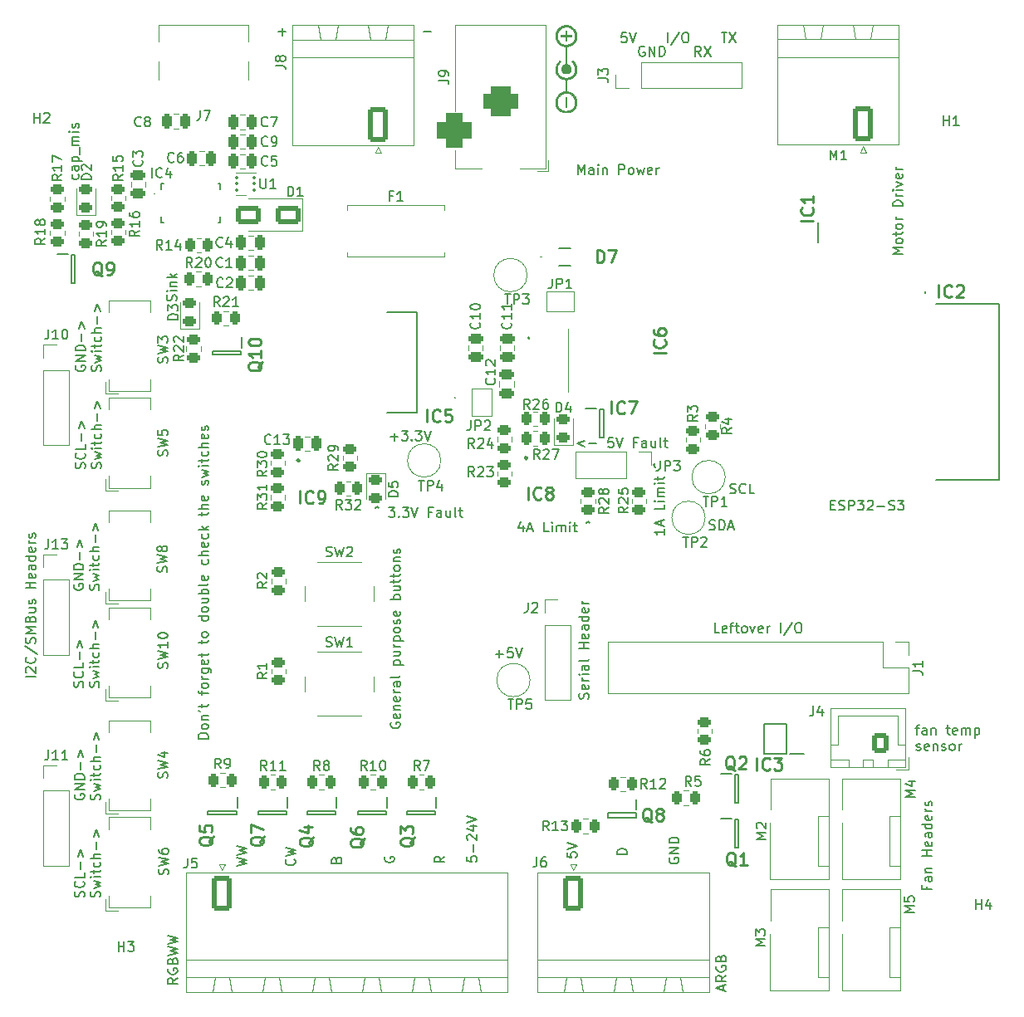
<source format=gbr>
%TF.GenerationSoftware,KiCad,Pcbnew,7.0.10*%
%TF.CreationDate,2024-05-28T14:15:07+02:00*%
%TF.ProjectId,ESPHome AIO,45535048-6f6d-4652-9041-494f2e6b6963,rev?*%
%TF.SameCoordinates,Original*%
%TF.FileFunction,Legend,Top*%
%TF.FilePolarity,Positive*%
%FSLAX46Y46*%
G04 Gerber Fmt 4.6, Leading zero omitted, Abs format (unit mm)*
G04 Created by KiCad (PCBNEW 7.0.10) date 2024-05-28 14:15:07*
%MOMM*%
%LPD*%
G01*
G04 APERTURE LIST*
G04 Aperture macros list*
%AMRoundRect*
0 Rectangle with rounded corners*
0 $1 Rounding radius*
0 $2 $3 $4 $5 $6 $7 $8 $9 X,Y pos of 4 corners*
0 Add a 4 corners polygon primitive as box body*
4,1,4,$2,$3,$4,$5,$6,$7,$8,$9,$2,$3,0*
0 Add four circle primitives for the rounded corners*
1,1,$1+$1,$2,$3*
1,1,$1+$1,$4,$5*
1,1,$1+$1,$6,$7*
1,1,$1+$1,$8,$9*
0 Add four rect primitives between the rounded corners*
20,1,$1+$1,$2,$3,$4,$5,0*
20,1,$1+$1,$4,$5,$6,$7,0*
20,1,$1+$1,$6,$7,$8,$9,0*
20,1,$1+$1,$8,$9,$2,$3,0*%
%AMFreePoly0*
4,1,6,1.000000,0.000000,0.500000,-0.750000,-0.500000,-0.750000,-0.500000,0.750000,0.500000,0.750000,1.000000,0.000000,1.000000,0.000000,$1*%
%AMFreePoly1*
4,1,6,0.500000,-0.750000,-0.650000,-0.750000,-0.150000,0.000000,-0.650000,0.750000,0.500000,0.750000,0.500000,-0.750000,0.500000,-0.750000,$1*%
G04 Aperture macros list end*
%ADD10C,0.150000*%
%ADD11C,0.254000*%
%ADD12C,0.120000*%
%ADD13C,0.200000*%
%ADD14C,0.100000*%
%ADD15C,0.250000*%
%ADD16C,0.125000*%
%ADD17R,4.240000X3.810000*%
%ADD18RoundRect,0.250000X-0.262500X-0.450000X0.262500X-0.450000X0.262500X0.450000X-0.262500X0.450000X0*%
%ADD19RoundRect,0.250000X-0.450000X0.262500X-0.450000X-0.262500X0.450000X-0.262500X0.450000X0.262500X0*%
%ADD20R,0.650000X1.100000*%
%ADD21R,1.050000X0.600000*%
%ADD22R,1.700000X1.700000*%
%ADD23O,1.700000X1.700000*%
%ADD24RoundRect,0.250000X0.262500X0.450000X-0.262500X0.450000X-0.262500X-0.450000X0.262500X-0.450000X0*%
%ADD25RoundRect,0.250000X-0.250000X-0.475000X0.250000X-0.475000X0.250000X0.475000X-0.250000X0.475000X0*%
%ADD26R,1.400000X1.400000*%
%ADD27C,1.400000*%
%ADD28C,1.100000*%
%ADD29R,2.030000X1.730000*%
%ADD30O,2.030000X1.730000*%
%ADD31RoundRect,0.250000X0.475000X-0.250000X0.475000X0.250000X-0.475000X0.250000X-0.475000X-0.250000X0*%
%ADD32R,0.550000X0.200000*%
%ADD33R,0.200000X0.550000*%
%ADD34R,0.350000X0.200000*%
%ADD35R,0.200000X0.350000*%
%ADD36R,2.720000X2.650000*%
%ADD37R,1.530000X2.650000*%
%ADD38R,0.200000X1.100000*%
%ADD39R,0.600000X0.200000*%
%ADD40R,0.650000X2.000000*%
%ADD41R,3.200000X2.390000*%
%ADD42RoundRect,0.250000X0.450000X-0.262500X0.450000X0.262500X-0.450000X0.262500X-0.450000X-0.262500X0*%
%ADD43C,2.800000*%
%ADD44RoundRect,0.250000X1.000000X0.650000X-1.000000X0.650000X-1.000000X-0.650000X1.000000X-0.650000X0*%
%ADD45RoundRect,0.093750X0.093750X0.106250X-0.093750X0.106250X-0.093750X-0.106250X0.093750X-0.106250X0*%
%ADD46R,1.000000X1.600000*%
%ADD47FreePoly0,0.000000*%
%ADD48FreePoly1,0.000000*%
%ADD49R,0.700000X0.300000*%
%ADD50R,1.000000X1.700000*%
%ADD51R,0.600000X1.050000*%
%ADD52R,1.100000X0.650000*%
%ADD53FreePoly0,270.000000*%
%ADD54FreePoly1,270.000000*%
%ADD55RoundRect,0.243750X0.456250X-0.243750X0.456250X0.243750X-0.456250X0.243750X-0.456250X-0.243750X0*%
%ADD56C,4.300000*%
%ADD57RoundRect,0.243750X-0.456250X0.243750X-0.456250X-0.243750X0.456250X-0.243750X0.456250X0.243750X0*%
%ADD58RoundRect,0.249999X0.790001X1.550001X-0.790001X1.550001X-0.790001X-1.550001X0.790001X-1.550001X0*%
%ADD59O,2.080000X3.600000*%
%ADD60C,2.000000*%
%ADD61C,0.650000*%
%ADD62R,0.600000X1.240000*%
%ADD63R,0.300000X1.240000*%
%ADD64O,1.000000X2.100000*%
%ADD65O,1.000000X1.800000*%
%ADD66RoundRect,0.250000X-0.475000X0.250000X-0.475000X-0.250000X0.475000X-0.250000X0.475000X0.250000X0*%
%ADD67R,3.500000X1.600000*%
%ADD68R,9.750000X12.200000*%
%ADD69R,3.500000X3.500000*%
%ADD70RoundRect,0.750000X-1.000000X0.750000X-1.000000X-0.750000X1.000000X-0.750000X1.000000X0.750000X0*%
%ADD71RoundRect,0.875000X-0.875000X0.875000X-0.875000X-0.875000X0.875000X-0.875000X0.875000X0.875000X0*%
%ADD72R,0.900000X1.500000*%
%ADD73R,1.500000X0.900000*%
%ADD74R,0.900000X0.900000*%
%ADD75C,8.600000*%
%ADD76R,1.450000X0.450000*%
%ADD77RoundRect,0.250000X0.250000X0.475000X-0.250000X0.475000X-0.250000X-0.475000X0.250000X-0.475000X0*%
%ADD78RoundRect,0.250000X0.600000X0.750000X-0.600000X0.750000X-0.600000X-0.750000X0.600000X-0.750000X0*%
%ADD79O,1.700000X2.000000*%
%ADD80RoundRect,0.249999X-0.790001X-1.550001X0.790001X-1.550001X0.790001X1.550001X-0.790001X1.550001X0*%
%ADD81R,1.200000X1.200000*%
%ADD82R,2.500000X1.500000*%
%ADD83R,7.000000X7.000000*%
G04 APERTURE END LIST*
D10*
X112069819Y-127058458D02*
X113069819Y-126820363D01*
X113069819Y-126820363D02*
X112355533Y-126629887D01*
X112355533Y-126629887D02*
X113069819Y-126439411D01*
X113069819Y-126439411D02*
X112069819Y-126201316D01*
X112069819Y-125915601D02*
X113069819Y-125677506D01*
X113069819Y-125677506D02*
X112355533Y-125487030D01*
X112355533Y-125487030D02*
X113069819Y-125296554D01*
X113069819Y-125296554D02*
X112069819Y-125058459D01*
X91569819Y-107763220D02*
X90569819Y-107763220D01*
X90665057Y-107334649D02*
X90617438Y-107287030D01*
X90617438Y-107287030D02*
X90569819Y-107191792D01*
X90569819Y-107191792D02*
X90569819Y-106953697D01*
X90569819Y-106953697D02*
X90617438Y-106858459D01*
X90617438Y-106858459D02*
X90665057Y-106810840D01*
X90665057Y-106810840D02*
X90760295Y-106763221D01*
X90760295Y-106763221D02*
X90855533Y-106763221D01*
X90855533Y-106763221D02*
X90998390Y-106810840D01*
X90998390Y-106810840D02*
X91569819Y-107382268D01*
X91569819Y-107382268D02*
X91569819Y-106763221D01*
X91474580Y-105763221D02*
X91522200Y-105810840D01*
X91522200Y-105810840D02*
X91569819Y-105953697D01*
X91569819Y-105953697D02*
X91569819Y-106048935D01*
X91569819Y-106048935D02*
X91522200Y-106191792D01*
X91522200Y-106191792D02*
X91426961Y-106287030D01*
X91426961Y-106287030D02*
X91331723Y-106334649D01*
X91331723Y-106334649D02*
X91141247Y-106382268D01*
X91141247Y-106382268D02*
X90998390Y-106382268D01*
X90998390Y-106382268D02*
X90807914Y-106334649D01*
X90807914Y-106334649D02*
X90712676Y-106287030D01*
X90712676Y-106287030D02*
X90617438Y-106191792D01*
X90617438Y-106191792D02*
X90569819Y-106048935D01*
X90569819Y-106048935D02*
X90569819Y-105953697D01*
X90569819Y-105953697D02*
X90617438Y-105810840D01*
X90617438Y-105810840D02*
X90665057Y-105763221D01*
X90522200Y-104620364D02*
X91807914Y-105477506D01*
X91522200Y-104334649D02*
X91569819Y-104191792D01*
X91569819Y-104191792D02*
X91569819Y-103953697D01*
X91569819Y-103953697D02*
X91522200Y-103858459D01*
X91522200Y-103858459D02*
X91474580Y-103810840D01*
X91474580Y-103810840D02*
X91379342Y-103763221D01*
X91379342Y-103763221D02*
X91284104Y-103763221D01*
X91284104Y-103763221D02*
X91188866Y-103810840D01*
X91188866Y-103810840D02*
X91141247Y-103858459D01*
X91141247Y-103858459D02*
X91093628Y-103953697D01*
X91093628Y-103953697D02*
X91046009Y-104144173D01*
X91046009Y-104144173D02*
X90998390Y-104239411D01*
X90998390Y-104239411D02*
X90950771Y-104287030D01*
X90950771Y-104287030D02*
X90855533Y-104334649D01*
X90855533Y-104334649D02*
X90760295Y-104334649D01*
X90760295Y-104334649D02*
X90665057Y-104287030D01*
X90665057Y-104287030D02*
X90617438Y-104239411D01*
X90617438Y-104239411D02*
X90569819Y-104144173D01*
X90569819Y-104144173D02*
X90569819Y-103906078D01*
X90569819Y-103906078D02*
X90617438Y-103763221D01*
X91569819Y-103334649D02*
X90569819Y-103334649D01*
X90569819Y-103334649D02*
X91284104Y-103001316D01*
X91284104Y-103001316D02*
X90569819Y-102667983D01*
X90569819Y-102667983D02*
X91569819Y-102667983D01*
X91046009Y-101858459D02*
X91093628Y-101715602D01*
X91093628Y-101715602D02*
X91141247Y-101667983D01*
X91141247Y-101667983D02*
X91236485Y-101620364D01*
X91236485Y-101620364D02*
X91379342Y-101620364D01*
X91379342Y-101620364D02*
X91474580Y-101667983D01*
X91474580Y-101667983D02*
X91522200Y-101715602D01*
X91522200Y-101715602D02*
X91569819Y-101810840D01*
X91569819Y-101810840D02*
X91569819Y-102191792D01*
X91569819Y-102191792D02*
X90569819Y-102191792D01*
X90569819Y-102191792D02*
X90569819Y-101858459D01*
X90569819Y-101858459D02*
X90617438Y-101763221D01*
X90617438Y-101763221D02*
X90665057Y-101715602D01*
X90665057Y-101715602D02*
X90760295Y-101667983D01*
X90760295Y-101667983D02*
X90855533Y-101667983D01*
X90855533Y-101667983D02*
X90950771Y-101715602D01*
X90950771Y-101715602D02*
X90998390Y-101763221D01*
X90998390Y-101763221D02*
X91046009Y-101858459D01*
X91046009Y-101858459D02*
X91046009Y-102191792D01*
X90903152Y-100763221D02*
X91569819Y-100763221D01*
X90903152Y-101191792D02*
X91426961Y-101191792D01*
X91426961Y-101191792D02*
X91522200Y-101144173D01*
X91522200Y-101144173D02*
X91569819Y-101048935D01*
X91569819Y-101048935D02*
X91569819Y-100906078D01*
X91569819Y-100906078D02*
X91522200Y-100810840D01*
X91522200Y-100810840D02*
X91474580Y-100763221D01*
X91522200Y-100334649D02*
X91569819Y-100239411D01*
X91569819Y-100239411D02*
X91569819Y-100048935D01*
X91569819Y-100048935D02*
X91522200Y-99953697D01*
X91522200Y-99953697D02*
X91426961Y-99906078D01*
X91426961Y-99906078D02*
X91379342Y-99906078D01*
X91379342Y-99906078D02*
X91284104Y-99953697D01*
X91284104Y-99953697D02*
X91236485Y-100048935D01*
X91236485Y-100048935D02*
X91236485Y-100191792D01*
X91236485Y-100191792D02*
X91188866Y-100287030D01*
X91188866Y-100287030D02*
X91093628Y-100334649D01*
X91093628Y-100334649D02*
X91046009Y-100334649D01*
X91046009Y-100334649D02*
X90950771Y-100287030D01*
X90950771Y-100287030D02*
X90903152Y-100191792D01*
X90903152Y-100191792D02*
X90903152Y-100048935D01*
X90903152Y-100048935D02*
X90950771Y-99953697D01*
X91569819Y-98715601D02*
X90569819Y-98715601D01*
X91046009Y-98715601D02*
X91046009Y-98144173D01*
X91569819Y-98144173D02*
X90569819Y-98144173D01*
X91522200Y-97287030D02*
X91569819Y-97382268D01*
X91569819Y-97382268D02*
X91569819Y-97572744D01*
X91569819Y-97572744D02*
X91522200Y-97667982D01*
X91522200Y-97667982D02*
X91426961Y-97715601D01*
X91426961Y-97715601D02*
X91046009Y-97715601D01*
X91046009Y-97715601D02*
X90950771Y-97667982D01*
X90950771Y-97667982D02*
X90903152Y-97572744D01*
X90903152Y-97572744D02*
X90903152Y-97382268D01*
X90903152Y-97382268D02*
X90950771Y-97287030D01*
X90950771Y-97287030D02*
X91046009Y-97239411D01*
X91046009Y-97239411D02*
X91141247Y-97239411D01*
X91141247Y-97239411D02*
X91236485Y-97715601D01*
X91569819Y-96382268D02*
X91046009Y-96382268D01*
X91046009Y-96382268D02*
X90950771Y-96429887D01*
X90950771Y-96429887D02*
X90903152Y-96525125D01*
X90903152Y-96525125D02*
X90903152Y-96715601D01*
X90903152Y-96715601D02*
X90950771Y-96810839D01*
X91522200Y-96382268D02*
X91569819Y-96477506D01*
X91569819Y-96477506D02*
X91569819Y-96715601D01*
X91569819Y-96715601D02*
X91522200Y-96810839D01*
X91522200Y-96810839D02*
X91426961Y-96858458D01*
X91426961Y-96858458D02*
X91331723Y-96858458D01*
X91331723Y-96858458D02*
X91236485Y-96810839D01*
X91236485Y-96810839D02*
X91188866Y-96715601D01*
X91188866Y-96715601D02*
X91188866Y-96477506D01*
X91188866Y-96477506D02*
X91141247Y-96382268D01*
X91569819Y-95477506D02*
X90569819Y-95477506D01*
X91522200Y-95477506D02*
X91569819Y-95572744D01*
X91569819Y-95572744D02*
X91569819Y-95763220D01*
X91569819Y-95763220D02*
X91522200Y-95858458D01*
X91522200Y-95858458D02*
X91474580Y-95906077D01*
X91474580Y-95906077D02*
X91379342Y-95953696D01*
X91379342Y-95953696D02*
X91093628Y-95953696D01*
X91093628Y-95953696D02*
X90998390Y-95906077D01*
X90998390Y-95906077D02*
X90950771Y-95858458D01*
X90950771Y-95858458D02*
X90903152Y-95763220D01*
X90903152Y-95763220D02*
X90903152Y-95572744D01*
X90903152Y-95572744D02*
X90950771Y-95477506D01*
X91522200Y-94620363D02*
X91569819Y-94715601D01*
X91569819Y-94715601D02*
X91569819Y-94906077D01*
X91569819Y-94906077D02*
X91522200Y-95001315D01*
X91522200Y-95001315D02*
X91426961Y-95048934D01*
X91426961Y-95048934D02*
X91046009Y-95048934D01*
X91046009Y-95048934D02*
X90950771Y-95001315D01*
X90950771Y-95001315D02*
X90903152Y-94906077D01*
X90903152Y-94906077D02*
X90903152Y-94715601D01*
X90903152Y-94715601D02*
X90950771Y-94620363D01*
X90950771Y-94620363D02*
X91046009Y-94572744D01*
X91046009Y-94572744D02*
X91141247Y-94572744D01*
X91141247Y-94572744D02*
X91236485Y-95048934D01*
X91569819Y-94144172D02*
X90903152Y-94144172D01*
X91093628Y-94144172D02*
X90998390Y-94096553D01*
X90998390Y-94096553D02*
X90950771Y-94048934D01*
X90950771Y-94048934D02*
X90903152Y-93953696D01*
X90903152Y-93953696D02*
X90903152Y-93858458D01*
X91522200Y-93572743D02*
X91569819Y-93477505D01*
X91569819Y-93477505D02*
X91569819Y-93287029D01*
X91569819Y-93287029D02*
X91522200Y-93191791D01*
X91522200Y-93191791D02*
X91426961Y-93144172D01*
X91426961Y-93144172D02*
X91379342Y-93144172D01*
X91379342Y-93144172D02*
X91284104Y-93191791D01*
X91284104Y-93191791D02*
X91236485Y-93287029D01*
X91236485Y-93287029D02*
X91236485Y-93429886D01*
X91236485Y-93429886D02*
X91188866Y-93525124D01*
X91188866Y-93525124D02*
X91093628Y-93572743D01*
X91093628Y-93572743D02*
X91046009Y-93572743D01*
X91046009Y-93572743D02*
X90950771Y-93525124D01*
X90950771Y-93525124D02*
X90903152Y-93429886D01*
X90903152Y-93429886D02*
X90903152Y-93287029D01*
X90903152Y-93287029D02*
X90950771Y-93191791D01*
X160289160Y-92722200D02*
X160432017Y-92769819D01*
X160432017Y-92769819D02*
X160670112Y-92769819D01*
X160670112Y-92769819D02*
X160765350Y-92722200D01*
X160765350Y-92722200D02*
X160812969Y-92674580D01*
X160812969Y-92674580D02*
X160860588Y-92579342D01*
X160860588Y-92579342D02*
X160860588Y-92484104D01*
X160860588Y-92484104D02*
X160812969Y-92388866D01*
X160812969Y-92388866D02*
X160765350Y-92341247D01*
X160765350Y-92341247D02*
X160670112Y-92293628D01*
X160670112Y-92293628D02*
X160479636Y-92246009D01*
X160479636Y-92246009D02*
X160384398Y-92198390D01*
X160384398Y-92198390D02*
X160336779Y-92150771D01*
X160336779Y-92150771D02*
X160289160Y-92055533D01*
X160289160Y-92055533D02*
X160289160Y-91960295D01*
X160289160Y-91960295D02*
X160336779Y-91865057D01*
X160336779Y-91865057D02*
X160384398Y-91817438D01*
X160384398Y-91817438D02*
X160479636Y-91769819D01*
X160479636Y-91769819D02*
X160717731Y-91769819D01*
X160717731Y-91769819D02*
X160860588Y-91817438D01*
X161289160Y-92769819D02*
X161289160Y-91769819D01*
X161289160Y-91769819D02*
X161527255Y-91769819D01*
X161527255Y-91769819D02*
X161670112Y-91817438D01*
X161670112Y-91817438D02*
X161765350Y-91912676D01*
X161765350Y-91912676D02*
X161812969Y-92007914D01*
X161812969Y-92007914D02*
X161860588Y-92198390D01*
X161860588Y-92198390D02*
X161860588Y-92341247D01*
X161860588Y-92341247D02*
X161812969Y-92531723D01*
X161812969Y-92531723D02*
X161765350Y-92626961D01*
X161765350Y-92626961D02*
X161670112Y-92722200D01*
X161670112Y-92722200D02*
X161527255Y-92769819D01*
X161527255Y-92769819D02*
X161289160Y-92769819D01*
X162241541Y-92484104D02*
X162717731Y-92484104D01*
X162146303Y-92769819D02*
X162479636Y-91769819D01*
X162479636Y-91769819D02*
X162812969Y-92769819D01*
X95922200Y-56534649D02*
X95969819Y-56629887D01*
X95969819Y-56629887D02*
X95969819Y-56820363D01*
X95969819Y-56820363D02*
X95922200Y-56915601D01*
X95922200Y-56915601D02*
X95874580Y-56963220D01*
X95874580Y-56963220D02*
X95779342Y-57010839D01*
X95779342Y-57010839D02*
X95493628Y-57010839D01*
X95493628Y-57010839D02*
X95398390Y-56963220D01*
X95398390Y-56963220D02*
X95350771Y-56915601D01*
X95350771Y-56915601D02*
X95303152Y-56820363D01*
X95303152Y-56820363D02*
X95303152Y-56629887D01*
X95303152Y-56629887D02*
X95350771Y-56534649D01*
X95969819Y-55677506D02*
X95446009Y-55677506D01*
X95446009Y-55677506D02*
X95350771Y-55725125D01*
X95350771Y-55725125D02*
X95303152Y-55820363D01*
X95303152Y-55820363D02*
X95303152Y-56010839D01*
X95303152Y-56010839D02*
X95350771Y-56106077D01*
X95922200Y-55677506D02*
X95969819Y-55772744D01*
X95969819Y-55772744D02*
X95969819Y-56010839D01*
X95969819Y-56010839D02*
X95922200Y-56106077D01*
X95922200Y-56106077D02*
X95826961Y-56153696D01*
X95826961Y-56153696D02*
X95731723Y-56153696D01*
X95731723Y-56153696D02*
X95636485Y-56106077D01*
X95636485Y-56106077D02*
X95588866Y-56010839D01*
X95588866Y-56010839D02*
X95588866Y-55772744D01*
X95588866Y-55772744D02*
X95541247Y-55677506D01*
X95303152Y-55201315D02*
X96303152Y-55201315D01*
X95350771Y-55201315D02*
X95303152Y-55106077D01*
X95303152Y-55106077D02*
X95303152Y-54915601D01*
X95303152Y-54915601D02*
X95350771Y-54820363D01*
X95350771Y-54820363D02*
X95398390Y-54772744D01*
X95398390Y-54772744D02*
X95493628Y-54725125D01*
X95493628Y-54725125D02*
X95779342Y-54725125D01*
X95779342Y-54725125D02*
X95874580Y-54772744D01*
X95874580Y-54772744D02*
X95922200Y-54820363D01*
X95922200Y-54820363D02*
X95969819Y-54915601D01*
X95969819Y-54915601D02*
X95969819Y-55106077D01*
X95969819Y-55106077D02*
X95922200Y-55201315D01*
X96065057Y-54534649D02*
X96065057Y-53772744D01*
X95969819Y-53534648D02*
X95303152Y-53534648D01*
X95398390Y-53534648D02*
X95350771Y-53487029D01*
X95350771Y-53487029D02*
X95303152Y-53391791D01*
X95303152Y-53391791D02*
X95303152Y-53248934D01*
X95303152Y-53248934D02*
X95350771Y-53153696D01*
X95350771Y-53153696D02*
X95446009Y-53106077D01*
X95446009Y-53106077D02*
X95969819Y-53106077D01*
X95446009Y-53106077D02*
X95350771Y-53058458D01*
X95350771Y-53058458D02*
X95303152Y-52963220D01*
X95303152Y-52963220D02*
X95303152Y-52820363D01*
X95303152Y-52820363D02*
X95350771Y-52725124D01*
X95350771Y-52725124D02*
X95446009Y-52677505D01*
X95446009Y-52677505D02*
X95969819Y-52677505D01*
X95969819Y-52201315D02*
X95303152Y-52201315D01*
X94969819Y-52201315D02*
X95017438Y-52248934D01*
X95017438Y-52248934D02*
X95065057Y-52201315D01*
X95065057Y-52201315D02*
X95017438Y-52153696D01*
X95017438Y-52153696D02*
X94969819Y-52201315D01*
X94969819Y-52201315D02*
X95065057Y-52201315D01*
X95922200Y-51772744D02*
X95969819Y-51677506D01*
X95969819Y-51677506D02*
X95969819Y-51487030D01*
X95969819Y-51487030D02*
X95922200Y-51391792D01*
X95922200Y-51391792D02*
X95826961Y-51344173D01*
X95826961Y-51344173D02*
X95779342Y-51344173D01*
X95779342Y-51344173D02*
X95684104Y-51391792D01*
X95684104Y-51391792D02*
X95636485Y-51487030D01*
X95636485Y-51487030D02*
X95636485Y-51629887D01*
X95636485Y-51629887D02*
X95588866Y-51725125D01*
X95588866Y-51725125D02*
X95493628Y-51772744D01*
X95493628Y-51772744D02*
X95446009Y-51772744D01*
X95446009Y-51772744D02*
X95350771Y-51725125D01*
X95350771Y-51725125D02*
X95303152Y-51629887D01*
X95303152Y-51629887D02*
X95303152Y-51487030D01*
X95303152Y-51487030D02*
X95350771Y-51391792D01*
X106069819Y-138491792D02*
X105593628Y-138825125D01*
X106069819Y-139063220D02*
X105069819Y-139063220D01*
X105069819Y-139063220D02*
X105069819Y-138682268D01*
X105069819Y-138682268D02*
X105117438Y-138587030D01*
X105117438Y-138587030D02*
X105165057Y-138539411D01*
X105165057Y-138539411D02*
X105260295Y-138491792D01*
X105260295Y-138491792D02*
X105403152Y-138491792D01*
X105403152Y-138491792D02*
X105498390Y-138539411D01*
X105498390Y-138539411D02*
X105546009Y-138587030D01*
X105546009Y-138587030D02*
X105593628Y-138682268D01*
X105593628Y-138682268D02*
X105593628Y-139063220D01*
X105117438Y-137539411D02*
X105069819Y-137634649D01*
X105069819Y-137634649D02*
X105069819Y-137777506D01*
X105069819Y-137777506D02*
X105117438Y-137920363D01*
X105117438Y-137920363D02*
X105212676Y-138015601D01*
X105212676Y-138015601D02*
X105307914Y-138063220D01*
X105307914Y-138063220D02*
X105498390Y-138110839D01*
X105498390Y-138110839D02*
X105641247Y-138110839D01*
X105641247Y-138110839D02*
X105831723Y-138063220D01*
X105831723Y-138063220D02*
X105926961Y-138015601D01*
X105926961Y-138015601D02*
X106022200Y-137920363D01*
X106022200Y-137920363D02*
X106069819Y-137777506D01*
X106069819Y-137777506D02*
X106069819Y-137682268D01*
X106069819Y-137682268D02*
X106022200Y-137539411D01*
X106022200Y-137539411D02*
X105974580Y-137491792D01*
X105974580Y-137491792D02*
X105641247Y-137491792D01*
X105641247Y-137491792D02*
X105641247Y-137682268D01*
X105546009Y-136729887D02*
X105593628Y-136587030D01*
X105593628Y-136587030D02*
X105641247Y-136539411D01*
X105641247Y-136539411D02*
X105736485Y-136491792D01*
X105736485Y-136491792D02*
X105879342Y-136491792D01*
X105879342Y-136491792D02*
X105974580Y-136539411D01*
X105974580Y-136539411D02*
X106022200Y-136587030D01*
X106022200Y-136587030D02*
X106069819Y-136682268D01*
X106069819Y-136682268D02*
X106069819Y-137063220D01*
X106069819Y-137063220D02*
X105069819Y-137063220D01*
X105069819Y-137063220D02*
X105069819Y-136729887D01*
X105069819Y-136729887D02*
X105117438Y-136634649D01*
X105117438Y-136634649D02*
X105165057Y-136587030D01*
X105165057Y-136587030D02*
X105260295Y-136539411D01*
X105260295Y-136539411D02*
X105355533Y-136539411D01*
X105355533Y-136539411D02*
X105450771Y-136587030D01*
X105450771Y-136587030D02*
X105498390Y-136634649D01*
X105498390Y-136634649D02*
X105546009Y-136729887D01*
X105546009Y-136729887D02*
X105546009Y-137063220D01*
X105069819Y-136158458D02*
X106069819Y-135920363D01*
X106069819Y-135920363D02*
X105355533Y-135729887D01*
X105355533Y-135729887D02*
X106069819Y-135539411D01*
X106069819Y-135539411D02*
X105069819Y-135301316D01*
X105069819Y-135015601D02*
X106069819Y-134777506D01*
X106069819Y-134777506D02*
X105355533Y-134587030D01*
X105355533Y-134587030D02*
X106069819Y-134396554D01*
X106069819Y-134396554D02*
X105069819Y-134158459D01*
X141296553Y-92303152D02*
X141296553Y-92969819D01*
X141058458Y-91922200D02*
X140820363Y-92636485D01*
X140820363Y-92636485D02*
X141439410Y-92636485D01*
X141772744Y-92684104D02*
X142248934Y-92684104D01*
X141677506Y-92969819D02*
X142010839Y-91969819D01*
X142010839Y-91969819D02*
X142344172Y-92969819D01*
X143915601Y-92969819D02*
X143439411Y-92969819D01*
X143439411Y-92969819D02*
X143439411Y-91969819D01*
X144248935Y-92969819D02*
X144248935Y-92303152D01*
X144248935Y-91969819D02*
X144201316Y-92017438D01*
X144201316Y-92017438D02*
X144248935Y-92065057D01*
X144248935Y-92065057D02*
X144296554Y-92017438D01*
X144296554Y-92017438D02*
X144248935Y-91969819D01*
X144248935Y-91969819D02*
X144248935Y-92065057D01*
X144725125Y-92969819D02*
X144725125Y-92303152D01*
X144725125Y-92398390D02*
X144772744Y-92350771D01*
X144772744Y-92350771D02*
X144867982Y-92303152D01*
X144867982Y-92303152D02*
X145010839Y-92303152D01*
X145010839Y-92303152D02*
X145106077Y-92350771D01*
X145106077Y-92350771D02*
X145153696Y-92446009D01*
X145153696Y-92446009D02*
X145153696Y-92969819D01*
X145153696Y-92446009D02*
X145201315Y-92350771D01*
X145201315Y-92350771D02*
X145296553Y-92303152D01*
X145296553Y-92303152D02*
X145439410Y-92303152D01*
X145439410Y-92303152D02*
X145534649Y-92350771D01*
X145534649Y-92350771D02*
X145582268Y-92446009D01*
X145582268Y-92446009D02*
X145582268Y-92969819D01*
X146058458Y-92969819D02*
X146058458Y-92303152D01*
X146058458Y-91969819D02*
X146010839Y-92017438D01*
X146010839Y-92017438D02*
X146058458Y-92065057D01*
X146058458Y-92065057D02*
X146106077Y-92017438D01*
X146106077Y-92017438D02*
X146058458Y-91969819D01*
X146058458Y-91969819D02*
X146058458Y-92065057D01*
X146391791Y-92303152D02*
X146772743Y-92303152D01*
X146534648Y-91969819D02*
X146534648Y-92826961D01*
X146534648Y-92826961D02*
X146582267Y-92922200D01*
X146582267Y-92922200D02*
X146677505Y-92969819D01*
X146677505Y-92969819D02*
X146772743Y-92969819D01*
X147725125Y-92065057D02*
X147915601Y-91922200D01*
X147915601Y-91922200D02*
X148106077Y-92065057D01*
X138496779Y-105428866D02*
X139258684Y-105428866D01*
X138877731Y-105809819D02*
X138877731Y-105047914D01*
X140211064Y-104809819D02*
X139734874Y-104809819D01*
X139734874Y-104809819D02*
X139687255Y-105286009D01*
X139687255Y-105286009D02*
X139734874Y-105238390D01*
X139734874Y-105238390D02*
X139830112Y-105190771D01*
X139830112Y-105190771D02*
X140068207Y-105190771D01*
X140068207Y-105190771D02*
X140163445Y-105238390D01*
X140163445Y-105238390D02*
X140211064Y-105286009D01*
X140211064Y-105286009D02*
X140258683Y-105381247D01*
X140258683Y-105381247D02*
X140258683Y-105619342D01*
X140258683Y-105619342D02*
X140211064Y-105714580D01*
X140211064Y-105714580D02*
X140163445Y-105762200D01*
X140163445Y-105762200D02*
X140068207Y-105809819D01*
X140068207Y-105809819D02*
X139830112Y-105809819D01*
X139830112Y-105809819D02*
X139734874Y-105762200D01*
X139734874Y-105762200D02*
X139687255Y-105714580D01*
X140544398Y-104809819D02*
X140877731Y-105809819D01*
X140877731Y-105809819D02*
X141211064Y-104809819D01*
X159408207Y-44469819D02*
X159074874Y-43993628D01*
X158836779Y-44469819D02*
X158836779Y-43469819D01*
X158836779Y-43469819D02*
X159217731Y-43469819D01*
X159217731Y-43469819D02*
X159312969Y-43517438D01*
X159312969Y-43517438D02*
X159360588Y-43565057D01*
X159360588Y-43565057D02*
X159408207Y-43660295D01*
X159408207Y-43660295D02*
X159408207Y-43803152D01*
X159408207Y-43803152D02*
X159360588Y-43898390D01*
X159360588Y-43898390D02*
X159312969Y-43946009D01*
X159312969Y-43946009D02*
X159217731Y-43993628D01*
X159217731Y-43993628D02*
X158836779Y-43993628D01*
X159741541Y-43469819D02*
X160408207Y-44469819D01*
X160408207Y-43469819D02*
X159741541Y-44469819D01*
X127217438Y-126139411D02*
X127169819Y-126234649D01*
X127169819Y-126234649D02*
X127169819Y-126377506D01*
X127169819Y-126377506D02*
X127217438Y-126520363D01*
X127217438Y-126520363D02*
X127312676Y-126615601D01*
X127312676Y-126615601D02*
X127407914Y-126663220D01*
X127407914Y-126663220D02*
X127598390Y-126710839D01*
X127598390Y-126710839D02*
X127741247Y-126710839D01*
X127741247Y-126710839D02*
X127931723Y-126663220D01*
X127931723Y-126663220D02*
X128026961Y-126615601D01*
X128026961Y-126615601D02*
X128122200Y-126520363D01*
X128122200Y-126520363D02*
X128169819Y-126377506D01*
X128169819Y-126377506D02*
X128169819Y-126282268D01*
X128169819Y-126282268D02*
X128122200Y-126139411D01*
X128122200Y-126139411D02*
X128074580Y-126091792D01*
X128074580Y-126091792D02*
X127741247Y-126091792D01*
X127741247Y-126091792D02*
X127741247Y-126282268D01*
X105922200Y-69410839D02*
X105969819Y-69267982D01*
X105969819Y-69267982D02*
X105969819Y-69029887D01*
X105969819Y-69029887D02*
X105922200Y-68934649D01*
X105922200Y-68934649D02*
X105874580Y-68887030D01*
X105874580Y-68887030D02*
X105779342Y-68839411D01*
X105779342Y-68839411D02*
X105684104Y-68839411D01*
X105684104Y-68839411D02*
X105588866Y-68887030D01*
X105588866Y-68887030D02*
X105541247Y-68934649D01*
X105541247Y-68934649D02*
X105493628Y-69029887D01*
X105493628Y-69029887D02*
X105446009Y-69220363D01*
X105446009Y-69220363D02*
X105398390Y-69315601D01*
X105398390Y-69315601D02*
X105350771Y-69363220D01*
X105350771Y-69363220D02*
X105255533Y-69410839D01*
X105255533Y-69410839D02*
X105160295Y-69410839D01*
X105160295Y-69410839D02*
X105065057Y-69363220D01*
X105065057Y-69363220D02*
X105017438Y-69315601D01*
X105017438Y-69315601D02*
X104969819Y-69220363D01*
X104969819Y-69220363D02*
X104969819Y-68982268D01*
X104969819Y-68982268D02*
X105017438Y-68839411D01*
X105969819Y-68410839D02*
X105303152Y-68410839D01*
X104969819Y-68410839D02*
X105017438Y-68458458D01*
X105017438Y-68458458D02*
X105065057Y-68410839D01*
X105065057Y-68410839D02*
X105017438Y-68363220D01*
X105017438Y-68363220D02*
X104969819Y-68410839D01*
X104969819Y-68410839D02*
X105065057Y-68410839D01*
X105303152Y-67934649D02*
X105969819Y-67934649D01*
X105398390Y-67934649D02*
X105350771Y-67887030D01*
X105350771Y-67887030D02*
X105303152Y-67791792D01*
X105303152Y-67791792D02*
X105303152Y-67648935D01*
X105303152Y-67648935D02*
X105350771Y-67553697D01*
X105350771Y-67553697D02*
X105446009Y-67506078D01*
X105446009Y-67506078D02*
X105969819Y-67506078D01*
X105969819Y-67029887D02*
X104969819Y-67029887D01*
X105588866Y-66934649D02*
X105969819Y-66648935D01*
X105303152Y-66648935D02*
X105684104Y-67029887D01*
X131136779Y-41988866D02*
X131898684Y-41988866D01*
X127756779Y-83288866D02*
X128518684Y-83288866D01*
X128137731Y-83669819D02*
X128137731Y-82907914D01*
X128899636Y-82669819D02*
X129518683Y-82669819D01*
X129518683Y-82669819D02*
X129185350Y-83050771D01*
X129185350Y-83050771D02*
X129328207Y-83050771D01*
X129328207Y-83050771D02*
X129423445Y-83098390D01*
X129423445Y-83098390D02*
X129471064Y-83146009D01*
X129471064Y-83146009D02*
X129518683Y-83241247D01*
X129518683Y-83241247D02*
X129518683Y-83479342D01*
X129518683Y-83479342D02*
X129471064Y-83574580D01*
X129471064Y-83574580D02*
X129423445Y-83622200D01*
X129423445Y-83622200D02*
X129328207Y-83669819D01*
X129328207Y-83669819D02*
X129042493Y-83669819D01*
X129042493Y-83669819D02*
X128947255Y-83622200D01*
X128947255Y-83622200D02*
X128899636Y-83574580D01*
X129947255Y-83574580D02*
X129994874Y-83622200D01*
X129994874Y-83622200D02*
X129947255Y-83669819D01*
X129947255Y-83669819D02*
X129899636Y-83622200D01*
X129899636Y-83622200D02*
X129947255Y-83574580D01*
X129947255Y-83574580D02*
X129947255Y-83669819D01*
X130328207Y-82669819D02*
X130947254Y-82669819D01*
X130947254Y-82669819D02*
X130613921Y-83050771D01*
X130613921Y-83050771D02*
X130756778Y-83050771D01*
X130756778Y-83050771D02*
X130852016Y-83098390D01*
X130852016Y-83098390D02*
X130899635Y-83146009D01*
X130899635Y-83146009D02*
X130947254Y-83241247D01*
X130947254Y-83241247D02*
X130947254Y-83479342D01*
X130947254Y-83479342D02*
X130899635Y-83574580D01*
X130899635Y-83574580D02*
X130852016Y-83622200D01*
X130852016Y-83622200D02*
X130756778Y-83669819D01*
X130756778Y-83669819D02*
X130471064Y-83669819D01*
X130471064Y-83669819D02*
X130375826Y-83622200D01*
X130375826Y-83622200D02*
X130328207Y-83574580D01*
X131232969Y-82669819D02*
X131566302Y-83669819D01*
X131566302Y-83669819D02*
X131899635Y-82669819D01*
X161493922Y-42069819D02*
X162065350Y-42069819D01*
X161779636Y-43069819D02*
X161779636Y-42069819D01*
X162303446Y-42069819D02*
X162970112Y-43069819D01*
X162970112Y-42069819D02*
X162303446Y-43069819D01*
X96412200Y-108810839D02*
X96459819Y-108667982D01*
X96459819Y-108667982D02*
X96459819Y-108429887D01*
X96459819Y-108429887D02*
X96412200Y-108334649D01*
X96412200Y-108334649D02*
X96364580Y-108287030D01*
X96364580Y-108287030D02*
X96269342Y-108239411D01*
X96269342Y-108239411D02*
X96174104Y-108239411D01*
X96174104Y-108239411D02*
X96078866Y-108287030D01*
X96078866Y-108287030D02*
X96031247Y-108334649D01*
X96031247Y-108334649D02*
X95983628Y-108429887D01*
X95983628Y-108429887D02*
X95936009Y-108620363D01*
X95936009Y-108620363D02*
X95888390Y-108715601D01*
X95888390Y-108715601D02*
X95840771Y-108763220D01*
X95840771Y-108763220D02*
X95745533Y-108810839D01*
X95745533Y-108810839D02*
X95650295Y-108810839D01*
X95650295Y-108810839D02*
X95555057Y-108763220D01*
X95555057Y-108763220D02*
X95507438Y-108715601D01*
X95507438Y-108715601D02*
X95459819Y-108620363D01*
X95459819Y-108620363D02*
X95459819Y-108382268D01*
X95459819Y-108382268D02*
X95507438Y-108239411D01*
X96364580Y-107239411D02*
X96412200Y-107287030D01*
X96412200Y-107287030D02*
X96459819Y-107429887D01*
X96459819Y-107429887D02*
X96459819Y-107525125D01*
X96459819Y-107525125D02*
X96412200Y-107667982D01*
X96412200Y-107667982D02*
X96316961Y-107763220D01*
X96316961Y-107763220D02*
X96221723Y-107810839D01*
X96221723Y-107810839D02*
X96031247Y-107858458D01*
X96031247Y-107858458D02*
X95888390Y-107858458D01*
X95888390Y-107858458D02*
X95697914Y-107810839D01*
X95697914Y-107810839D02*
X95602676Y-107763220D01*
X95602676Y-107763220D02*
X95507438Y-107667982D01*
X95507438Y-107667982D02*
X95459819Y-107525125D01*
X95459819Y-107525125D02*
X95459819Y-107429887D01*
X95459819Y-107429887D02*
X95507438Y-107287030D01*
X95507438Y-107287030D02*
X95555057Y-107239411D01*
X96459819Y-106334649D02*
X96459819Y-106810839D01*
X96459819Y-106810839D02*
X95459819Y-106810839D01*
X96078866Y-106001315D02*
X96078866Y-105239411D01*
X95793152Y-104763220D02*
X96078866Y-104001316D01*
X96078866Y-104001316D02*
X96364580Y-104763220D01*
X98022200Y-108810839D02*
X98069819Y-108667982D01*
X98069819Y-108667982D02*
X98069819Y-108429887D01*
X98069819Y-108429887D02*
X98022200Y-108334649D01*
X98022200Y-108334649D02*
X97974580Y-108287030D01*
X97974580Y-108287030D02*
X97879342Y-108239411D01*
X97879342Y-108239411D02*
X97784104Y-108239411D01*
X97784104Y-108239411D02*
X97688866Y-108287030D01*
X97688866Y-108287030D02*
X97641247Y-108334649D01*
X97641247Y-108334649D02*
X97593628Y-108429887D01*
X97593628Y-108429887D02*
X97546009Y-108620363D01*
X97546009Y-108620363D02*
X97498390Y-108715601D01*
X97498390Y-108715601D02*
X97450771Y-108763220D01*
X97450771Y-108763220D02*
X97355533Y-108810839D01*
X97355533Y-108810839D02*
X97260295Y-108810839D01*
X97260295Y-108810839D02*
X97165057Y-108763220D01*
X97165057Y-108763220D02*
X97117438Y-108715601D01*
X97117438Y-108715601D02*
X97069819Y-108620363D01*
X97069819Y-108620363D02*
X97069819Y-108382268D01*
X97069819Y-108382268D02*
X97117438Y-108239411D01*
X97403152Y-107906077D02*
X98069819Y-107715601D01*
X98069819Y-107715601D02*
X97593628Y-107525125D01*
X97593628Y-107525125D02*
X98069819Y-107334649D01*
X98069819Y-107334649D02*
X97403152Y-107144173D01*
X98069819Y-106763220D02*
X97403152Y-106763220D01*
X97069819Y-106763220D02*
X97117438Y-106810839D01*
X97117438Y-106810839D02*
X97165057Y-106763220D01*
X97165057Y-106763220D02*
X97117438Y-106715601D01*
X97117438Y-106715601D02*
X97069819Y-106763220D01*
X97069819Y-106763220D02*
X97165057Y-106763220D01*
X97403152Y-106429887D02*
X97403152Y-106048935D01*
X97069819Y-106287030D02*
X97926961Y-106287030D01*
X97926961Y-106287030D02*
X98022200Y-106239411D01*
X98022200Y-106239411D02*
X98069819Y-106144173D01*
X98069819Y-106144173D02*
X98069819Y-106048935D01*
X98022200Y-105287030D02*
X98069819Y-105382268D01*
X98069819Y-105382268D02*
X98069819Y-105572744D01*
X98069819Y-105572744D02*
X98022200Y-105667982D01*
X98022200Y-105667982D02*
X97974580Y-105715601D01*
X97974580Y-105715601D02*
X97879342Y-105763220D01*
X97879342Y-105763220D02*
X97593628Y-105763220D01*
X97593628Y-105763220D02*
X97498390Y-105715601D01*
X97498390Y-105715601D02*
X97450771Y-105667982D01*
X97450771Y-105667982D02*
X97403152Y-105572744D01*
X97403152Y-105572744D02*
X97403152Y-105382268D01*
X97403152Y-105382268D02*
X97450771Y-105287030D01*
X98069819Y-104858458D02*
X97069819Y-104858458D01*
X98069819Y-104429887D02*
X97546009Y-104429887D01*
X97546009Y-104429887D02*
X97450771Y-104477506D01*
X97450771Y-104477506D02*
X97403152Y-104572744D01*
X97403152Y-104572744D02*
X97403152Y-104715601D01*
X97403152Y-104715601D02*
X97450771Y-104810839D01*
X97450771Y-104810839D02*
X97498390Y-104858458D01*
X97688866Y-103953696D02*
X97688866Y-103191792D01*
X97403152Y-102715601D02*
X97688866Y-101953697D01*
X97688866Y-101953697D02*
X97974580Y-102715601D01*
X95707438Y-76039411D02*
X95659819Y-76134649D01*
X95659819Y-76134649D02*
X95659819Y-76277506D01*
X95659819Y-76277506D02*
X95707438Y-76420363D01*
X95707438Y-76420363D02*
X95802676Y-76515601D01*
X95802676Y-76515601D02*
X95897914Y-76563220D01*
X95897914Y-76563220D02*
X96088390Y-76610839D01*
X96088390Y-76610839D02*
X96231247Y-76610839D01*
X96231247Y-76610839D02*
X96421723Y-76563220D01*
X96421723Y-76563220D02*
X96516961Y-76515601D01*
X96516961Y-76515601D02*
X96612200Y-76420363D01*
X96612200Y-76420363D02*
X96659819Y-76277506D01*
X96659819Y-76277506D02*
X96659819Y-76182268D01*
X96659819Y-76182268D02*
X96612200Y-76039411D01*
X96612200Y-76039411D02*
X96564580Y-75991792D01*
X96564580Y-75991792D02*
X96231247Y-75991792D01*
X96231247Y-75991792D02*
X96231247Y-76182268D01*
X96659819Y-75563220D02*
X95659819Y-75563220D01*
X95659819Y-75563220D02*
X96659819Y-74991792D01*
X96659819Y-74991792D02*
X95659819Y-74991792D01*
X96659819Y-74515601D02*
X95659819Y-74515601D01*
X95659819Y-74515601D02*
X95659819Y-74277506D01*
X95659819Y-74277506D02*
X95707438Y-74134649D01*
X95707438Y-74134649D02*
X95802676Y-74039411D01*
X95802676Y-74039411D02*
X95897914Y-73991792D01*
X95897914Y-73991792D02*
X96088390Y-73944173D01*
X96088390Y-73944173D02*
X96231247Y-73944173D01*
X96231247Y-73944173D02*
X96421723Y-73991792D01*
X96421723Y-73991792D02*
X96516961Y-74039411D01*
X96516961Y-74039411D02*
X96612200Y-74134649D01*
X96612200Y-74134649D02*
X96659819Y-74277506D01*
X96659819Y-74277506D02*
X96659819Y-74515601D01*
X96278866Y-73515601D02*
X96278866Y-72753697D01*
X95993152Y-72277506D02*
X96278866Y-71515602D01*
X96278866Y-71515602D02*
X96564580Y-72277506D01*
X98222200Y-76610839D02*
X98269819Y-76467982D01*
X98269819Y-76467982D02*
X98269819Y-76229887D01*
X98269819Y-76229887D02*
X98222200Y-76134649D01*
X98222200Y-76134649D02*
X98174580Y-76087030D01*
X98174580Y-76087030D02*
X98079342Y-76039411D01*
X98079342Y-76039411D02*
X97984104Y-76039411D01*
X97984104Y-76039411D02*
X97888866Y-76087030D01*
X97888866Y-76087030D02*
X97841247Y-76134649D01*
X97841247Y-76134649D02*
X97793628Y-76229887D01*
X97793628Y-76229887D02*
X97746009Y-76420363D01*
X97746009Y-76420363D02*
X97698390Y-76515601D01*
X97698390Y-76515601D02*
X97650771Y-76563220D01*
X97650771Y-76563220D02*
X97555533Y-76610839D01*
X97555533Y-76610839D02*
X97460295Y-76610839D01*
X97460295Y-76610839D02*
X97365057Y-76563220D01*
X97365057Y-76563220D02*
X97317438Y-76515601D01*
X97317438Y-76515601D02*
X97269819Y-76420363D01*
X97269819Y-76420363D02*
X97269819Y-76182268D01*
X97269819Y-76182268D02*
X97317438Y-76039411D01*
X97603152Y-75706077D02*
X98269819Y-75515601D01*
X98269819Y-75515601D02*
X97793628Y-75325125D01*
X97793628Y-75325125D02*
X98269819Y-75134649D01*
X98269819Y-75134649D02*
X97603152Y-74944173D01*
X98269819Y-74563220D02*
X97603152Y-74563220D01*
X97269819Y-74563220D02*
X97317438Y-74610839D01*
X97317438Y-74610839D02*
X97365057Y-74563220D01*
X97365057Y-74563220D02*
X97317438Y-74515601D01*
X97317438Y-74515601D02*
X97269819Y-74563220D01*
X97269819Y-74563220D02*
X97365057Y-74563220D01*
X97603152Y-74229887D02*
X97603152Y-73848935D01*
X97269819Y-74087030D02*
X98126961Y-74087030D01*
X98126961Y-74087030D02*
X98222200Y-74039411D01*
X98222200Y-74039411D02*
X98269819Y-73944173D01*
X98269819Y-73944173D02*
X98269819Y-73848935D01*
X98222200Y-73087030D02*
X98269819Y-73182268D01*
X98269819Y-73182268D02*
X98269819Y-73372744D01*
X98269819Y-73372744D02*
X98222200Y-73467982D01*
X98222200Y-73467982D02*
X98174580Y-73515601D01*
X98174580Y-73515601D02*
X98079342Y-73563220D01*
X98079342Y-73563220D02*
X97793628Y-73563220D01*
X97793628Y-73563220D02*
X97698390Y-73515601D01*
X97698390Y-73515601D02*
X97650771Y-73467982D01*
X97650771Y-73467982D02*
X97603152Y-73372744D01*
X97603152Y-73372744D02*
X97603152Y-73182268D01*
X97603152Y-73182268D02*
X97650771Y-73087030D01*
X98269819Y-72658458D02*
X97269819Y-72658458D01*
X98269819Y-72229887D02*
X97746009Y-72229887D01*
X97746009Y-72229887D02*
X97650771Y-72277506D01*
X97650771Y-72277506D02*
X97603152Y-72372744D01*
X97603152Y-72372744D02*
X97603152Y-72515601D01*
X97603152Y-72515601D02*
X97650771Y-72610839D01*
X97650771Y-72610839D02*
X97698390Y-72658458D01*
X97888866Y-71753696D02*
X97888866Y-70991792D01*
X97603152Y-70515601D02*
X97888866Y-69753697D01*
X97888866Y-69753697D02*
X98174580Y-70515601D01*
X95607438Y-119739411D02*
X95559819Y-119834649D01*
X95559819Y-119834649D02*
X95559819Y-119977506D01*
X95559819Y-119977506D02*
X95607438Y-120120363D01*
X95607438Y-120120363D02*
X95702676Y-120215601D01*
X95702676Y-120215601D02*
X95797914Y-120263220D01*
X95797914Y-120263220D02*
X95988390Y-120310839D01*
X95988390Y-120310839D02*
X96131247Y-120310839D01*
X96131247Y-120310839D02*
X96321723Y-120263220D01*
X96321723Y-120263220D02*
X96416961Y-120215601D01*
X96416961Y-120215601D02*
X96512200Y-120120363D01*
X96512200Y-120120363D02*
X96559819Y-119977506D01*
X96559819Y-119977506D02*
X96559819Y-119882268D01*
X96559819Y-119882268D02*
X96512200Y-119739411D01*
X96512200Y-119739411D02*
X96464580Y-119691792D01*
X96464580Y-119691792D02*
X96131247Y-119691792D01*
X96131247Y-119691792D02*
X96131247Y-119882268D01*
X96559819Y-119263220D02*
X95559819Y-119263220D01*
X95559819Y-119263220D02*
X96559819Y-118691792D01*
X96559819Y-118691792D02*
X95559819Y-118691792D01*
X96559819Y-118215601D02*
X95559819Y-118215601D01*
X95559819Y-118215601D02*
X95559819Y-117977506D01*
X95559819Y-117977506D02*
X95607438Y-117834649D01*
X95607438Y-117834649D02*
X95702676Y-117739411D01*
X95702676Y-117739411D02*
X95797914Y-117691792D01*
X95797914Y-117691792D02*
X95988390Y-117644173D01*
X95988390Y-117644173D02*
X96131247Y-117644173D01*
X96131247Y-117644173D02*
X96321723Y-117691792D01*
X96321723Y-117691792D02*
X96416961Y-117739411D01*
X96416961Y-117739411D02*
X96512200Y-117834649D01*
X96512200Y-117834649D02*
X96559819Y-117977506D01*
X96559819Y-117977506D02*
X96559819Y-118215601D01*
X96178866Y-117215601D02*
X96178866Y-116453697D01*
X95893152Y-115977506D02*
X96178866Y-115215602D01*
X96178866Y-115215602D02*
X96464580Y-115977506D01*
X98122200Y-120310839D02*
X98169819Y-120167982D01*
X98169819Y-120167982D02*
X98169819Y-119929887D01*
X98169819Y-119929887D02*
X98122200Y-119834649D01*
X98122200Y-119834649D02*
X98074580Y-119787030D01*
X98074580Y-119787030D02*
X97979342Y-119739411D01*
X97979342Y-119739411D02*
X97884104Y-119739411D01*
X97884104Y-119739411D02*
X97788866Y-119787030D01*
X97788866Y-119787030D02*
X97741247Y-119834649D01*
X97741247Y-119834649D02*
X97693628Y-119929887D01*
X97693628Y-119929887D02*
X97646009Y-120120363D01*
X97646009Y-120120363D02*
X97598390Y-120215601D01*
X97598390Y-120215601D02*
X97550771Y-120263220D01*
X97550771Y-120263220D02*
X97455533Y-120310839D01*
X97455533Y-120310839D02*
X97360295Y-120310839D01*
X97360295Y-120310839D02*
X97265057Y-120263220D01*
X97265057Y-120263220D02*
X97217438Y-120215601D01*
X97217438Y-120215601D02*
X97169819Y-120120363D01*
X97169819Y-120120363D02*
X97169819Y-119882268D01*
X97169819Y-119882268D02*
X97217438Y-119739411D01*
X97503152Y-119406077D02*
X98169819Y-119215601D01*
X98169819Y-119215601D02*
X97693628Y-119025125D01*
X97693628Y-119025125D02*
X98169819Y-118834649D01*
X98169819Y-118834649D02*
X97503152Y-118644173D01*
X98169819Y-118263220D02*
X97503152Y-118263220D01*
X97169819Y-118263220D02*
X97217438Y-118310839D01*
X97217438Y-118310839D02*
X97265057Y-118263220D01*
X97265057Y-118263220D02*
X97217438Y-118215601D01*
X97217438Y-118215601D02*
X97169819Y-118263220D01*
X97169819Y-118263220D02*
X97265057Y-118263220D01*
X97503152Y-117929887D02*
X97503152Y-117548935D01*
X97169819Y-117787030D02*
X98026961Y-117787030D01*
X98026961Y-117787030D02*
X98122200Y-117739411D01*
X98122200Y-117739411D02*
X98169819Y-117644173D01*
X98169819Y-117644173D02*
X98169819Y-117548935D01*
X98122200Y-116787030D02*
X98169819Y-116882268D01*
X98169819Y-116882268D02*
X98169819Y-117072744D01*
X98169819Y-117072744D02*
X98122200Y-117167982D01*
X98122200Y-117167982D02*
X98074580Y-117215601D01*
X98074580Y-117215601D02*
X97979342Y-117263220D01*
X97979342Y-117263220D02*
X97693628Y-117263220D01*
X97693628Y-117263220D02*
X97598390Y-117215601D01*
X97598390Y-117215601D02*
X97550771Y-117167982D01*
X97550771Y-117167982D02*
X97503152Y-117072744D01*
X97503152Y-117072744D02*
X97503152Y-116882268D01*
X97503152Y-116882268D02*
X97550771Y-116787030D01*
X98169819Y-116358458D02*
X97169819Y-116358458D01*
X98169819Y-115929887D02*
X97646009Y-115929887D01*
X97646009Y-115929887D02*
X97550771Y-115977506D01*
X97550771Y-115977506D02*
X97503152Y-116072744D01*
X97503152Y-116072744D02*
X97503152Y-116215601D01*
X97503152Y-116215601D02*
X97550771Y-116310839D01*
X97550771Y-116310839D02*
X97598390Y-116358458D01*
X97788866Y-115453696D02*
X97788866Y-114691792D01*
X97503152Y-114215601D02*
X97788866Y-113453697D01*
X97788866Y-113453697D02*
X98074580Y-114215601D01*
X147529886Y-83703152D02*
X146767981Y-83988866D01*
X146767981Y-83988866D02*
X147529886Y-84274580D01*
X148006076Y-83988866D02*
X148767981Y-83988866D01*
X150482266Y-83369819D02*
X150006076Y-83369819D01*
X150006076Y-83369819D02*
X149958457Y-83846009D01*
X149958457Y-83846009D02*
X150006076Y-83798390D01*
X150006076Y-83798390D02*
X150101314Y-83750771D01*
X150101314Y-83750771D02*
X150339409Y-83750771D01*
X150339409Y-83750771D02*
X150434647Y-83798390D01*
X150434647Y-83798390D02*
X150482266Y-83846009D01*
X150482266Y-83846009D02*
X150529885Y-83941247D01*
X150529885Y-83941247D02*
X150529885Y-84179342D01*
X150529885Y-84179342D02*
X150482266Y-84274580D01*
X150482266Y-84274580D02*
X150434647Y-84322200D01*
X150434647Y-84322200D02*
X150339409Y-84369819D01*
X150339409Y-84369819D02*
X150101314Y-84369819D01*
X150101314Y-84369819D02*
X150006076Y-84322200D01*
X150006076Y-84322200D02*
X149958457Y-84274580D01*
X150815600Y-83369819D02*
X151148933Y-84369819D01*
X151148933Y-84369819D02*
X151482266Y-83369819D01*
X152910838Y-83846009D02*
X152577505Y-83846009D01*
X152577505Y-84369819D02*
X152577505Y-83369819D01*
X152577505Y-83369819D02*
X153053695Y-83369819D01*
X153863219Y-84369819D02*
X153863219Y-83846009D01*
X153863219Y-83846009D02*
X153815600Y-83750771D01*
X153815600Y-83750771D02*
X153720362Y-83703152D01*
X153720362Y-83703152D02*
X153529886Y-83703152D01*
X153529886Y-83703152D02*
X153434648Y-83750771D01*
X153863219Y-84322200D02*
X153767981Y-84369819D01*
X153767981Y-84369819D02*
X153529886Y-84369819D01*
X153529886Y-84369819D02*
X153434648Y-84322200D01*
X153434648Y-84322200D02*
X153387029Y-84226961D01*
X153387029Y-84226961D02*
X153387029Y-84131723D01*
X153387029Y-84131723D02*
X153434648Y-84036485D01*
X153434648Y-84036485D02*
X153529886Y-83988866D01*
X153529886Y-83988866D02*
X153767981Y-83988866D01*
X153767981Y-83988866D02*
X153863219Y-83941247D01*
X154767981Y-83703152D02*
X154767981Y-84369819D01*
X154339410Y-83703152D02*
X154339410Y-84226961D01*
X154339410Y-84226961D02*
X154387029Y-84322200D01*
X154387029Y-84322200D02*
X154482267Y-84369819D01*
X154482267Y-84369819D02*
X154625124Y-84369819D01*
X154625124Y-84369819D02*
X154720362Y-84322200D01*
X154720362Y-84322200D02*
X154767981Y-84274580D01*
X155387029Y-84369819D02*
X155291791Y-84322200D01*
X155291791Y-84322200D02*
X155244172Y-84226961D01*
X155244172Y-84226961D02*
X155244172Y-83369819D01*
X155625125Y-83703152D02*
X156006077Y-83703152D01*
X155767982Y-83369819D02*
X155767982Y-84226961D01*
X155767982Y-84226961D02*
X155815601Y-84322200D01*
X155815601Y-84322200D02*
X155910839Y-84369819D01*
X155910839Y-84369819D02*
X156006077Y-84369819D01*
X116336779Y-41988866D02*
X117098684Y-41988866D01*
X116717731Y-42369819D02*
X116717731Y-41607914D01*
X117974580Y-126391792D02*
X118022200Y-126439411D01*
X118022200Y-126439411D02*
X118069819Y-126582268D01*
X118069819Y-126582268D02*
X118069819Y-126677506D01*
X118069819Y-126677506D02*
X118022200Y-126820363D01*
X118022200Y-126820363D02*
X117926961Y-126915601D01*
X117926961Y-126915601D02*
X117831723Y-126963220D01*
X117831723Y-126963220D02*
X117641247Y-127010839D01*
X117641247Y-127010839D02*
X117498390Y-127010839D01*
X117498390Y-127010839D02*
X117307914Y-126963220D01*
X117307914Y-126963220D02*
X117212676Y-126915601D01*
X117212676Y-126915601D02*
X117117438Y-126820363D01*
X117117438Y-126820363D02*
X117069819Y-126677506D01*
X117069819Y-126677506D02*
X117069819Y-126582268D01*
X117069819Y-126582268D02*
X117117438Y-126439411D01*
X117117438Y-126439411D02*
X117165057Y-126391792D01*
X117069819Y-126058458D02*
X118069819Y-125820363D01*
X118069819Y-125820363D02*
X117355533Y-125629887D01*
X117355533Y-125629887D02*
X118069819Y-125439411D01*
X118069819Y-125439411D02*
X117069819Y-125201316D01*
X155669819Y-92708208D02*
X155669819Y-93279636D01*
X155669819Y-92993922D02*
X154669819Y-92993922D01*
X154669819Y-92993922D02*
X154812676Y-93089160D01*
X154812676Y-93089160D02*
X154907914Y-93184398D01*
X154907914Y-93184398D02*
X154955533Y-93279636D01*
X155384104Y-92327255D02*
X155384104Y-91851065D01*
X155669819Y-92422493D02*
X154669819Y-92089160D01*
X154669819Y-92089160D02*
X155669819Y-91755827D01*
X155669819Y-90184398D02*
X155669819Y-90660588D01*
X155669819Y-90660588D02*
X154669819Y-90660588D01*
X155669819Y-89851064D02*
X155003152Y-89851064D01*
X154669819Y-89851064D02*
X154717438Y-89898683D01*
X154717438Y-89898683D02*
X154765057Y-89851064D01*
X154765057Y-89851064D02*
X154717438Y-89803445D01*
X154717438Y-89803445D02*
X154669819Y-89851064D01*
X154669819Y-89851064D02*
X154765057Y-89851064D01*
X155669819Y-89374874D02*
X155003152Y-89374874D01*
X155098390Y-89374874D02*
X155050771Y-89327255D01*
X155050771Y-89327255D02*
X155003152Y-89232017D01*
X155003152Y-89232017D02*
X155003152Y-89089160D01*
X155003152Y-89089160D02*
X155050771Y-88993922D01*
X155050771Y-88993922D02*
X155146009Y-88946303D01*
X155146009Y-88946303D02*
X155669819Y-88946303D01*
X155146009Y-88946303D02*
X155050771Y-88898684D01*
X155050771Y-88898684D02*
X155003152Y-88803446D01*
X155003152Y-88803446D02*
X155003152Y-88660589D01*
X155003152Y-88660589D02*
X155050771Y-88565350D01*
X155050771Y-88565350D02*
X155146009Y-88517731D01*
X155146009Y-88517731D02*
X155669819Y-88517731D01*
X155669819Y-88041541D02*
X155003152Y-88041541D01*
X154669819Y-88041541D02*
X154717438Y-88089160D01*
X154717438Y-88089160D02*
X154765057Y-88041541D01*
X154765057Y-88041541D02*
X154717438Y-87993922D01*
X154717438Y-87993922D02*
X154669819Y-88041541D01*
X154669819Y-88041541D02*
X154765057Y-88041541D01*
X155003152Y-87708208D02*
X155003152Y-87327256D01*
X154669819Y-87565351D02*
X155526961Y-87565351D01*
X155526961Y-87565351D02*
X155622200Y-87517732D01*
X155622200Y-87517732D02*
X155669819Y-87422494D01*
X155669819Y-87422494D02*
X155669819Y-87327256D01*
X154765057Y-86374874D02*
X154622200Y-86184398D01*
X154622200Y-86184398D02*
X154765057Y-85993922D01*
X145769819Y-125687030D02*
X145769819Y-126163220D01*
X145769819Y-126163220D02*
X146246009Y-126210839D01*
X146246009Y-126210839D02*
X146198390Y-126163220D01*
X146198390Y-126163220D02*
X146150771Y-126067982D01*
X146150771Y-126067982D02*
X146150771Y-125829887D01*
X146150771Y-125829887D02*
X146198390Y-125734649D01*
X146198390Y-125734649D02*
X146246009Y-125687030D01*
X146246009Y-125687030D02*
X146341247Y-125639411D01*
X146341247Y-125639411D02*
X146579342Y-125639411D01*
X146579342Y-125639411D02*
X146674580Y-125687030D01*
X146674580Y-125687030D02*
X146722200Y-125734649D01*
X146722200Y-125734649D02*
X146769819Y-125829887D01*
X146769819Y-125829887D02*
X146769819Y-126067982D01*
X146769819Y-126067982D02*
X146722200Y-126163220D01*
X146722200Y-126163220D02*
X146674580Y-126210839D01*
X145769819Y-125353696D02*
X146769819Y-125020363D01*
X146769819Y-125020363D02*
X145769819Y-124687030D01*
X151869819Y-125863220D02*
X150869819Y-125863220D01*
X150869819Y-125863220D02*
X150869819Y-125625125D01*
X150869819Y-125625125D02*
X150917438Y-125482268D01*
X150917438Y-125482268D02*
X151012676Y-125387030D01*
X151012676Y-125387030D02*
X151107914Y-125339411D01*
X151107914Y-125339411D02*
X151298390Y-125291792D01*
X151298390Y-125291792D02*
X151441247Y-125291792D01*
X151441247Y-125291792D02*
X151631723Y-125339411D01*
X151631723Y-125339411D02*
X151726961Y-125387030D01*
X151726961Y-125387030D02*
X151822200Y-125482268D01*
X151822200Y-125482268D02*
X151869819Y-125625125D01*
X151869819Y-125625125D02*
X151869819Y-125863220D01*
X147922200Y-110010839D02*
X147969819Y-109867982D01*
X147969819Y-109867982D02*
X147969819Y-109629887D01*
X147969819Y-109629887D02*
X147922200Y-109534649D01*
X147922200Y-109534649D02*
X147874580Y-109487030D01*
X147874580Y-109487030D02*
X147779342Y-109439411D01*
X147779342Y-109439411D02*
X147684104Y-109439411D01*
X147684104Y-109439411D02*
X147588866Y-109487030D01*
X147588866Y-109487030D02*
X147541247Y-109534649D01*
X147541247Y-109534649D02*
X147493628Y-109629887D01*
X147493628Y-109629887D02*
X147446009Y-109820363D01*
X147446009Y-109820363D02*
X147398390Y-109915601D01*
X147398390Y-109915601D02*
X147350771Y-109963220D01*
X147350771Y-109963220D02*
X147255533Y-110010839D01*
X147255533Y-110010839D02*
X147160295Y-110010839D01*
X147160295Y-110010839D02*
X147065057Y-109963220D01*
X147065057Y-109963220D02*
X147017438Y-109915601D01*
X147017438Y-109915601D02*
X146969819Y-109820363D01*
X146969819Y-109820363D02*
X146969819Y-109582268D01*
X146969819Y-109582268D02*
X147017438Y-109439411D01*
X147922200Y-108629887D02*
X147969819Y-108725125D01*
X147969819Y-108725125D02*
X147969819Y-108915601D01*
X147969819Y-108915601D02*
X147922200Y-109010839D01*
X147922200Y-109010839D02*
X147826961Y-109058458D01*
X147826961Y-109058458D02*
X147446009Y-109058458D01*
X147446009Y-109058458D02*
X147350771Y-109010839D01*
X147350771Y-109010839D02*
X147303152Y-108915601D01*
X147303152Y-108915601D02*
X147303152Y-108725125D01*
X147303152Y-108725125D02*
X147350771Y-108629887D01*
X147350771Y-108629887D02*
X147446009Y-108582268D01*
X147446009Y-108582268D02*
X147541247Y-108582268D01*
X147541247Y-108582268D02*
X147636485Y-109058458D01*
X147969819Y-108153696D02*
X147303152Y-108153696D01*
X147493628Y-108153696D02*
X147398390Y-108106077D01*
X147398390Y-108106077D02*
X147350771Y-108058458D01*
X147350771Y-108058458D02*
X147303152Y-107963220D01*
X147303152Y-107963220D02*
X147303152Y-107867982D01*
X147969819Y-107534648D02*
X147303152Y-107534648D01*
X146969819Y-107534648D02*
X147017438Y-107582267D01*
X147017438Y-107582267D02*
X147065057Y-107534648D01*
X147065057Y-107534648D02*
X147017438Y-107487029D01*
X147017438Y-107487029D02*
X146969819Y-107534648D01*
X146969819Y-107534648D02*
X147065057Y-107534648D01*
X147969819Y-106629887D02*
X147446009Y-106629887D01*
X147446009Y-106629887D02*
X147350771Y-106677506D01*
X147350771Y-106677506D02*
X147303152Y-106772744D01*
X147303152Y-106772744D02*
X147303152Y-106963220D01*
X147303152Y-106963220D02*
X147350771Y-107058458D01*
X147922200Y-106629887D02*
X147969819Y-106725125D01*
X147969819Y-106725125D02*
X147969819Y-106963220D01*
X147969819Y-106963220D02*
X147922200Y-107058458D01*
X147922200Y-107058458D02*
X147826961Y-107106077D01*
X147826961Y-107106077D02*
X147731723Y-107106077D01*
X147731723Y-107106077D02*
X147636485Y-107058458D01*
X147636485Y-107058458D02*
X147588866Y-106963220D01*
X147588866Y-106963220D02*
X147588866Y-106725125D01*
X147588866Y-106725125D02*
X147541247Y-106629887D01*
X147969819Y-106010839D02*
X147922200Y-106106077D01*
X147922200Y-106106077D02*
X147826961Y-106153696D01*
X147826961Y-106153696D02*
X146969819Y-106153696D01*
X147969819Y-104867981D02*
X146969819Y-104867981D01*
X147446009Y-104867981D02*
X147446009Y-104296553D01*
X147969819Y-104296553D02*
X146969819Y-104296553D01*
X147922200Y-103439410D02*
X147969819Y-103534648D01*
X147969819Y-103534648D02*
X147969819Y-103725124D01*
X147969819Y-103725124D02*
X147922200Y-103820362D01*
X147922200Y-103820362D02*
X147826961Y-103867981D01*
X147826961Y-103867981D02*
X147446009Y-103867981D01*
X147446009Y-103867981D02*
X147350771Y-103820362D01*
X147350771Y-103820362D02*
X147303152Y-103725124D01*
X147303152Y-103725124D02*
X147303152Y-103534648D01*
X147303152Y-103534648D02*
X147350771Y-103439410D01*
X147350771Y-103439410D02*
X147446009Y-103391791D01*
X147446009Y-103391791D02*
X147541247Y-103391791D01*
X147541247Y-103391791D02*
X147636485Y-103867981D01*
X147969819Y-102534648D02*
X147446009Y-102534648D01*
X147446009Y-102534648D02*
X147350771Y-102582267D01*
X147350771Y-102582267D02*
X147303152Y-102677505D01*
X147303152Y-102677505D02*
X147303152Y-102867981D01*
X147303152Y-102867981D02*
X147350771Y-102963219D01*
X147922200Y-102534648D02*
X147969819Y-102629886D01*
X147969819Y-102629886D02*
X147969819Y-102867981D01*
X147969819Y-102867981D02*
X147922200Y-102963219D01*
X147922200Y-102963219D02*
X147826961Y-103010838D01*
X147826961Y-103010838D02*
X147731723Y-103010838D01*
X147731723Y-103010838D02*
X147636485Y-102963219D01*
X147636485Y-102963219D02*
X147588866Y-102867981D01*
X147588866Y-102867981D02*
X147588866Y-102629886D01*
X147588866Y-102629886D02*
X147541247Y-102534648D01*
X147969819Y-101629886D02*
X146969819Y-101629886D01*
X147922200Y-101629886D02*
X147969819Y-101725124D01*
X147969819Y-101725124D02*
X147969819Y-101915600D01*
X147969819Y-101915600D02*
X147922200Y-102010838D01*
X147922200Y-102010838D02*
X147874580Y-102058457D01*
X147874580Y-102058457D02*
X147779342Y-102106076D01*
X147779342Y-102106076D02*
X147493628Y-102106076D01*
X147493628Y-102106076D02*
X147398390Y-102058457D01*
X147398390Y-102058457D02*
X147350771Y-102010838D01*
X147350771Y-102010838D02*
X147303152Y-101915600D01*
X147303152Y-101915600D02*
X147303152Y-101725124D01*
X147303152Y-101725124D02*
X147350771Y-101629886D01*
X147922200Y-100772743D02*
X147969819Y-100867981D01*
X147969819Y-100867981D02*
X147969819Y-101058457D01*
X147969819Y-101058457D02*
X147922200Y-101153695D01*
X147922200Y-101153695D02*
X147826961Y-101201314D01*
X147826961Y-101201314D02*
X147446009Y-101201314D01*
X147446009Y-101201314D02*
X147350771Y-101153695D01*
X147350771Y-101153695D02*
X147303152Y-101058457D01*
X147303152Y-101058457D02*
X147303152Y-100867981D01*
X147303152Y-100867981D02*
X147350771Y-100772743D01*
X147350771Y-100772743D02*
X147446009Y-100725124D01*
X147446009Y-100725124D02*
X147541247Y-100725124D01*
X147541247Y-100725124D02*
X147636485Y-101201314D01*
X147969819Y-100296552D02*
X147303152Y-100296552D01*
X147493628Y-100296552D02*
X147398390Y-100248933D01*
X147398390Y-100248933D02*
X147350771Y-100201314D01*
X147350771Y-100201314D02*
X147303152Y-100106076D01*
X147303152Y-100106076D02*
X147303152Y-100010838D01*
X122246009Y-126429887D02*
X122293628Y-126287030D01*
X122293628Y-126287030D02*
X122341247Y-126239411D01*
X122341247Y-126239411D02*
X122436485Y-126191792D01*
X122436485Y-126191792D02*
X122579342Y-126191792D01*
X122579342Y-126191792D02*
X122674580Y-126239411D01*
X122674580Y-126239411D02*
X122722200Y-126287030D01*
X122722200Y-126287030D02*
X122769819Y-126382268D01*
X122769819Y-126382268D02*
X122769819Y-126763220D01*
X122769819Y-126763220D02*
X121769819Y-126763220D01*
X121769819Y-126763220D02*
X121769819Y-126429887D01*
X121769819Y-126429887D02*
X121817438Y-126334649D01*
X121817438Y-126334649D02*
X121865057Y-126287030D01*
X121865057Y-126287030D02*
X121960295Y-126239411D01*
X121960295Y-126239411D02*
X122055533Y-126239411D01*
X122055533Y-126239411D02*
X122150771Y-126287030D01*
X122150771Y-126287030D02*
X122198390Y-126334649D01*
X122198390Y-126334649D02*
X122246009Y-126429887D01*
X122246009Y-126429887D02*
X122246009Y-126763220D01*
X179969819Y-64663220D02*
X178969819Y-64663220D01*
X178969819Y-64663220D02*
X179684104Y-64329887D01*
X179684104Y-64329887D02*
X178969819Y-63996554D01*
X178969819Y-63996554D02*
X179969819Y-63996554D01*
X179969819Y-63377506D02*
X179922200Y-63472744D01*
X179922200Y-63472744D02*
X179874580Y-63520363D01*
X179874580Y-63520363D02*
X179779342Y-63567982D01*
X179779342Y-63567982D02*
X179493628Y-63567982D01*
X179493628Y-63567982D02*
X179398390Y-63520363D01*
X179398390Y-63520363D02*
X179350771Y-63472744D01*
X179350771Y-63472744D02*
X179303152Y-63377506D01*
X179303152Y-63377506D02*
X179303152Y-63234649D01*
X179303152Y-63234649D02*
X179350771Y-63139411D01*
X179350771Y-63139411D02*
X179398390Y-63091792D01*
X179398390Y-63091792D02*
X179493628Y-63044173D01*
X179493628Y-63044173D02*
X179779342Y-63044173D01*
X179779342Y-63044173D02*
X179874580Y-63091792D01*
X179874580Y-63091792D02*
X179922200Y-63139411D01*
X179922200Y-63139411D02*
X179969819Y-63234649D01*
X179969819Y-63234649D02*
X179969819Y-63377506D01*
X179303152Y-62758458D02*
X179303152Y-62377506D01*
X178969819Y-62615601D02*
X179826961Y-62615601D01*
X179826961Y-62615601D02*
X179922200Y-62567982D01*
X179922200Y-62567982D02*
X179969819Y-62472744D01*
X179969819Y-62472744D02*
X179969819Y-62377506D01*
X179969819Y-61901315D02*
X179922200Y-61996553D01*
X179922200Y-61996553D02*
X179874580Y-62044172D01*
X179874580Y-62044172D02*
X179779342Y-62091791D01*
X179779342Y-62091791D02*
X179493628Y-62091791D01*
X179493628Y-62091791D02*
X179398390Y-62044172D01*
X179398390Y-62044172D02*
X179350771Y-61996553D01*
X179350771Y-61996553D02*
X179303152Y-61901315D01*
X179303152Y-61901315D02*
X179303152Y-61758458D01*
X179303152Y-61758458D02*
X179350771Y-61663220D01*
X179350771Y-61663220D02*
X179398390Y-61615601D01*
X179398390Y-61615601D02*
X179493628Y-61567982D01*
X179493628Y-61567982D02*
X179779342Y-61567982D01*
X179779342Y-61567982D02*
X179874580Y-61615601D01*
X179874580Y-61615601D02*
X179922200Y-61663220D01*
X179922200Y-61663220D02*
X179969819Y-61758458D01*
X179969819Y-61758458D02*
X179969819Y-61901315D01*
X179969819Y-61139410D02*
X179303152Y-61139410D01*
X179493628Y-61139410D02*
X179398390Y-61091791D01*
X179398390Y-61091791D02*
X179350771Y-61044172D01*
X179350771Y-61044172D02*
X179303152Y-60948934D01*
X179303152Y-60948934D02*
X179303152Y-60853696D01*
X179969819Y-59758457D02*
X178969819Y-59758457D01*
X178969819Y-59758457D02*
X178969819Y-59520362D01*
X178969819Y-59520362D02*
X179017438Y-59377505D01*
X179017438Y-59377505D02*
X179112676Y-59282267D01*
X179112676Y-59282267D02*
X179207914Y-59234648D01*
X179207914Y-59234648D02*
X179398390Y-59187029D01*
X179398390Y-59187029D02*
X179541247Y-59187029D01*
X179541247Y-59187029D02*
X179731723Y-59234648D01*
X179731723Y-59234648D02*
X179826961Y-59282267D01*
X179826961Y-59282267D02*
X179922200Y-59377505D01*
X179922200Y-59377505D02*
X179969819Y-59520362D01*
X179969819Y-59520362D02*
X179969819Y-59758457D01*
X179969819Y-58758457D02*
X179303152Y-58758457D01*
X179493628Y-58758457D02*
X179398390Y-58710838D01*
X179398390Y-58710838D02*
X179350771Y-58663219D01*
X179350771Y-58663219D02*
X179303152Y-58567981D01*
X179303152Y-58567981D02*
X179303152Y-58472743D01*
X179969819Y-58139409D02*
X179303152Y-58139409D01*
X178969819Y-58139409D02*
X179017438Y-58187028D01*
X179017438Y-58187028D02*
X179065057Y-58139409D01*
X179065057Y-58139409D02*
X179017438Y-58091790D01*
X179017438Y-58091790D02*
X178969819Y-58139409D01*
X178969819Y-58139409D02*
X179065057Y-58139409D01*
X179303152Y-57758457D02*
X179969819Y-57520362D01*
X179969819Y-57520362D02*
X179303152Y-57282267D01*
X179922200Y-56520362D02*
X179969819Y-56615600D01*
X179969819Y-56615600D02*
X179969819Y-56806076D01*
X179969819Y-56806076D02*
X179922200Y-56901314D01*
X179922200Y-56901314D02*
X179826961Y-56948933D01*
X179826961Y-56948933D02*
X179446009Y-56948933D01*
X179446009Y-56948933D02*
X179350771Y-56901314D01*
X179350771Y-56901314D02*
X179303152Y-56806076D01*
X179303152Y-56806076D02*
X179303152Y-56615600D01*
X179303152Y-56615600D02*
X179350771Y-56520362D01*
X179350771Y-56520362D02*
X179446009Y-56472743D01*
X179446009Y-56472743D02*
X179541247Y-56472743D01*
X179541247Y-56472743D02*
X179636485Y-56948933D01*
X179969819Y-56044171D02*
X179303152Y-56044171D01*
X179493628Y-56044171D02*
X179398390Y-55996552D01*
X179398390Y-55996552D02*
X179350771Y-55948933D01*
X179350771Y-55948933D02*
X179303152Y-55853695D01*
X179303152Y-55853695D02*
X179303152Y-55758457D01*
X156217438Y-126239411D02*
X156169819Y-126334649D01*
X156169819Y-126334649D02*
X156169819Y-126477506D01*
X156169819Y-126477506D02*
X156217438Y-126620363D01*
X156217438Y-126620363D02*
X156312676Y-126715601D01*
X156312676Y-126715601D02*
X156407914Y-126763220D01*
X156407914Y-126763220D02*
X156598390Y-126810839D01*
X156598390Y-126810839D02*
X156741247Y-126810839D01*
X156741247Y-126810839D02*
X156931723Y-126763220D01*
X156931723Y-126763220D02*
X157026961Y-126715601D01*
X157026961Y-126715601D02*
X157122200Y-126620363D01*
X157122200Y-126620363D02*
X157169819Y-126477506D01*
X157169819Y-126477506D02*
X157169819Y-126382268D01*
X157169819Y-126382268D02*
X157122200Y-126239411D01*
X157122200Y-126239411D02*
X157074580Y-126191792D01*
X157074580Y-126191792D02*
X156741247Y-126191792D01*
X156741247Y-126191792D02*
X156741247Y-126382268D01*
X157169819Y-125763220D02*
X156169819Y-125763220D01*
X156169819Y-125763220D02*
X157169819Y-125191792D01*
X157169819Y-125191792D02*
X156169819Y-125191792D01*
X157169819Y-124715601D02*
X156169819Y-124715601D01*
X156169819Y-124715601D02*
X156169819Y-124477506D01*
X156169819Y-124477506D02*
X156217438Y-124334649D01*
X156217438Y-124334649D02*
X156312676Y-124239411D01*
X156312676Y-124239411D02*
X156407914Y-124191792D01*
X156407914Y-124191792D02*
X156598390Y-124144173D01*
X156598390Y-124144173D02*
X156741247Y-124144173D01*
X156741247Y-124144173D02*
X156931723Y-124191792D01*
X156931723Y-124191792D02*
X157026961Y-124239411D01*
X157026961Y-124239411D02*
X157122200Y-124334649D01*
X157122200Y-124334649D02*
X157169819Y-124477506D01*
X157169819Y-124477506D02*
X157169819Y-124715601D01*
X182446009Y-129129887D02*
X182446009Y-129463220D01*
X182969819Y-129463220D02*
X181969819Y-129463220D01*
X181969819Y-129463220D02*
X181969819Y-128987030D01*
X182969819Y-128177506D02*
X182446009Y-128177506D01*
X182446009Y-128177506D02*
X182350771Y-128225125D01*
X182350771Y-128225125D02*
X182303152Y-128320363D01*
X182303152Y-128320363D02*
X182303152Y-128510839D01*
X182303152Y-128510839D02*
X182350771Y-128606077D01*
X182922200Y-128177506D02*
X182969819Y-128272744D01*
X182969819Y-128272744D02*
X182969819Y-128510839D01*
X182969819Y-128510839D02*
X182922200Y-128606077D01*
X182922200Y-128606077D02*
X182826961Y-128653696D01*
X182826961Y-128653696D02*
X182731723Y-128653696D01*
X182731723Y-128653696D02*
X182636485Y-128606077D01*
X182636485Y-128606077D02*
X182588866Y-128510839D01*
X182588866Y-128510839D02*
X182588866Y-128272744D01*
X182588866Y-128272744D02*
X182541247Y-128177506D01*
X182303152Y-127701315D02*
X182969819Y-127701315D01*
X182398390Y-127701315D02*
X182350771Y-127653696D01*
X182350771Y-127653696D02*
X182303152Y-127558458D01*
X182303152Y-127558458D02*
X182303152Y-127415601D01*
X182303152Y-127415601D02*
X182350771Y-127320363D01*
X182350771Y-127320363D02*
X182446009Y-127272744D01*
X182446009Y-127272744D02*
X182969819Y-127272744D01*
X182969819Y-126034648D02*
X181969819Y-126034648D01*
X182446009Y-126034648D02*
X182446009Y-125463220D01*
X182969819Y-125463220D02*
X181969819Y-125463220D01*
X182922200Y-124606077D02*
X182969819Y-124701315D01*
X182969819Y-124701315D02*
X182969819Y-124891791D01*
X182969819Y-124891791D02*
X182922200Y-124987029D01*
X182922200Y-124987029D02*
X182826961Y-125034648D01*
X182826961Y-125034648D02*
X182446009Y-125034648D01*
X182446009Y-125034648D02*
X182350771Y-124987029D01*
X182350771Y-124987029D02*
X182303152Y-124891791D01*
X182303152Y-124891791D02*
X182303152Y-124701315D01*
X182303152Y-124701315D02*
X182350771Y-124606077D01*
X182350771Y-124606077D02*
X182446009Y-124558458D01*
X182446009Y-124558458D02*
X182541247Y-124558458D01*
X182541247Y-124558458D02*
X182636485Y-125034648D01*
X182969819Y-123701315D02*
X182446009Y-123701315D01*
X182446009Y-123701315D02*
X182350771Y-123748934D01*
X182350771Y-123748934D02*
X182303152Y-123844172D01*
X182303152Y-123844172D02*
X182303152Y-124034648D01*
X182303152Y-124034648D02*
X182350771Y-124129886D01*
X182922200Y-123701315D02*
X182969819Y-123796553D01*
X182969819Y-123796553D02*
X182969819Y-124034648D01*
X182969819Y-124034648D02*
X182922200Y-124129886D01*
X182922200Y-124129886D02*
X182826961Y-124177505D01*
X182826961Y-124177505D02*
X182731723Y-124177505D01*
X182731723Y-124177505D02*
X182636485Y-124129886D01*
X182636485Y-124129886D02*
X182588866Y-124034648D01*
X182588866Y-124034648D02*
X182588866Y-123796553D01*
X182588866Y-123796553D02*
X182541247Y-123701315D01*
X182969819Y-122796553D02*
X181969819Y-122796553D01*
X182922200Y-122796553D02*
X182969819Y-122891791D01*
X182969819Y-122891791D02*
X182969819Y-123082267D01*
X182969819Y-123082267D02*
X182922200Y-123177505D01*
X182922200Y-123177505D02*
X182874580Y-123225124D01*
X182874580Y-123225124D02*
X182779342Y-123272743D01*
X182779342Y-123272743D02*
X182493628Y-123272743D01*
X182493628Y-123272743D02*
X182398390Y-123225124D01*
X182398390Y-123225124D02*
X182350771Y-123177505D01*
X182350771Y-123177505D02*
X182303152Y-123082267D01*
X182303152Y-123082267D02*
X182303152Y-122891791D01*
X182303152Y-122891791D02*
X182350771Y-122796553D01*
X182922200Y-121939410D02*
X182969819Y-122034648D01*
X182969819Y-122034648D02*
X182969819Y-122225124D01*
X182969819Y-122225124D02*
X182922200Y-122320362D01*
X182922200Y-122320362D02*
X182826961Y-122367981D01*
X182826961Y-122367981D02*
X182446009Y-122367981D01*
X182446009Y-122367981D02*
X182350771Y-122320362D01*
X182350771Y-122320362D02*
X182303152Y-122225124D01*
X182303152Y-122225124D02*
X182303152Y-122034648D01*
X182303152Y-122034648D02*
X182350771Y-121939410D01*
X182350771Y-121939410D02*
X182446009Y-121891791D01*
X182446009Y-121891791D02*
X182541247Y-121891791D01*
X182541247Y-121891791D02*
X182636485Y-122367981D01*
X182969819Y-121463219D02*
X182303152Y-121463219D01*
X182493628Y-121463219D02*
X182398390Y-121415600D01*
X182398390Y-121415600D02*
X182350771Y-121367981D01*
X182350771Y-121367981D02*
X182303152Y-121272743D01*
X182303152Y-121272743D02*
X182303152Y-121177505D01*
X182922200Y-120891790D02*
X182969819Y-120796552D01*
X182969819Y-120796552D02*
X182969819Y-120606076D01*
X182969819Y-120606076D02*
X182922200Y-120510838D01*
X182922200Y-120510838D02*
X182826961Y-120463219D01*
X182826961Y-120463219D02*
X182779342Y-120463219D01*
X182779342Y-120463219D02*
X182684104Y-120510838D01*
X182684104Y-120510838D02*
X182636485Y-120606076D01*
X182636485Y-120606076D02*
X182636485Y-120748933D01*
X182636485Y-120748933D02*
X182588866Y-120844171D01*
X182588866Y-120844171D02*
X182493628Y-120891790D01*
X182493628Y-120891790D02*
X182446009Y-120891790D01*
X182446009Y-120891790D02*
X182350771Y-120844171D01*
X182350771Y-120844171D02*
X182303152Y-120748933D01*
X182303152Y-120748933D02*
X182303152Y-120606076D01*
X182303152Y-120606076D02*
X182350771Y-120510838D01*
X181293922Y-112993152D02*
X181674874Y-112993152D01*
X181436779Y-113659819D02*
X181436779Y-112802676D01*
X181436779Y-112802676D02*
X181484398Y-112707438D01*
X181484398Y-112707438D02*
X181579636Y-112659819D01*
X181579636Y-112659819D02*
X181674874Y-112659819D01*
X182436779Y-113659819D02*
X182436779Y-113136009D01*
X182436779Y-113136009D02*
X182389160Y-113040771D01*
X182389160Y-113040771D02*
X182293922Y-112993152D01*
X182293922Y-112993152D02*
X182103446Y-112993152D01*
X182103446Y-112993152D02*
X182008208Y-113040771D01*
X182436779Y-113612200D02*
X182341541Y-113659819D01*
X182341541Y-113659819D02*
X182103446Y-113659819D01*
X182103446Y-113659819D02*
X182008208Y-113612200D01*
X182008208Y-113612200D02*
X181960589Y-113516961D01*
X181960589Y-113516961D02*
X181960589Y-113421723D01*
X181960589Y-113421723D02*
X182008208Y-113326485D01*
X182008208Y-113326485D02*
X182103446Y-113278866D01*
X182103446Y-113278866D02*
X182341541Y-113278866D01*
X182341541Y-113278866D02*
X182436779Y-113231247D01*
X182912970Y-112993152D02*
X182912970Y-113659819D01*
X182912970Y-113088390D02*
X182960589Y-113040771D01*
X182960589Y-113040771D02*
X183055827Y-112993152D01*
X183055827Y-112993152D02*
X183198684Y-112993152D01*
X183198684Y-112993152D02*
X183293922Y-113040771D01*
X183293922Y-113040771D02*
X183341541Y-113136009D01*
X183341541Y-113136009D02*
X183341541Y-113659819D01*
X184436780Y-112993152D02*
X184817732Y-112993152D01*
X184579637Y-112659819D02*
X184579637Y-113516961D01*
X184579637Y-113516961D02*
X184627256Y-113612200D01*
X184627256Y-113612200D02*
X184722494Y-113659819D01*
X184722494Y-113659819D02*
X184817732Y-113659819D01*
X185532018Y-113612200D02*
X185436780Y-113659819D01*
X185436780Y-113659819D02*
X185246304Y-113659819D01*
X185246304Y-113659819D02*
X185151066Y-113612200D01*
X185151066Y-113612200D02*
X185103447Y-113516961D01*
X185103447Y-113516961D02*
X185103447Y-113136009D01*
X185103447Y-113136009D02*
X185151066Y-113040771D01*
X185151066Y-113040771D02*
X185246304Y-112993152D01*
X185246304Y-112993152D02*
X185436780Y-112993152D01*
X185436780Y-112993152D02*
X185532018Y-113040771D01*
X185532018Y-113040771D02*
X185579637Y-113136009D01*
X185579637Y-113136009D02*
X185579637Y-113231247D01*
X185579637Y-113231247D02*
X185103447Y-113326485D01*
X186008209Y-113659819D02*
X186008209Y-112993152D01*
X186008209Y-113088390D02*
X186055828Y-113040771D01*
X186055828Y-113040771D02*
X186151066Y-112993152D01*
X186151066Y-112993152D02*
X186293923Y-112993152D01*
X186293923Y-112993152D02*
X186389161Y-113040771D01*
X186389161Y-113040771D02*
X186436780Y-113136009D01*
X186436780Y-113136009D02*
X186436780Y-113659819D01*
X186436780Y-113136009D02*
X186484399Y-113040771D01*
X186484399Y-113040771D02*
X186579637Y-112993152D01*
X186579637Y-112993152D02*
X186722494Y-112993152D01*
X186722494Y-112993152D02*
X186817733Y-113040771D01*
X186817733Y-113040771D02*
X186865352Y-113136009D01*
X186865352Y-113136009D02*
X186865352Y-113659819D01*
X187341542Y-112993152D02*
X187341542Y-113993152D01*
X187341542Y-113040771D02*
X187436780Y-112993152D01*
X187436780Y-112993152D02*
X187627256Y-112993152D01*
X187627256Y-112993152D02*
X187722494Y-113040771D01*
X187722494Y-113040771D02*
X187770113Y-113088390D01*
X187770113Y-113088390D02*
X187817732Y-113183628D01*
X187817732Y-113183628D02*
X187817732Y-113469342D01*
X187817732Y-113469342D02*
X187770113Y-113564580D01*
X187770113Y-113564580D02*
X187722494Y-113612200D01*
X187722494Y-113612200D02*
X187627256Y-113659819D01*
X187627256Y-113659819D02*
X187436780Y-113659819D01*
X187436780Y-113659819D02*
X187341542Y-113612200D01*
X181389160Y-115222200D02*
X181484398Y-115269819D01*
X181484398Y-115269819D02*
X181674874Y-115269819D01*
X181674874Y-115269819D02*
X181770112Y-115222200D01*
X181770112Y-115222200D02*
X181817731Y-115126961D01*
X181817731Y-115126961D02*
X181817731Y-115079342D01*
X181817731Y-115079342D02*
X181770112Y-114984104D01*
X181770112Y-114984104D02*
X181674874Y-114936485D01*
X181674874Y-114936485D02*
X181532017Y-114936485D01*
X181532017Y-114936485D02*
X181436779Y-114888866D01*
X181436779Y-114888866D02*
X181389160Y-114793628D01*
X181389160Y-114793628D02*
X181389160Y-114746009D01*
X181389160Y-114746009D02*
X181436779Y-114650771D01*
X181436779Y-114650771D02*
X181532017Y-114603152D01*
X181532017Y-114603152D02*
X181674874Y-114603152D01*
X181674874Y-114603152D02*
X181770112Y-114650771D01*
X182627255Y-115222200D02*
X182532017Y-115269819D01*
X182532017Y-115269819D02*
X182341541Y-115269819D01*
X182341541Y-115269819D02*
X182246303Y-115222200D01*
X182246303Y-115222200D02*
X182198684Y-115126961D01*
X182198684Y-115126961D02*
X182198684Y-114746009D01*
X182198684Y-114746009D02*
X182246303Y-114650771D01*
X182246303Y-114650771D02*
X182341541Y-114603152D01*
X182341541Y-114603152D02*
X182532017Y-114603152D01*
X182532017Y-114603152D02*
X182627255Y-114650771D01*
X182627255Y-114650771D02*
X182674874Y-114746009D01*
X182674874Y-114746009D02*
X182674874Y-114841247D01*
X182674874Y-114841247D02*
X182198684Y-114936485D01*
X183103446Y-114603152D02*
X183103446Y-115269819D01*
X183103446Y-114698390D02*
X183151065Y-114650771D01*
X183151065Y-114650771D02*
X183246303Y-114603152D01*
X183246303Y-114603152D02*
X183389160Y-114603152D01*
X183389160Y-114603152D02*
X183484398Y-114650771D01*
X183484398Y-114650771D02*
X183532017Y-114746009D01*
X183532017Y-114746009D02*
X183532017Y-115269819D01*
X183960589Y-115222200D02*
X184055827Y-115269819D01*
X184055827Y-115269819D02*
X184246303Y-115269819D01*
X184246303Y-115269819D02*
X184341541Y-115222200D01*
X184341541Y-115222200D02*
X184389160Y-115126961D01*
X184389160Y-115126961D02*
X184389160Y-115079342D01*
X184389160Y-115079342D02*
X184341541Y-114984104D01*
X184341541Y-114984104D02*
X184246303Y-114936485D01*
X184246303Y-114936485D02*
X184103446Y-114936485D01*
X184103446Y-114936485D02*
X184008208Y-114888866D01*
X184008208Y-114888866D02*
X183960589Y-114793628D01*
X183960589Y-114793628D02*
X183960589Y-114746009D01*
X183960589Y-114746009D02*
X184008208Y-114650771D01*
X184008208Y-114650771D02*
X184103446Y-114603152D01*
X184103446Y-114603152D02*
X184246303Y-114603152D01*
X184246303Y-114603152D02*
X184341541Y-114650771D01*
X184960589Y-115269819D02*
X184865351Y-115222200D01*
X184865351Y-115222200D02*
X184817732Y-115174580D01*
X184817732Y-115174580D02*
X184770113Y-115079342D01*
X184770113Y-115079342D02*
X184770113Y-114793628D01*
X184770113Y-114793628D02*
X184817732Y-114698390D01*
X184817732Y-114698390D02*
X184865351Y-114650771D01*
X184865351Y-114650771D02*
X184960589Y-114603152D01*
X184960589Y-114603152D02*
X185103446Y-114603152D01*
X185103446Y-114603152D02*
X185198684Y-114650771D01*
X185198684Y-114650771D02*
X185246303Y-114698390D01*
X185246303Y-114698390D02*
X185293922Y-114793628D01*
X185293922Y-114793628D02*
X185293922Y-115079342D01*
X185293922Y-115079342D02*
X185246303Y-115174580D01*
X185246303Y-115174580D02*
X185198684Y-115222200D01*
X185198684Y-115222200D02*
X185103446Y-115269819D01*
X185103446Y-115269819D02*
X184960589Y-115269819D01*
X185722494Y-115269819D02*
X185722494Y-114603152D01*
X185722494Y-114793628D02*
X185770113Y-114698390D01*
X185770113Y-114698390D02*
X185817732Y-114650771D01*
X185817732Y-114650771D02*
X185912970Y-114603152D01*
X185912970Y-114603152D02*
X186008208Y-114603152D01*
X172636779Y-90246009D02*
X172970112Y-90246009D01*
X173112969Y-90769819D02*
X172636779Y-90769819D01*
X172636779Y-90769819D02*
X172636779Y-89769819D01*
X172636779Y-89769819D02*
X173112969Y-89769819D01*
X173493922Y-90722200D02*
X173636779Y-90769819D01*
X173636779Y-90769819D02*
X173874874Y-90769819D01*
X173874874Y-90769819D02*
X173970112Y-90722200D01*
X173970112Y-90722200D02*
X174017731Y-90674580D01*
X174017731Y-90674580D02*
X174065350Y-90579342D01*
X174065350Y-90579342D02*
X174065350Y-90484104D01*
X174065350Y-90484104D02*
X174017731Y-90388866D01*
X174017731Y-90388866D02*
X173970112Y-90341247D01*
X173970112Y-90341247D02*
X173874874Y-90293628D01*
X173874874Y-90293628D02*
X173684398Y-90246009D01*
X173684398Y-90246009D02*
X173589160Y-90198390D01*
X173589160Y-90198390D02*
X173541541Y-90150771D01*
X173541541Y-90150771D02*
X173493922Y-90055533D01*
X173493922Y-90055533D02*
X173493922Y-89960295D01*
X173493922Y-89960295D02*
X173541541Y-89865057D01*
X173541541Y-89865057D02*
X173589160Y-89817438D01*
X173589160Y-89817438D02*
X173684398Y-89769819D01*
X173684398Y-89769819D02*
X173922493Y-89769819D01*
X173922493Y-89769819D02*
X174065350Y-89817438D01*
X174493922Y-90769819D02*
X174493922Y-89769819D01*
X174493922Y-89769819D02*
X174874874Y-89769819D01*
X174874874Y-89769819D02*
X174970112Y-89817438D01*
X174970112Y-89817438D02*
X175017731Y-89865057D01*
X175017731Y-89865057D02*
X175065350Y-89960295D01*
X175065350Y-89960295D02*
X175065350Y-90103152D01*
X175065350Y-90103152D02*
X175017731Y-90198390D01*
X175017731Y-90198390D02*
X174970112Y-90246009D01*
X174970112Y-90246009D02*
X174874874Y-90293628D01*
X174874874Y-90293628D02*
X174493922Y-90293628D01*
X175398684Y-89769819D02*
X176017731Y-89769819D01*
X176017731Y-89769819D02*
X175684398Y-90150771D01*
X175684398Y-90150771D02*
X175827255Y-90150771D01*
X175827255Y-90150771D02*
X175922493Y-90198390D01*
X175922493Y-90198390D02*
X175970112Y-90246009D01*
X175970112Y-90246009D02*
X176017731Y-90341247D01*
X176017731Y-90341247D02*
X176017731Y-90579342D01*
X176017731Y-90579342D02*
X175970112Y-90674580D01*
X175970112Y-90674580D02*
X175922493Y-90722200D01*
X175922493Y-90722200D02*
X175827255Y-90769819D01*
X175827255Y-90769819D02*
X175541541Y-90769819D01*
X175541541Y-90769819D02*
X175446303Y-90722200D01*
X175446303Y-90722200D02*
X175398684Y-90674580D01*
X176398684Y-89865057D02*
X176446303Y-89817438D01*
X176446303Y-89817438D02*
X176541541Y-89769819D01*
X176541541Y-89769819D02*
X176779636Y-89769819D01*
X176779636Y-89769819D02*
X176874874Y-89817438D01*
X176874874Y-89817438D02*
X176922493Y-89865057D01*
X176922493Y-89865057D02*
X176970112Y-89960295D01*
X176970112Y-89960295D02*
X176970112Y-90055533D01*
X176970112Y-90055533D02*
X176922493Y-90198390D01*
X176922493Y-90198390D02*
X176351065Y-90769819D01*
X176351065Y-90769819D02*
X176970112Y-90769819D01*
X177398684Y-90388866D02*
X178160589Y-90388866D01*
X178589160Y-90722200D02*
X178732017Y-90769819D01*
X178732017Y-90769819D02*
X178970112Y-90769819D01*
X178970112Y-90769819D02*
X179065350Y-90722200D01*
X179065350Y-90722200D02*
X179112969Y-90674580D01*
X179112969Y-90674580D02*
X179160588Y-90579342D01*
X179160588Y-90579342D02*
X179160588Y-90484104D01*
X179160588Y-90484104D02*
X179112969Y-90388866D01*
X179112969Y-90388866D02*
X179065350Y-90341247D01*
X179065350Y-90341247D02*
X178970112Y-90293628D01*
X178970112Y-90293628D02*
X178779636Y-90246009D01*
X178779636Y-90246009D02*
X178684398Y-90198390D01*
X178684398Y-90198390D02*
X178636779Y-90150771D01*
X178636779Y-90150771D02*
X178589160Y-90055533D01*
X178589160Y-90055533D02*
X178589160Y-89960295D01*
X178589160Y-89960295D02*
X178636779Y-89865057D01*
X178636779Y-89865057D02*
X178684398Y-89817438D01*
X178684398Y-89817438D02*
X178779636Y-89769819D01*
X178779636Y-89769819D02*
X179017731Y-89769819D01*
X179017731Y-89769819D02*
X179160588Y-89817438D01*
X179493922Y-89769819D02*
X180112969Y-89769819D01*
X180112969Y-89769819D02*
X179779636Y-90150771D01*
X179779636Y-90150771D02*
X179922493Y-90150771D01*
X179922493Y-90150771D02*
X180017731Y-90198390D01*
X180017731Y-90198390D02*
X180065350Y-90246009D01*
X180065350Y-90246009D02*
X180112969Y-90341247D01*
X180112969Y-90341247D02*
X180112969Y-90579342D01*
X180112969Y-90579342D02*
X180065350Y-90674580D01*
X180065350Y-90674580D02*
X180017731Y-90722200D01*
X180017731Y-90722200D02*
X179922493Y-90769819D01*
X179922493Y-90769819D02*
X179636779Y-90769819D01*
X179636779Y-90769819D02*
X179541541Y-90722200D01*
X179541541Y-90722200D02*
X179493922Y-90674580D01*
X126193922Y-90565057D02*
X126384398Y-90422200D01*
X126384398Y-90422200D02*
X126574874Y-90565057D01*
X127574875Y-90469819D02*
X128193922Y-90469819D01*
X128193922Y-90469819D02*
X127860589Y-90850771D01*
X127860589Y-90850771D02*
X128003446Y-90850771D01*
X128003446Y-90850771D02*
X128098684Y-90898390D01*
X128098684Y-90898390D02*
X128146303Y-90946009D01*
X128146303Y-90946009D02*
X128193922Y-91041247D01*
X128193922Y-91041247D02*
X128193922Y-91279342D01*
X128193922Y-91279342D02*
X128146303Y-91374580D01*
X128146303Y-91374580D02*
X128098684Y-91422200D01*
X128098684Y-91422200D02*
X128003446Y-91469819D01*
X128003446Y-91469819D02*
X127717732Y-91469819D01*
X127717732Y-91469819D02*
X127622494Y-91422200D01*
X127622494Y-91422200D02*
X127574875Y-91374580D01*
X128622494Y-91374580D02*
X128670113Y-91422200D01*
X128670113Y-91422200D02*
X128622494Y-91469819D01*
X128622494Y-91469819D02*
X128574875Y-91422200D01*
X128574875Y-91422200D02*
X128622494Y-91374580D01*
X128622494Y-91374580D02*
X128622494Y-91469819D01*
X129003446Y-90469819D02*
X129622493Y-90469819D01*
X129622493Y-90469819D02*
X129289160Y-90850771D01*
X129289160Y-90850771D02*
X129432017Y-90850771D01*
X129432017Y-90850771D02*
X129527255Y-90898390D01*
X129527255Y-90898390D02*
X129574874Y-90946009D01*
X129574874Y-90946009D02*
X129622493Y-91041247D01*
X129622493Y-91041247D02*
X129622493Y-91279342D01*
X129622493Y-91279342D02*
X129574874Y-91374580D01*
X129574874Y-91374580D02*
X129527255Y-91422200D01*
X129527255Y-91422200D02*
X129432017Y-91469819D01*
X129432017Y-91469819D02*
X129146303Y-91469819D01*
X129146303Y-91469819D02*
X129051065Y-91422200D01*
X129051065Y-91422200D02*
X129003446Y-91374580D01*
X129908208Y-90469819D02*
X130241541Y-91469819D01*
X130241541Y-91469819D02*
X130574874Y-90469819D01*
X132003446Y-90946009D02*
X131670113Y-90946009D01*
X131670113Y-91469819D02*
X131670113Y-90469819D01*
X131670113Y-90469819D02*
X132146303Y-90469819D01*
X132955827Y-91469819D02*
X132955827Y-90946009D01*
X132955827Y-90946009D02*
X132908208Y-90850771D01*
X132908208Y-90850771D02*
X132812970Y-90803152D01*
X132812970Y-90803152D02*
X132622494Y-90803152D01*
X132622494Y-90803152D02*
X132527256Y-90850771D01*
X132955827Y-91422200D02*
X132860589Y-91469819D01*
X132860589Y-91469819D02*
X132622494Y-91469819D01*
X132622494Y-91469819D02*
X132527256Y-91422200D01*
X132527256Y-91422200D02*
X132479637Y-91326961D01*
X132479637Y-91326961D02*
X132479637Y-91231723D01*
X132479637Y-91231723D02*
X132527256Y-91136485D01*
X132527256Y-91136485D02*
X132622494Y-91088866D01*
X132622494Y-91088866D02*
X132860589Y-91088866D01*
X132860589Y-91088866D02*
X132955827Y-91041247D01*
X133860589Y-90803152D02*
X133860589Y-91469819D01*
X133432018Y-90803152D02*
X133432018Y-91326961D01*
X133432018Y-91326961D02*
X133479637Y-91422200D01*
X133479637Y-91422200D02*
X133574875Y-91469819D01*
X133574875Y-91469819D02*
X133717732Y-91469819D01*
X133717732Y-91469819D02*
X133812970Y-91422200D01*
X133812970Y-91422200D02*
X133860589Y-91374580D01*
X134479637Y-91469819D02*
X134384399Y-91422200D01*
X134384399Y-91422200D02*
X134336780Y-91326961D01*
X134336780Y-91326961D02*
X134336780Y-90469819D01*
X134717733Y-90803152D02*
X135098685Y-90803152D01*
X134860590Y-90469819D02*
X134860590Y-91326961D01*
X134860590Y-91326961D02*
X134908209Y-91422200D01*
X134908209Y-91422200D02*
X135003447Y-91469819D01*
X135003447Y-91469819D02*
X135098685Y-91469819D01*
X135569819Y-126087030D02*
X135569819Y-126563220D01*
X135569819Y-126563220D02*
X136046009Y-126610839D01*
X136046009Y-126610839D02*
X135998390Y-126563220D01*
X135998390Y-126563220D02*
X135950771Y-126467982D01*
X135950771Y-126467982D02*
X135950771Y-126229887D01*
X135950771Y-126229887D02*
X135998390Y-126134649D01*
X135998390Y-126134649D02*
X136046009Y-126087030D01*
X136046009Y-126087030D02*
X136141247Y-126039411D01*
X136141247Y-126039411D02*
X136379342Y-126039411D01*
X136379342Y-126039411D02*
X136474580Y-126087030D01*
X136474580Y-126087030D02*
X136522200Y-126134649D01*
X136522200Y-126134649D02*
X136569819Y-126229887D01*
X136569819Y-126229887D02*
X136569819Y-126467982D01*
X136569819Y-126467982D02*
X136522200Y-126563220D01*
X136522200Y-126563220D02*
X136474580Y-126610839D01*
X136188866Y-125610839D02*
X136188866Y-124848935D01*
X135665057Y-124420363D02*
X135617438Y-124372744D01*
X135617438Y-124372744D02*
X135569819Y-124277506D01*
X135569819Y-124277506D02*
X135569819Y-124039411D01*
X135569819Y-124039411D02*
X135617438Y-123944173D01*
X135617438Y-123944173D02*
X135665057Y-123896554D01*
X135665057Y-123896554D02*
X135760295Y-123848935D01*
X135760295Y-123848935D02*
X135855533Y-123848935D01*
X135855533Y-123848935D02*
X135998390Y-123896554D01*
X135998390Y-123896554D02*
X136569819Y-124467982D01*
X136569819Y-124467982D02*
X136569819Y-123848935D01*
X135903152Y-122991792D02*
X136569819Y-122991792D01*
X135522200Y-123229887D02*
X136236485Y-123467982D01*
X136236485Y-123467982D02*
X136236485Y-122848935D01*
X135569819Y-122610839D02*
X136569819Y-122277506D01*
X136569819Y-122277506D02*
X135569819Y-121944173D01*
X151812969Y-42069819D02*
X151336779Y-42069819D01*
X151336779Y-42069819D02*
X151289160Y-42546009D01*
X151289160Y-42546009D02*
X151336779Y-42498390D01*
X151336779Y-42498390D02*
X151432017Y-42450771D01*
X151432017Y-42450771D02*
X151670112Y-42450771D01*
X151670112Y-42450771D02*
X151765350Y-42498390D01*
X151765350Y-42498390D02*
X151812969Y-42546009D01*
X151812969Y-42546009D02*
X151860588Y-42641247D01*
X151860588Y-42641247D02*
X151860588Y-42879342D01*
X151860588Y-42879342D02*
X151812969Y-42974580D01*
X151812969Y-42974580D02*
X151765350Y-43022200D01*
X151765350Y-43022200D02*
X151670112Y-43069819D01*
X151670112Y-43069819D02*
X151432017Y-43069819D01*
X151432017Y-43069819D02*
X151336779Y-43022200D01*
X151336779Y-43022200D02*
X151289160Y-42974580D01*
X152146303Y-42069819D02*
X152479636Y-43069819D01*
X152479636Y-43069819D02*
X152812969Y-42069819D01*
X96512200Y-130210839D02*
X96559819Y-130067982D01*
X96559819Y-130067982D02*
X96559819Y-129829887D01*
X96559819Y-129829887D02*
X96512200Y-129734649D01*
X96512200Y-129734649D02*
X96464580Y-129687030D01*
X96464580Y-129687030D02*
X96369342Y-129639411D01*
X96369342Y-129639411D02*
X96274104Y-129639411D01*
X96274104Y-129639411D02*
X96178866Y-129687030D01*
X96178866Y-129687030D02*
X96131247Y-129734649D01*
X96131247Y-129734649D02*
X96083628Y-129829887D01*
X96083628Y-129829887D02*
X96036009Y-130020363D01*
X96036009Y-130020363D02*
X95988390Y-130115601D01*
X95988390Y-130115601D02*
X95940771Y-130163220D01*
X95940771Y-130163220D02*
X95845533Y-130210839D01*
X95845533Y-130210839D02*
X95750295Y-130210839D01*
X95750295Y-130210839D02*
X95655057Y-130163220D01*
X95655057Y-130163220D02*
X95607438Y-130115601D01*
X95607438Y-130115601D02*
X95559819Y-130020363D01*
X95559819Y-130020363D02*
X95559819Y-129782268D01*
X95559819Y-129782268D02*
X95607438Y-129639411D01*
X96464580Y-128639411D02*
X96512200Y-128687030D01*
X96512200Y-128687030D02*
X96559819Y-128829887D01*
X96559819Y-128829887D02*
X96559819Y-128925125D01*
X96559819Y-128925125D02*
X96512200Y-129067982D01*
X96512200Y-129067982D02*
X96416961Y-129163220D01*
X96416961Y-129163220D02*
X96321723Y-129210839D01*
X96321723Y-129210839D02*
X96131247Y-129258458D01*
X96131247Y-129258458D02*
X95988390Y-129258458D01*
X95988390Y-129258458D02*
X95797914Y-129210839D01*
X95797914Y-129210839D02*
X95702676Y-129163220D01*
X95702676Y-129163220D02*
X95607438Y-129067982D01*
X95607438Y-129067982D02*
X95559819Y-128925125D01*
X95559819Y-128925125D02*
X95559819Y-128829887D01*
X95559819Y-128829887D02*
X95607438Y-128687030D01*
X95607438Y-128687030D02*
X95655057Y-128639411D01*
X96559819Y-127734649D02*
X96559819Y-128210839D01*
X96559819Y-128210839D02*
X95559819Y-128210839D01*
X96178866Y-127401315D02*
X96178866Y-126639411D01*
X95893152Y-126163220D02*
X96178866Y-125401316D01*
X96178866Y-125401316D02*
X96464580Y-126163220D01*
X98122200Y-130210839D02*
X98169819Y-130067982D01*
X98169819Y-130067982D02*
X98169819Y-129829887D01*
X98169819Y-129829887D02*
X98122200Y-129734649D01*
X98122200Y-129734649D02*
X98074580Y-129687030D01*
X98074580Y-129687030D02*
X97979342Y-129639411D01*
X97979342Y-129639411D02*
X97884104Y-129639411D01*
X97884104Y-129639411D02*
X97788866Y-129687030D01*
X97788866Y-129687030D02*
X97741247Y-129734649D01*
X97741247Y-129734649D02*
X97693628Y-129829887D01*
X97693628Y-129829887D02*
X97646009Y-130020363D01*
X97646009Y-130020363D02*
X97598390Y-130115601D01*
X97598390Y-130115601D02*
X97550771Y-130163220D01*
X97550771Y-130163220D02*
X97455533Y-130210839D01*
X97455533Y-130210839D02*
X97360295Y-130210839D01*
X97360295Y-130210839D02*
X97265057Y-130163220D01*
X97265057Y-130163220D02*
X97217438Y-130115601D01*
X97217438Y-130115601D02*
X97169819Y-130020363D01*
X97169819Y-130020363D02*
X97169819Y-129782268D01*
X97169819Y-129782268D02*
X97217438Y-129639411D01*
X97503152Y-129306077D02*
X98169819Y-129115601D01*
X98169819Y-129115601D02*
X97693628Y-128925125D01*
X97693628Y-128925125D02*
X98169819Y-128734649D01*
X98169819Y-128734649D02*
X97503152Y-128544173D01*
X98169819Y-128163220D02*
X97503152Y-128163220D01*
X97169819Y-128163220D02*
X97217438Y-128210839D01*
X97217438Y-128210839D02*
X97265057Y-128163220D01*
X97265057Y-128163220D02*
X97217438Y-128115601D01*
X97217438Y-128115601D02*
X97169819Y-128163220D01*
X97169819Y-128163220D02*
X97265057Y-128163220D01*
X97503152Y-127829887D02*
X97503152Y-127448935D01*
X97169819Y-127687030D02*
X98026961Y-127687030D01*
X98026961Y-127687030D02*
X98122200Y-127639411D01*
X98122200Y-127639411D02*
X98169819Y-127544173D01*
X98169819Y-127544173D02*
X98169819Y-127448935D01*
X98122200Y-126687030D02*
X98169819Y-126782268D01*
X98169819Y-126782268D02*
X98169819Y-126972744D01*
X98169819Y-126972744D02*
X98122200Y-127067982D01*
X98122200Y-127067982D02*
X98074580Y-127115601D01*
X98074580Y-127115601D02*
X97979342Y-127163220D01*
X97979342Y-127163220D02*
X97693628Y-127163220D01*
X97693628Y-127163220D02*
X97598390Y-127115601D01*
X97598390Y-127115601D02*
X97550771Y-127067982D01*
X97550771Y-127067982D02*
X97503152Y-126972744D01*
X97503152Y-126972744D02*
X97503152Y-126782268D01*
X97503152Y-126782268D02*
X97550771Y-126687030D01*
X98169819Y-126258458D02*
X97169819Y-126258458D01*
X98169819Y-125829887D02*
X97646009Y-125829887D01*
X97646009Y-125829887D02*
X97550771Y-125877506D01*
X97550771Y-125877506D02*
X97503152Y-125972744D01*
X97503152Y-125972744D02*
X97503152Y-126115601D01*
X97503152Y-126115601D02*
X97550771Y-126210839D01*
X97550771Y-126210839D02*
X97598390Y-126258458D01*
X97788866Y-125353696D02*
X97788866Y-124591792D01*
X97503152Y-124115601D02*
X97788866Y-123353697D01*
X97788866Y-123353697D02*
X98074580Y-124115601D01*
X162389160Y-89022200D02*
X162532017Y-89069819D01*
X162532017Y-89069819D02*
X162770112Y-89069819D01*
X162770112Y-89069819D02*
X162865350Y-89022200D01*
X162865350Y-89022200D02*
X162912969Y-88974580D01*
X162912969Y-88974580D02*
X162960588Y-88879342D01*
X162960588Y-88879342D02*
X162960588Y-88784104D01*
X162960588Y-88784104D02*
X162912969Y-88688866D01*
X162912969Y-88688866D02*
X162865350Y-88641247D01*
X162865350Y-88641247D02*
X162770112Y-88593628D01*
X162770112Y-88593628D02*
X162579636Y-88546009D01*
X162579636Y-88546009D02*
X162484398Y-88498390D01*
X162484398Y-88498390D02*
X162436779Y-88450771D01*
X162436779Y-88450771D02*
X162389160Y-88355533D01*
X162389160Y-88355533D02*
X162389160Y-88260295D01*
X162389160Y-88260295D02*
X162436779Y-88165057D01*
X162436779Y-88165057D02*
X162484398Y-88117438D01*
X162484398Y-88117438D02*
X162579636Y-88069819D01*
X162579636Y-88069819D02*
X162817731Y-88069819D01*
X162817731Y-88069819D02*
X162960588Y-88117438D01*
X163960588Y-88974580D02*
X163912969Y-89022200D01*
X163912969Y-89022200D02*
X163770112Y-89069819D01*
X163770112Y-89069819D02*
X163674874Y-89069819D01*
X163674874Y-89069819D02*
X163532017Y-89022200D01*
X163532017Y-89022200D02*
X163436779Y-88926961D01*
X163436779Y-88926961D02*
X163389160Y-88831723D01*
X163389160Y-88831723D02*
X163341541Y-88641247D01*
X163341541Y-88641247D02*
X163341541Y-88498390D01*
X163341541Y-88498390D02*
X163389160Y-88307914D01*
X163389160Y-88307914D02*
X163436779Y-88212676D01*
X163436779Y-88212676D02*
X163532017Y-88117438D01*
X163532017Y-88117438D02*
X163674874Y-88069819D01*
X163674874Y-88069819D02*
X163770112Y-88069819D01*
X163770112Y-88069819D02*
X163912969Y-88117438D01*
X163912969Y-88117438D02*
X163960588Y-88165057D01*
X164865350Y-89069819D02*
X164389160Y-89069819D01*
X164389160Y-89069819D02*
X164389160Y-88069819D01*
X146886779Y-56519819D02*
X146886779Y-55519819D01*
X146886779Y-55519819D02*
X147220112Y-56234104D01*
X147220112Y-56234104D02*
X147553445Y-55519819D01*
X147553445Y-55519819D02*
X147553445Y-56519819D01*
X148458207Y-56519819D02*
X148458207Y-55996009D01*
X148458207Y-55996009D02*
X148410588Y-55900771D01*
X148410588Y-55900771D02*
X148315350Y-55853152D01*
X148315350Y-55853152D02*
X148124874Y-55853152D01*
X148124874Y-55853152D02*
X148029636Y-55900771D01*
X148458207Y-56472200D02*
X148362969Y-56519819D01*
X148362969Y-56519819D02*
X148124874Y-56519819D01*
X148124874Y-56519819D02*
X148029636Y-56472200D01*
X148029636Y-56472200D02*
X147982017Y-56376961D01*
X147982017Y-56376961D02*
X147982017Y-56281723D01*
X147982017Y-56281723D02*
X148029636Y-56186485D01*
X148029636Y-56186485D02*
X148124874Y-56138866D01*
X148124874Y-56138866D02*
X148362969Y-56138866D01*
X148362969Y-56138866D02*
X148458207Y-56091247D01*
X148934398Y-56519819D02*
X148934398Y-55853152D01*
X148934398Y-55519819D02*
X148886779Y-55567438D01*
X148886779Y-55567438D02*
X148934398Y-55615057D01*
X148934398Y-55615057D02*
X148982017Y-55567438D01*
X148982017Y-55567438D02*
X148934398Y-55519819D01*
X148934398Y-55519819D02*
X148934398Y-55615057D01*
X149410588Y-55853152D02*
X149410588Y-56519819D01*
X149410588Y-55948390D02*
X149458207Y-55900771D01*
X149458207Y-55900771D02*
X149553445Y-55853152D01*
X149553445Y-55853152D02*
X149696302Y-55853152D01*
X149696302Y-55853152D02*
X149791540Y-55900771D01*
X149791540Y-55900771D02*
X149839159Y-55996009D01*
X149839159Y-55996009D02*
X149839159Y-56519819D01*
X151077255Y-56519819D02*
X151077255Y-55519819D01*
X151077255Y-55519819D02*
X151458207Y-55519819D01*
X151458207Y-55519819D02*
X151553445Y-55567438D01*
X151553445Y-55567438D02*
X151601064Y-55615057D01*
X151601064Y-55615057D02*
X151648683Y-55710295D01*
X151648683Y-55710295D02*
X151648683Y-55853152D01*
X151648683Y-55853152D02*
X151601064Y-55948390D01*
X151601064Y-55948390D02*
X151553445Y-55996009D01*
X151553445Y-55996009D02*
X151458207Y-56043628D01*
X151458207Y-56043628D02*
X151077255Y-56043628D01*
X152220112Y-56519819D02*
X152124874Y-56472200D01*
X152124874Y-56472200D02*
X152077255Y-56424580D01*
X152077255Y-56424580D02*
X152029636Y-56329342D01*
X152029636Y-56329342D02*
X152029636Y-56043628D01*
X152029636Y-56043628D02*
X152077255Y-55948390D01*
X152077255Y-55948390D02*
X152124874Y-55900771D01*
X152124874Y-55900771D02*
X152220112Y-55853152D01*
X152220112Y-55853152D02*
X152362969Y-55853152D01*
X152362969Y-55853152D02*
X152458207Y-55900771D01*
X152458207Y-55900771D02*
X152505826Y-55948390D01*
X152505826Y-55948390D02*
X152553445Y-56043628D01*
X152553445Y-56043628D02*
X152553445Y-56329342D01*
X152553445Y-56329342D02*
X152505826Y-56424580D01*
X152505826Y-56424580D02*
X152458207Y-56472200D01*
X152458207Y-56472200D02*
X152362969Y-56519819D01*
X152362969Y-56519819D02*
X152220112Y-56519819D01*
X152886779Y-55853152D02*
X153077255Y-56519819D01*
X153077255Y-56519819D02*
X153267731Y-56043628D01*
X153267731Y-56043628D02*
X153458207Y-56519819D01*
X153458207Y-56519819D02*
X153648683Y-55853152D01*
X154410588Y-56472200D02*
X154315350Y-56519819D01*
X154315350Y-56519819D02*
X154124874Y-56519819D01*
X154124874Y-56519819D02*
X154029636Y-56472200D01*
X154029636Y-56472200D02*
X153982017Y-56376961D01*
X153982017Y-56376961D02*
X153982017Y-55996009D01*
X153982017Y-55996009D02*
X154029636Y-55900771D01*
X154029636Y-55900771D02*
X154124874Y-55853152D01*
X154124874Y-55853152D02*
X154315350Y-55853152D01*
X154315350Y-55853152D02*
X154410588Y-55900771D01*
X154410588Y-55900771D02*
X154458207Y-55996009D01*
X154458207Y-55996009D02*
X154458207Y-56091247D01*
X154458207Y-56091247D02*
X153982017Y-56186485D01*
X154886779Y-56519819D02*
X154886779Y-55853152D01*
X154886779Y-56043628D02*
X154934398Y-55948390D01*
X154934398Y-55948390D02*
X154982017Y-55900771D01*
X154982017Y-55900771D02*
X155077255Y-55853152D01*
X155077255Y-55853152D02*
X155172493Y-55853152D01*
X153660588Y-43517438D02*
X153565350Y-43469819D01*
X153565350Y-43469819D02*
X153422493Y-43469819D01*
X153422493Y-43469819D02*
X153279636Y-43517438D01*
X153279636Y-43517438D02*
X153184398Y-43612676D01*
X153184398Y-43612676D02*
X153136779Y-43707914D01*
X153136779Y-43707914D02*
X153089160Y-43898390D01*
X153089160Y-43898390D02*
X153089160Y-44041247D01*
X153089160Y-44041247D02*
X153136779Y-44231723D01*
X153136779Y-44231723D02*
X153184398Y-44326961D01*
X153184398Y-44326961D02*
X153279636Y-44422200D01*
X153279636Y-44422200D02*
X153422493Y-44469819D01*
X153422493Y-44469819D02*
X153517731Y-44469819D01*
X153517731Y-44469819D02*
X153660588Y-44422200D01*
X153660588Y-44422200D02*
X153708207Y-44374580D01*
X153708207Y-44374580D02*
X153708207Y-44041247D01*
X153708207Y-44041247D02*
X153517731Y-44041247D01*
X154136779Y-44469819D02*
X154136779Y-43469819D01*
X154136779Y-43469819D02*
X154708207Y-44469819D01*
X154708207Y-44469819D02*
X154708207Y-43469819D01*
X155184398Y-44469819D02*
X155184398Y-43469819D01*
X155184398Y-43469819D02*
X155422493Y-43469819D01*
X155422493Y-43469819D02*
X155565350Y-43517438D01*
X155565350Y-43517438D02*
X155660588Y-43612676D01*
X155660588Y-43612676D02*
X155708207Y-43707914D01*
X155708207Y-43707914D02*
X155755826Y-43898390D01*
X155755826Y-43898390D02*
X155755826Y-44041247D01*
X155755826Y-44041247D02*
X155708207Y-44231723D01*
X155708207Y-44231723D02*
X155660588Y-44326961D01*
X155660588Y-44326961D02*
X155565350Y-44422200D01*
X155565350Y-44422200D02*
X155422493Y-44469819D01*
X155422493Y-44469819D02*
X155184398Y-44469819D01*
X161312969Y-103269819D02*
X160836779Y-103269819D01*
X160836779Y-103269819D02*
X160836779Y-102269819D01*
X162027255Y-103222200D02*
X161932017Y-103269819D01*
X161932017Y-103269819D02*
X161741541Y-103269819D01*
X161741541Y-103269819D02*
X161646303Y-103222200D01*
X161646303Y-103222200D02*
X161598684Y-103126961D01*
X161598684Y-103126961D02*
X161598684Y-102746009D01*
X161598684Y-102746009D02*
X161646303Y-102650771D01*
X161646303Y-102650771D02*
X161741541Y-102603152D01*
X161741541Y-102603152D02*
X161932017Y-102603152D01*
X161932017Y-102603152D02*
X162027255Y-102650771D01*
X162027255Y-102650771D02*
X162074874Y-102746009D01*
X162074874Y-102746009D02*
X162074874Y-102841247D01*
X162074874Y-102841247D02*
X161598684Y-102936485D01*
X162360589Y-102603152D02*
X162741541Y-102603152D01*
X162503446Y-103269819D02*
X162503446Y-102412676D01*
X162503446Y-102412676D02*
X162551065Y-102317438D01*
X162551065Y-102317438D02*
X162646303Y-102269819D01*
X162646303Y-102269819D02*
X162741541Y-102269819D01*
X162932018Y-102603152D02*
X163312970Y-102603152D01*
X163074875Y-102269819D02*
X163074875Y-103126961D01*
X163074875Y-103126961D02*
X163122494Y-103222200D01*
X163122494Y-103222200D02*
X163217732Y-103269819D01*
X163217732Y-103269819D02*
X163312970Y-103269819D01*
X163789161Y-103269819D02*
X163693923Y-103222200D01*
X163693923Y-103222200D02*
X163646304Y-103174580D01*
X163646304Y-103174580D02*
X163598685Y-103079342D01*
X163598685Y-103079342D02*
X163598685Y-102793628D01*
X163598685Y-102793628D02*
X163646304Y-102698390D01*
X163646304Y-102698390D02*
X163693923Y-102650771D01*
X163693923Y-102650771D02*
X163789161Y-102603152D01*
X163789161Y-102603152D02*
X163932018Y-102603152D01*
X163932018Y-102603152D02*
X164027256Y-102650771D01*
X164027256Y-102650771D02*
X164074875Y-102698390D01*
X164074875Y-102698390D02*
X164122494Y-102793628D01*
X164122494Y-102793628D02*
X164122494Y-103079342D01*
X164122494Y-103079342D02*
X164074875Y-103174580D01*
X164074875Y-103174580D02*
X164027256Y-103222200D01*
X164027256Y-103222200D02*
X163932018Y-103269819D01*
X163932018Y-103269819D02*
X163789161Y-103269819D01*
X164455828Y-102603152D02*
X164693923Y-103269819D01*
X164693923Y-103269819D02*
X164932018Y-102603152D01*
X165693923Y-103222200D02*
X165598685Y-103269819D01*
X165598685Y-103269819D02*
X165408209Y-103269819D01*
X165408209Y-103269819D02*
X165312971Y-103222200D01*
X165312971Y-103222200D02*
X165265352Y-103126961D01*
X165265352Y-103126961D02*
X165265352Y-102746009D01*
X165265352Y-102746009D02*
X165312971Y-102650771D01*
X165312971Y-102650771D02*
X165408209Y-102603152D01*
X165408209Y-102603152D02*
X165598685Y-102603152D01*
X165598685Y-102603152D02*
X165693923Y-102650771D01*
X165693923Y-102650771D02*
X165741542Y-102746009D01*
X165741542Y-102746009D02*
X165741542Y-102841247D01*
X165741542Y-102841247D02*
X165265352Y-102936485D01*
X166170114Y-103269819D02*
X166170114Y-102603152D01*
X166170114Y-102793628D02*
X166217733Y-102698390D01*
X166217733Y-102698390D02*
X166265352Y-102650771D01*
X166265352Y-102650771D02*
X166360590Y-102603152D01*
X166360590Y-102603152D02*
X166455828Y-102603152D01*
X167551067Y-103269819D02*
X167551067Y-102269819D01*
X168741542Y-102222200D02*
X167884400Y-103507914D01*
X169265352Y-102269819D02*
X169455828Y-102269819D01*
X169455828Y-102269819D02*
X169551066Y-102317438D01*
X169551066Y-102317438D02*
X169646304Y-102412676D01*
X169646304Y-102412676D02*
X169693923Y-102603152D01*
X169693923Y-102603152D02*
X169693923Y-102936485D01*
X169693923Y-102936485D02*
X169646304Y-103126961D01*
X169646304Y-103126961D02*
X169551066Y-103222200D01*
X169551066Y-103222200D02*
X169455828Y-103269819D01*
X169455828Y-103269819D02*
X169265352Y-103269819D01*
X169265352Y-103269819D02*
X169170114Y-103222200D01*
X169170114Y-103222200D02*
X169074876Y-103126961D01*
X169074876Y-103126961D02*
X169027257Y-102936485D01*
X169027257Y-102936485D02*
X169027257Y-102603152D01*
X169027257Y-102603152D02*
X169074876Y-102412676D01*
X169074876Y-102412676D02*
X169170114Y-102317438D01*
X169170114Y-102317438D02*
X169265352Y-102269819D01*
X133269819Y-126091792D02*
X132793628Y-126425125D01*
X133269819Y-126663220D02*
X132269819Y-126663220D01*
X132269819Y-126663220D02*
X132269819Y-126282268D01*
X132269819Y-126282268D02*
X132317438Y-126187030D01*
X132317438Y-126187030D02*
X132365057Y-126139411D01*
X132365057Y-126139411D02*
X132460295Y-126091792D01*
X132460295Y-126091792D02*
X132603152Y-126091792D01*
X132603152Y-126091792D02*
X132698390Y-126139411D01*
X132698390Y-126139411D02*
X132746009Y-126187030D01*
X132746009Y-126187030D02*
X132793628Y-126282268D01*
X132793628Y-126282268D02*
X132793628Y-126663220D01*
X127817438Y-112439411D02*
X127769819Y-112534649D01*
X127769819Y-112534649D02*
X127769819Y-112677506D01*
X127769819Y-112677506D02*
X127817438Y-112820363D01*
X127817438Y-112820363D02*
X127912676Y-112915601D01*
X127912676Y-112915601D02*
X128007914Y-112963220D01*
X128007914Y-112963220D02*
X128198390Y-113010839D01*
X128198390Y-113010839D02*
X128341247Y-113010839D01*
X128341247Y-113010839D02*
X128531723Y-112963220D01*
X128531723Y-112963220D02*
X128626961Y-112915601D01*
X128626961Y-112915601D02*
X128722200Y-112820363D01*
X128722200Y-112820363D02*
X128769819Y-112677506D01*
X128769819Y-112677506D02*
X128769819Y-112582268D01*
X128769819Y-112582268D02*
X128722200Y-112439411D01*
X128722200Y-112439411D02*
X128674580Y-112391792D01*
X128674580Y-112391792D02*
X128341247Y-112391792D01*
X128341247Y-112391792D02*
X128341247Y-112582268D01*
X128722200Y-111582268D02*
X128769819Y-111677506D01*
X128769819Y-111677506D02*
X128769819Y-111867982D01*
X128769819Y-111867982D02*
X128722200Y-111963220D01*
X128722200Y-111963220D02*
X128626961Y-112010839D01*
X128626961Y-112010839D02*
X128246009Y-112010839D01*
X128246009Y-112010839D02*
X128150771Y-111963220D01*
X128150771Y-111963220D02*
X128103152Y-111867982D01*
X128103152Y-111867982D02*
X128103152Y-111677506D01*
X128103152Y-111677506D02*
X128150771Y-111582268D01*
X128150771Y-111582268D02*
X128246009Y-111534649D01*
X128246009Y-111534649D02*
X128341247Y-111534649D01*
X128341247Y-111534649D02*
X128436485Y-112010839D01*
X128103152Y-111106077D02*
X128769819Y-111106077D01*
X128198390Y-111106077D02*
X128150771Y-111058458D01*
X128150771Y-111058458D02*
X128103152Y-110963220D01*
X128103152Y-110963220D02*
X128103152Y-110820363D01*
X128103152Y-110820363D02*
X128150771Y-110725125D01*
X128150771Y-110725125D02*
X128246009Y-110677506D01*
X128246009Y-110677506D02*
X128769819Y-110677506D01*
X128722200Y-109820363D02*
X128769819Y-109915601D01*
X128769819Y-109915601D02*
X128769819Y-110106077D01*
X128769819Y-110106077D02*
X128722200Y-110201315D01*
X128722200Y-110201315D02*
X128626961Y-110248934D01*
X128626961Y-110248934D02*
X128246009Y-110248934D01*
X128246009Y-110248934D02*
X128150771Y-110201315D01*
X128150771Y-110201315D02*
X128103152Y-110106077D01*
X128103152Y-110106077D02*
X128103152Y-109915601D01*
X128103152Y-109915601D02*
X128150771Y-109820363D01*
X128150771Y-109820363D02*
X128246009Y-109772744D01*
X128246009Y-109772744D02*
X128341247Y-109772744D01*
X128341247Y-109772744D02*
X128436485Y-110248934D01*
X128769819Y-109344172D02*
X128103152Y-109344172D01*
X128293628Y-109344172D02*
X128198390Y-109296553D01*
X128198390Y-109296553D02*
X128150771Y-109248934D01*
X128150771Y-109248934D02*
X128103152Y-109153696D01*
X128103152Y-109153696D02*
X128103152Y-109058458D01*
X128769819Y-108296553D02*
X128246009Y-108296553D01*
X128246009Y-108296553D02*
X128150771Y-108344172D01*
X128150771Y-108344172D02*
X128103152Y-108439410D01*
X128103152Y-108439410D02*
X128103152Y-108629886D01*
X128103152Y-108629886D02*
X128150771Y-108725124D01*
X128722200Y-108296553D02*
X128769819Y-108391791D01*
X128769819Y-108391791D02*
X128769819Y-108629886D01*
X128769819Y-108629886D02*
X128722200Y-108725124D01*
X128722200Y-108725124D02*
X128626961Y-108772743D01*
X128626961Y-108772743D02*
X128531723Y-108772743D01*
X128531723Y-108772743D02*
X128436485Y-108725124D01*
X128436485Y-108725124D02*
X128388866Y-108629886D01*
X128388866Y-108629886D02*
X128388866Y-108391791D01*
X128388866Y-108391791D02*
X128341247Y-108296553D01*
X128769819Y-107677505D02*
X128722200Y-107772743D01*
X128722200Y-107772743D02*
X128626961Y-107820362D01*
X128626961Y-107820362D02*
X127769819Y-107820362D01*
X128103152Y-106534647D02*
X129103152Y-106534647D01*
X128150771Y-106534647D02*
X128103152Y-106439409D01*
X128103152Y-106439409D02*
X128103152Y-106248933D01*
X128103152Y-106248933D02*
X128150771Y-106153695D01*
X128150771Y-106153695D02*
X128198390Y-106106076D01*
X128198390Y-106106076D02*
X128293628Y-106058457D01*
X128293628Y-106058457D02*
X128579342Y-106058457D01*
X128579342Y-106058457D02*
X128674580Y-106106076D01*
X128674580Y-106106076D02*
X128722200Y-106153695D01*
X128722200Y-106153695D02*
X128769819Y-106248933D01*
X128769819Y-106248933D02*
X128769819Y-106439409D01*
X128769819Y-106439409D02*
X128722200Y-106534647D01*
X128103152Y-105201314D02*
X128769819Y-105201314D01*
X128103152Y-105629885D02*
X128626961Y-105629885D01*
X128626961Y-105629885D02*
X128722200Y-105582266D01*
X128722200Y-105582266D02*
X128769819Y-105487028D01*
X128769819Y-105487028D02*
X128769819Y-105344171D01*
X128769819Y-105344171D02*
X128722200Y-105248933D01*
X128722200Y-105248933D02*
X128674580Y-105201314D01*
X128769819Y-104725123D02*
X128103152Y-104725123D01*
X128293628Y-104725123D02*
X128198390Y-104677504D01*
X128198390Y-104677504D02*
X128150771Y-104629885D01*
X128150771Y-104629885D02*
X128103152Y-104534647D01*
X128103152Y-104534647D02*
X128103152Y-104439409D01*
X128103152Y-104106075D02*
X129103152Y-104106075D01*
X128150771Y-104106075D02*
X128103152Y-104010837D01*
X128103152Y-104010837D02*
X128103152Y-103820361D01*
X128103152Y-103820361D02*
X128150771Y-103725123D01*
X128150771Y-103725123D02*
X128198390Y-103677504D01*
X128198390Y-103677504D02*
X128293628Y-103629885D01*
X128293628Y-103629885D02*
X128579342Y-103629885D01*
X128579342Y-103629885D02*
X128674580Y-103677504D01*
X128674580Y-103677504D02*
X128722200Y-103725123D01*
X128722200Y-103725123D02*
X128769819Y-103820361D01*
X128769819Y-103820361D02*
X128769819Y-104010837D01*
X128769819Y-104010837D02*
X128722200Y-104106075D01*
X128769819Y-103058456D02*
X128722200Y-103153694D01*
X128722200Y-103153694D02*
X128674580Y-103201313D01*
X128674580Y-103201313D02*
X128579342Y-103248932D01*
X128579342Y-103248932D02*
X128293628Y-103248932D01*
X128293628Y-103248932D02*
X128198390Y-103201313D01*
X128198390Y-103201313D02*
X128150771Y-103153694D01*
X128150771Y-103153694D02*
X128103152Y-103058456D01*
X128103152Y-103058456D02*
X128103152Y-102915599D01*
X128103152Y-102915599D02*
X128150771Y-102820361D01*
X128150771Y-102820361D02*
X128198390Y-102772742D01*
X128198390Y-102772742D02*
X128293628Y-102725123D01*
X128293628Y-102725123D02*
X128579342Y-102725123D01*
X128579342Y-102725123D02*
X128674580Y-102772742D01*
X128674580Y-102772742D02*
X128722200Y-102820361D01*
X128722200Y-102820361D02*
X128769819Y-102915599D01*
X128769819Y-102915599D02*
X128769819Y-103058456D01*
X128722200Y-102344170D02*
X128769819Y-102248932D01*
X128769819Y-102248932D02*
X128769819Y-102058456D01*
X128769819Y-102058456D02*
X128722200Y-101963218D01*
X128722200Y-101963218D02*
X128626961Y-101915599D01*
X128626961Y-101915599D02*
X128579342Y-101915599D01*
X128579342Y-101915599D02*
X128484104Y-101963218D01*
X128484104Y-101963218D02*
X128436485Y-102058456D01*
X128436485Y-102058456D02*
X128436485Y-102201313D01*
X128436485Y-102201313D02*
X128388866Y-102296551D01*
X128388866Y-102296551D02*
X128293628Y-102344170D01*
X128293628Y-102344170D02*
X128246009Y-102344170D01*
X128246009Y-102344170D02*
X128150771Y-102296551D01*
X128150771Y-102296551D02*
X128103152Y-102201313D01*
X128103152Y-102201313D02*
X128103152Y-102058456D01*
X128103152Y-102058456D02*
X128150771Y-101963218D01*
X128722200Y-101106075D02*
X128769819Y-101201313D01*
X128769819Y-101201313D02*
X128769819Y-101391789D01*
X128769819Y-101391789D02*
X128722200Y-101487027D01*
X128722200Y-101487027D02*
X128626961Y-101534646D01*
X128626961Y-101534646D02*
X128246009Y-101534646D01*
X128246009Y-101534646D02*
X128150771Y-101487027D01*
X128150771Y-101487027D02*
X128103152Y-101391789D01*
X128103152Y-101391789D02*
X128103152Y-101201313D01*
X128103152Y-101201313D02*
X128150771Y-101106075D01*
X128150771Y-101106075D02*
X128246009Y-101058456D01*
X128246009Y-101058456D02*
X128341247Y-101058456D01*
X128341247Y-101058456D02*
X128436485Y-101534646D01*
X128769819Y-99867979D02*
X127769819Y-99867979D01*
X128150771Y-99867979D02*
X128103152Y-99772741D01*
X128103152Y-99772741D02*
X128103152Y-99582265D01*
X128103152Y-99582265D02*
X128150771Y-99487027D01*
X128150771Y-99487027D02*
X128198390Y-99439408D01*
X128198390Y-99439408D02*
X128293628Y-99391789D01*
X128293628Y-99391789D02*
X128579342Y-99391789D01*
X128579342Y-99391789D02*
X128674580Y-99439408D01*
X128674580Y-99439408D02*
X128722200Y-99487027D01*
X128722200Y-99487027D02*
X128769819Y-99582265D01*
X128769819Y-99582265D02*
X128769819Y-99772741D01*
X128769819Y-99772741D02*
X128722200Y-99867979D01*
X128103152Y-98534646D02*
X128769819Y-98534646D01*
X128103152Y-98963217D02*
X128626961Y-98963217D01*
X128626961Y-98963217D02*
X128722200Y-98915598D01*
X128722200Y-98915598D02*
X128769819Y-98820360D01*
X128769819Y-98820360D02*
X128769819Y-98677503D01*
X128769819Y-98677503D02*
X128722200Y-98582265D01*
X128722200Y-98582265D02*
X128674580Y-98534646D01*
X128103152Y-98201312D02*
X128103152Y-97820360D01*
X127769819Y-98058455D02*
X128626961Y-98058455D01*
X128626961Y-98058455D02*
X128722200Y-98010836D01*
X128722200Y-98010836D02*
X128769819Y-97915598D01*
X128769819Y-97915598D02*
X128769819Y-97820360D01*
X128103152Y-97629883D02*
X128103152Y-97248931D01*
X127769819Y-97487026D02*
X128626961Y-97487026D01*
X128626961Y-97487026D02*
X128722200Y-97439407D01*
X128722200Y-97439407D02*
X128769819Y-97344169D01*
X128769819Y-97344169D02*
X128769819Y-97248931D01*
X128769819Y-96772740D02*
X128722200Y-96867978D01*
X128722200Y-96867978D02*
X128674580Y-96915597D01*
X128674580Y-96915597D02*
X128579342Y-96963216D01*
X128579342Y-96963216D02*
X128293628Y-96963216D01*
X128293628Y-96963216D02*
X128198390Y-96915597D01*
X128198390Y-96915597D02*
X128150771Y-96867978D01*
X128150771Y-96867978D02*
X128103152Y-96772740D01*
X128103152Y-96772740D02*
X128103152Y-96629883D01*
X128103152Y-96629883D02*
X128150771Y-96534645D01*
X128150771Y-96534645D02*
X128198390Y-96487026D01*
X128198390Y-96487026D02*
X128293628Y-96439407D01*
X128293628Y-96439407D02*
X128579342Y-96439407D01*
X128579342Y-96439407D02*
X128674580Y-96487026D01*
X128674580Y-96487026D02*
X128722200Y-96534645D01*
X128722200Y-96534645D02*
X128769819Y-96629883D01*
X128769819Y-96629883D02*
X128769819Y-96772740D01*
X128103152Y-96010835D02*
X128769819Y-96010835D01*
X128198390Y-96010835D02*
X128150771Y-95963216D01*
X128150771Y-95963216D02*
X128103152Y-95867978D01*
X128103152Y-95867978D02*
X128103152Y-95725121D01*
X128103152Y-95725121D02*
X128150771Y-95629883D01*
X128150771Y-95629883D02*
X128246009Y-95582264D01*
X128246009Y-95582264D02*
X128769819Y-95582264D01*
X128722200Y-95153692D02*
X128769819Y-95058454D01*
X128769819Y-95058454D02*
X128769819Y-94867978D01*
X128769819Y-94867978D02*
X128722200Y-94772740D01*
X128722200Y-94772740D02*
X128626961Y-94725121D01*
X128626961Y-94725121D02*
X128579342Y-94725121D01*
X128579342Y-94725121D02*
X128484104Y-94772740D01*
X128484104Y-94772740D02*
X128436485Y-94867978D01*
X128436485Y-94867978D02*
X128436485Y-95010835D01*
X128436485Y-95010835D02*
X128388866Y-95106073D01*
X128388866Y-95106073D02*
X128293628Y-95153692D01*
X128293628Y-95153692D02*
X128246009Y-95153692D01*
X128246009Y-95153692D02*
X128150771Y-95106073D01*
X128150771Y-95106073D02*
X128103152Y-95010835D01*
X128103152Y-95010835D02*
X128103152Y-94867978D01*
X128103152Y-94867978D02*
X128150771Y-94772740D01*
X95507438Y-98339411D02*
X95459819Y-98434649D01*
X95459819Y-98434649D02*
X95459819Y-98577506D01*
X95459819Y-98577506D02*
X95507438Y-98720363D01*
X95507438Y-98720363D02*
X95602676Y-98815601D01*
X95602676Y-98815601D02*
X95697914Y-98863220D01*
X95697914Y-98863220D02*
X95888390Y-98910839D01*
X95888390Y-98910839D02*
X96031247Y-98910839D01*
X96031247Y-98910839D02*
X96221723Y-98863220D01*
X96221723Y-98863220D02*
X96316961Y-98815601D01*
X96316961Y-98815601D02*
X96412200Y-98720363D01*
X96412200Y-98720363D02*
X96459819Y-98577506D01*
X96459819Y-98577506D02*
X96459819Y-98482268D01*
X96459819Y-98482268D02*
X96412200Y-98339411D01*
X96412200Y-98339411D02*
X96364580Y-98291792D01*
X96364580Y-98291792D02*
X96031247Y-98291792D01*
X96031247Y-98291792D02*
X96031247Y-98482268D01*
X96459819Y-97863220D02*
X95459819Y-97863220D01*
X95459819Y-97863220D02*
X96459819Y-97291792D01*
X96459819Y-97291792D02*
X95459819Y-97291792D01*
X96459819Y-96815601D02*
X95459819Y-96815601D01*
X95459819Y-96815601D02*
X95459819Y-96577506D01*
X95459819Y-96577506D02*
X95507438Y-96434649D01*
X95507438Y-96434649D02*
X95602676Y-96339411D01*
X95602676Y-96339411D02*
X95697914Y-96291792D01*
X95697914Y-96291792D02*
X95888390Y-96244173D01*
X95888390Y-96244173D02*
X96031247Y-96244173D01*
X96031247Y-96244173D02*
X96221723Y-96291792D01*
X96221723Y-96291792D02*
X96316961Y-96339411D01*
X96316961Y-96339411D02*
X96412200Y-96434649D01*
X96412200Y-96434649D02*
X96459819Y-96577506D01*
X96459819Y-96577506D02*
X96459819Y-96815601D01*
X96078866Y-95815601D02*
X96078866Y-95053697D01*
X95793152Y-94577506D02*
X96078866Y-93815602D01*
X96078866Y-93815602D02*
X96364580Y-94577506D01*
X98022200Y-98910839D02*
X98069819Y-98767982D01*
X98069819Y-98767982D02*
X98069819Y-98529887D01*
X98069819Y-98529887D02*
X98022200Y-98434649D01*
X98022200Y-98434649D02*
X97974580Y-98387030D01*
X97974580Y-98387030D02*
X97879342Y-98339411D01*
X97879342Y-98339411D02*
X97784104Y-98339411D01*
X97784104Y-98339411D02*
X97688866Y-98387030D01*
X97688866Y-98387030D02*
X97641247Y-98434649D01*
X97641247Y-98434649D02*
X97593628Y-98529887D01*
X97593628Y-98529887D02*
X97546009Y-98720363D01*
X97546009Y-98720363D02*
X97498390Y-98815601D01*
X97498390Y-98815601D02*
X97450771Y-98863220D01*
X97450771Y-98863220D02*
X97355533Y-98910839D01*
X97355533Y-98910839D02*
X97260295Y-98910839D01*
X97260295Y-98910839D02*
X97165057Y-98863220D01*
X97165057Y-98863220D02*
X97117438Y-98815601D01*
X97117438Y-98815601D02*
X97069819Y-98720363D01*
X97069819Y-98720363D02*
X97069819Y-98482268D01*
X97069819Y-98482268D02*
X97117438Y-98339411D01*
X97403152Y-98006077D02*
X98069819Y-97815601D01*
X98069819Y-97815601D02*
X97593628Y-97625125D01*
X97593628Y-97625125D02*
X98069819Y-97434649D01*
X98069819Y-97434649D02*
X97403152Y-97244173D01*
X98069819Y-96863220D02*
X97403152Y-96863220D01*
X97069819Y-96863220D02*
X97117438Y-96910839D01*
X97117438Y-96910839D02*
X97165057Y-96863220D01*
X97165057Y-96863220D02*
X97117438Y-96815601D01*
X97117438Y-96815601D02*
X97069819Y-96863220D01*
X97069819Y-96863220D02*
X97165057Y-96863220D01*
X97403152Y-96529887D02*
X97403152Y-96148935D01*
X97069819Y-96387030D02*
X97926961Y-96387030D01*
X97926961Y-96387030D02*
X98022200Y-96339411D01*
X98022200Y-96339411D02*
X98069819Y-96244173D01*
X98069819Y-96244173D02*
X98069819Y-96148935D01*
X98022200Y-95387030D02*
X98069819Y-95482268D01*
X98069819Y-95482268D02*
X98069819Y-95672744D01*
X98069819Y-95672744D02*
X98022200Y-95767982D01*
X98022200Y-95767982D02*
X97974580Y-95815601D01*
X97974580Y-95815601D02*
X97879342Y-95863220D01*
X97879342Y-95863220D02*
X97593628Y-95863220D01*
X97593628Y-95863220D02*
X97498390Y-95815601D01*
X97498390Y-95815601D02*
X97450771Y-95767982D01*
X97450771Y-95767982D02*
X97403152Y-95672744D01*
X97403152Y-95672744D02*
X97403152Y-95482268D01*
X97403152Y-95482268D02*
X97450771Y-95387030D01*
X98069819Y-94958458D02*
X97069819Y-94958458D01*
X98069819Y-94529887D02*
X97546009Y-94529887D01*
X97546009Y-94529887D02*
X97450771Y-94577506D01*
X97450771Y-94577506D02*
X97403152Y-94672744D01*
X97403152Y-94672744D02*
X97403152Y-94815601D01*
X97403152Y-94815601D02*
X97450771Y-94910839D01*
X97450771Y-94910839D02*
X97498390Y-94958458D01*
X97688866Y-94053696D02*
X97688866Y-93291792D01*
X97403152Y-92815601D02*
X97688866Y-92053697D01*
X97688866Y-92053697D02*
X97974580Y-92815601D01*
X161684104Y-139710839D02*
X161684104Y-139234649D01*
X161969819Y-139806077D02*
X160969819Y-139472744D01*
X160969819Y-139472744D02*
X161969819Y-139139411D01*
X161969819Y-138234649D02*
X161493628Y-138567982D01*
X161969819Y-138806077D02*
X160969819Y-138806077D01*
X160969819Y-138806077D02*
X160969819Y-138425125D01*
X160969819Y-138425125D02*
X161017438Y-138329887D01*
X161017438Y-138329887D02*
X161065057Y-138282268D01*
X161065057Y-138282268D02*
X161160295Y-138234649D01*
X161160295Y-138234649D02*
X161303152Y-138234649D01*
X161303152Y-138234649D02*
X161398390Y-138282268D01*
X161398390Y-138282268D02*
X161446009Y-138329887D01*
X161446009Y-138329887D02*
X161493628Y-138425125D01*
X161493628Y-138425125D02*
X161493628Y-138806077D01*
X161017438Y-137282268D02*
X160969819Y-137377506D01*
X160969819Y-137377506D02*
X160969819Y-137520363D01*
X160969819Y-137520363D02*
X161017438Y-137663220D01*
X161017438Y-137663220D02*
X161112676Y-137758458D01*
X161112676Y-137758458D02*
X161207914Y-137806077D01*
X161207914Y-137806077D02*
X161398390Y-137853696D01*
X161398390Y-137853696D02*
X161541247Y-137853696D01*
X161541247Y-137853696D02*
X161731723Y-137806077D01*
X161731723Y-137806077D02*
X161826961Y-137758458D01*
X161826961Y-137758458D02*
X161922200Y-137663220D01*
X161922200Y-137663220D02*
X161969819Y-137520363D01*
X161969819Y-137520363D02*
X161969819Y-137425125D01*
X161969819Y-137425125D02*
X161922200Y-137282268D01*
X161922200Y-137282268D02*
X161874580Y-137234649D01*
X161874580Y-137234649D02*
X161541247Y-137234649D01*
X161541247Y-137234649D02*
X161541247Y-137425125D01*
X161446009Y-136472744D02*
X161493628Y-136329887D01*
X161493628Y-136329887D02*
X161541247Y-136282268D01*
X161541247Y-136282268D02*
X161636485Y-136234649D01*
X161636485Y-136234649D02*
X161779342Y-136234649D01*
X161779342Y-136234649D02*
X161874580Y-136282268D01*
X161874580Y-136282268D02*
X161922200Y-136329887D01*
X161922200Y-136329887D02*
X161969819Y-136425125D01*
X161969819Y-136425125D02*
X161969819Y-136806077D01*
X161969819Y-136806077D02*
X160969819Y-136806077D01*
X160969819Y-136806077D02*
X160969819Y-136472744D01*
X160969819Y-136472744D02*
X161017438Y-136377506D01*
X161017438Y-136377506D02*
X161065057Y-136329887D01*
X161065057Y-136329887D02*
X161160295Y-136282268D01*
X161160295Y-136282268D02*
X161255533Y-136282268D01*
X161255533Y-136282268D02*
X161350771Y-136329887D01*
X161350771Y-136329887D02*
X161398390Y-136377506D01*
X161398390Y-136377506D02*
X161446009Y-136472744D01*
X161446009Y-136472744D02*
X161446009Y-136806077D01*
X109169819Y-114063220D02*
X108169819Y-114063220D01*
X108169819Y-114063220D02*
X108169819Y-113825125D01*
X108169819Y-113825125D02*
X108217438Y-113682268D01*
X108217438Y-113682268D02*
X108312676Y-113587030D01*
X108312676Y-113587030D02*
X108407914Y-113539411D01*
X108407914Y-113539411D02*
X108598390Y-113491792D01*
X108598390Y-113491792D02*
X108741247Y-113491792D01*
X108741247Y-113491792D02*
X108931723Y-113539411D01*
X108931723Y-113539411D02*
X109026961Y-113587030D01*
X109026961Y-113587030D02*
X109122200Y-113682268D01*
X109122200Y-113682268D02*
X109169819Y-113825125D01*
X109169819Y-113825125D02*
X109169819Y-114063220D01*
X109169819Y-112920363D02*
X109122200Y-113015601D01*
X109122200Y-113015601D02*
X109074580Y-113063220D01*
X109074580Y-113063220D02*
X108979342Y-113110839D01*
X108979342Y-113110839D02*
X108693628Y-113110839D01*
X108693628Y-113110839D02*
X108598390Y-113063220D01*
X108598390Y-113063220D02*
X108550771Y-113015601D01*
X108550771Y-113015601D02*
X108503152Y-112920363D01*
X108503152Y-112920363D02*
X108503152Y-112777506D01*
X108503152Y-112777506D02*
X108550771Y-112682268D01*
X108550771Y-112682268D02*
X108598390Y-112634649D01*
X108598390Y-112634649D02*
X108693628Y-112587030D01*
X108693628Y-112587030D02*
X108979342Y-112587030D01*
X108979342Y-112587030D02*
X109074580Y-112634649D01*
X109074580Y-112634649D02*
X109122200Y-112682268D01*
X109122200Y-112682268D02*
X109169819Y-112777506D01*
X109169819Y-112777506D02*
X109169819Y-112920363D01*
X108503152Y-112158458D02*
X109169819Y-112158458D01*
X108598390Y-112158458D02*
X108550771Y-112110839D01*
X108550771Y-112110839D02*
X108503152Y-112015601D01*
X108503152Y-112015601D02*
X108503152Y-111872744D01*
X108503152Y-111872744D02*
X108550771Y-111777506D01*
X108550771Y-111777506D02*
X108646009Y-111729887D01*
X108646009Y-111729887D02*
X109169819Y-111729887D01*
X108169819Y-111206077D02*
X108360295Y-111301315D01*
X108503152Y-110920363D02*
X108503152Y-110539411D01*
X108169819Y-110777506D02*
X109026961Y-110777506D01*
X109026961Y-110777506D02*
X109122200Y-110729887D01*
X109122200Y-110729887D02*
X109169819Y-110634649D01*
X109169819Y-110634649D02*
X109169819Y-110539411D01*
X108503152Y-109587029D02*
X108503152Y-109206077D01*
X109169819Y-109444172D02*
X108312676Y-109444172D01*
X108312676Y-109444172D02*
X108217438Y-109396553D01*
X108217438Y-109396553D02*
X108169819Y-109301315D01*
X108169819Y-109301315D02*
X108169819Y-109206077D01*
X109169819Y-108729886D02*
X109122200Y-108825124D01*
X109122200Y-108825124D02*
X109074580Y-108872743D01*
X109074580Y-108872743D02*
X108979342Y-108920362D01*
X108979342Y-108920362D02*
X108693628Y-108920362D01*
X108693628Y-108920362D02*
X108598390Y-108872743D01*
X108598390Y-108872743D02*
X108550771Y-108825124D01*
X108550771Y-108825124D02*
X108503152Y-108729886D01*
X108503152Y-108729886D02*
X108503152Y-108587029D01*
X108503152Y-108587029D02*
X108550771Y-108491791D01*
X108550771Y-108491791D02*
X108598390Y-108444172D01*
X108598390Y-108444172D02*
X108693628Y-108396553D01*
X108693628Y-108396553D02*
X108979342Y-108396553D01*
X108979342Y-108396553D02*
X109074580Y-108444172D01*
X109074580Y-108444172D02*
X109122200Y-108491791D01*
X109122200Y-108491791D02*
X109169819Y-108587029D01*
X109169819Y-108587029D02*
X109169819Y-108729886D01*
X109169819Y-107967981D02*
X108503152Y-107967981D01*
X108693628Y-107967981D02*
X108598390Y-107920362D01*
X108598390Y-107920362D02*
X108550771Y-107872743D01*
X108550771Y-107872743D02*
X108503152Y-107777505D01*
X108503152Y-107777505D02*
X108503152Y-107682267D01*
X108503152Y-106920362D02*
X109312676Y-106920362D01*
X109312676Y-106920362D02*
X109407914Y-106967981D01*
X109407914Y-106967981D02*
X109455533Y-107015600D01*
X109455533Y-107015600D02*
X109503152Y-107110838D01*
X109503152Y-107110838D02*
X109503152Y-107253695D01*
X109503152Y-107253695D02*
X109455533Y-107348933D01*
X109122200Y-106920362D02*
X109169819Y-107015600D01*
X109169819Y-107015600D02*
X109169819Y-107206076D01*
X109169819Y-107206076D02*
X109122200Y-107301314D01*
X109122200Y-107301314D02*
X109074580Y-107348933D01*
X109074580Y-107348933D02*
X108979342Y-107396552D01*
X108979342Y-107396552D02*
X108693628Y-107396552D01*
X108693628Y-107396552D02*
X108598390Y-107348933D01*
X108598390Y-107348933D02*
X108550771Y-107301314D01*
X108550771Y-107301314D02*
X108503152Y-107206076D01*
X108503152Y-107206076D02*
X108503152Y-107015600D01*
X108503152Y-107015600D02*
X108550771Y-106920362D01*
X109122200Y-106063219D02*
X109169819Y-106158457D01*
X109169819Y-106158457D02*
X109169819Y-106348933D01*
X109169819Y-106348933D02*
X109122200Y-106444171D01*
X109122200Y-106444171D02*
X109026961Y-106491790D01*
X109026961Y-106491790D02*
X108646009Y-106491790D01*
X108646009Y-106491790D02*
X108550771Y-106444171D01*
X108550771Y-106444171D02*
X108503152Y-106348933D01*
X108503152Y-106348933D02*
X108503152Y-106158457D01*
X108503152Y-106158457D02*
X108550771Y-106063219D01*
X108550771Y-106063219D02*
X108646009Y-106015600D01*
X108646009Y-106015600D02*
X108741247Y-106015600D01*
X108741247Y-106015600D02*
X108836485Y-106491790D01*
X108503152Y-105729885D02*
X108503152Y-105348933D01*
X108169819Y-105587028D02*
X109026961Y-105587028D01*
X109026961Y-105587028D02*
X109122200Y-105539409D01*
X109122200Y-105539409D02*
X109169819Y-105444171D01*
X109169819Y-105444171D02*
X109169819Y-105348933D01*
X108503152Y-104396551D02*
X108503152Y-104015599D01*
X108169819Y-104253694D02*
X109026961Y-104253694D01*
X109026961Y-104253694D02*
X109122200Y-104206075D01*
X109122200Y-104206075D02*
X109169819Y-104110837D01*
X109169819Y-104110837D02*
X109169819Y-104015599D01*
X109169819Y-103539408D02*
X109122200Y-103634646D01*
X109122200Y-103634646D02*
X109074580Y-103682265D01*
X109074580Y-103682265D02*
X108979342Y-103729884D01*
X108979342Y-103729884D02*
X108693628Y-103729884D01*
X108693628Y-103729884D02*
X108598390Y-103682265D01*
X108598390Y-103682265D02*
X108550771Y-103634646D01*
X108550771Y-103634646D02*
X108503152Y-103539408D01*
X108503152Y-103539408D02*
X108503152Y-103396551D01*
X108503152Y-103396551D02*
X108550771Y-103301313D01*
X108550771Y-103301313D02*
X108598390Y-103253694D01*
X108598390Y-103253694D02*
X108693628Y-103206075D01*
X108693628Y-103206075D02*
X108979342Y-103206075D01*
X108979342Y-103206075D02*
X109074580Y-103253694D01*
X109074580Y-103253694D02*
X109122200Y-103301313D01*
X109122200Y-103301313D02*
X109169819Y-103396551D01*
X109169819Y-103396551D02*
X109169819Y-103539408D01*
X109169819Y-101587027D02*
X108169819Y-101587027D01*
X109122200Y-101587027D02*
X109169819Y-101682265D01*
X109169819Y-101682265D02*
X109169819Y-101872741D01*
X109169819Y-101872741D02*
X109122200Y-101967979D01*
X109122200Y-101967979D02*
X109074580Y-102015598D01*
X109074580Y-102015598D02*
X108979342Y-102063217D01*
X108979342Y-102063217D02*
X108693628Y-102063217D01*
X108693628Y-102063217D02*
X108598390Y-102015598D01*
X108598390Y-102015598D02*
X108550771Y-101967979D01*
X108550771Y-101967979D02*
X108503152Y-101872741D01*
X108503152Y-101872741D02*
X108503152Y-101682265D01*
X108503152Y-101682265D02*
X108550771Y-101587027D01*
X109169819Y-100967979D02*
X109122200Y-101063217D01*
X109122200Y-101063217D02*
X109074580Y-101110836D01*
X109074580Y-101110836D02*
X108979342Y-101158455D01*
X108979342Y-101158455D02*
X108693628Y-101158455D01*
X108693628Y-101158455D02*
X108598390Y-101110836D01*
X108598390Y-101110836D02*
X108550771Y-101063217D01*
X108550771Y-101063217D02*
X108503152Y-100967979D01*
X108503152Y-100967979D02*
X108503152Y-100825122D01*
X108503152Y-100825122D02*
X108550771Y-100729884D01*
X108550771Y-100729884D02*
X108598390Y-100682265D01*
X108598390Y-100682265D02*
X108693628Y-100634646D01*
X108693628Y-100634646D02*
X108979342Y-100634646D01*
X108979342Y-100634646D02*
X109074580Y-100682265D01*
X109074580Y-100682265D02*
X109122200Y-100729884D01*
X109122200Y-100729884D02*
X109169819Y-100825122D01*
X109169819Y-100825122D02*
X109169819Y-100967979D01*
X108503152Y-99777503D02*
X109169819Y-99777503D01*
X108503152Y-100206074D02*
X109026961Y-100206074D01*
X109026961Y-100206074D02*
X109122200Y-100158455D01*
X109122200Y-100158455D02*
X109169819Y-100063217D01*
X109169819Y-100063217D02*
X109169819Y-99920360D01*
X109169819Y-99920360D02*
X109122200Y-99825122D01*
X109122200Y-99825122D02*
X109074580Y-99777503D01*
X109169819Y-99301312D02*
X108169819Y-99301312D01*
X108550771Y-99301312D02*
X108503152Y-99206074D01*
X108503152Y-99206074D02*
X108503152Y-99015598D01*
X108503152Y-99015598D02*
X108550771Y-98920360D01*
X108550771Y-98920360D02*
X108598390Y-98872741D01*
X108598390Y-98872741D02*
X108693628Y-98825122D01*
X108693628Y-98825122D02*
X108979342Y-98825122D01*
X108979342Y-98825122D02*
X109074580Y-98872741D01*
X109074580Y-98872741D02*
X109122200Y-98920360D01*
X109122200Y-98920360D02*
X109169819Y-99015598D01*
X109169819Y-99015598D02*
X109169819Y-99206074D01*
X109169819Y-99206074D02*
X109122200Y-99301312D01*
X109169819Y-98253693D02*
X109122200Y-98348931D01*
X109122200Y-98348931D02*
X109026961Y-98396550D01*
X109026961Y-98396550D02*
X108169819Y-98396550D01*
X109122200Y-97491788D02*
X109169819Y-97587026D01*
X109169819Y-97587026D02*
X109169819Y-97777502D01*
X109169819Y-97777502D02*
X109122200Y-97872740D01*
X109122200Y-97872740D02*
X109026961Y-97920359D01*
X109026961Y-97920359D02*
X108646009Y-97920359D01*
X108646009Y-97920359D02*
X108550771Y-97872740D01*
X108550771Y-97872740D02*
X108503152Y-97777502D01*
X108503152Y-97777502D02*
X108503152Y-97587026D01*
X108503152Y-97587026D02*
X108550771Y-97491788D01*
X108550771Y-97491788D02*
X108646009Y-97444169D01*
X108646009Y-97444169D02*
X108741247Y-97444169D01*
X108741247Y-97444169D02*
X108836485Y-97920359D01*
X109122200Y-95825121D02*
X109169819Y-95920359D01*
X109169819Y-95920359D02*
X109169819Y-96110835D01*
X109169819Y-96110835D02*
X109122200Y-96206073D01*
X109122200Y-96206073D02*
X109074580Y-96253692D01*
X109074580Y-96253692D02*
X108979342Y-96301311D01*
X108979342Y-96301311D02*
X108693628Y-96301311D01*
X108693628Y-96301311D02*
X108598390Y-96253692D01*
X108598390Y-96253692D02*
X108550771Y-96206073D01*
X108550771Y-96206073D02*
X108503152Y-96110835D01*
X108503152Y-96110835D02*
X108503152Y-95920359D01*
X108503152Y-95920359D02*
X108550771Y-95825121D01*
X109169819Y-95396549D02*
X108169819Y-95396549D01*
X109169819Y-94967978D02*
X108646009Y-94967978D01*
X108646009Y-94967978D02*
X108550771Y-95015597D01*
X108550771Y-95015597D02*
X108503152Y-95110835D01*
X108503152Y-95110835D02*
X108503152Y-95253692D01*
X108503152Y-95253692D02*
X108550771Y-95348930D01*
X108550771Y-95348930D02*
X108598390Y-95396549D01*
X109122200Y-94110835D02*
X109169819Y-94206073D01*
X109169819Y-94206073D02*
X109169819Y-94396549D01*
X109169819Y-94396549D02*
X109122200Y-94491787D01*
X109122200Y-94491787D02*
X109026961Y-94539406D01*
X109026961Y-94539406D02*
X108646009Y-94539406D01*
X108646009Y-94539406D02*
X108550771Y-94491787D01*
X108550771Y-94491787D02*
X108503152Y-94396549D01*
X108503152Y-94396549D02*
X108503152Y-94206073D01*
X108503152Y-94206073D02*
X108550771Y-94110835D01*
X108550771Y-94110835D02*
X108646009Y-94063216D01*
X108646009Y-94063216D02*
X108741247Y-94063216D01*
X108741247Y-94063216D02*
X108836485Y-94539406D01*
X109122200Y-93206073D02*
X109169819Y-93301311D01*
X109169819Y-93301311D02*
X109169819Y-93491787D01*
X109169819Y-93491787D02*
X109122200Y-93587025D01*
X109122200Y-93587025D02*
X109074580Y-93634644D01*
X109074580Y-93634644D02*
X108979342Y-93682263D01*
X108979342Y-93682263D02*
X108693628Y-93682263D01*
X108693628Y-93682263D02*
X108598390Y-93634644D01*
X108598390Y-93634644D02*
X108550771Y-93587025D01*
X108550771Y-93587025D02*
X108503152Y-93491787D01*
X108503152Y-93491787D02*
X108503152Y-93301311D01*
X108503152Y-93301311D02*
X108550771Y-93206073D01*
X109169819Y-92777501D02*
X108169819Y-92777501D01*
X108788866Y-92682263D02*
X109169819Y-92396549D01*
X108503152Y-92396549D02*
X108884104Y-92777501D01*
X108503152Y-91348929D02*
X108503152Y-90967977D01*
X108169819Y-91206072D02*
X109026961Y-91206072D01*
X109026961Y-91206072D02*
X109122200Y-91158453D01*
X109122200Y-91158453D02*
X109169819Y-91063215D01*
X109169819Y-91063215D02*
X109169819Y-90967977D01*
X109169819Y-90634643D02*
X108169819Y-90634643D01*
X109169819Y-90206072D02*
X108646009Y-90206072D01*
X108646009Y-90206072D02*
X108550771Y-90253691D01*
X108550771Y-90253691D02*
X108503152Y-90348929D01*
X108503152Y-90348929D02*
X108503152Y-90491786D01*
X108503152Y-90491786D02*
X108550771Y-90587024D01*
X108550771Y-90587024D02*
X108598390Y-90634643D01*
X109122200Y-89348929D02*
X109169819Y-89444167D01*
X109169819Y-89444167D02*
X109169819Y-89634643D01*
X109169819Y-89634643D02*
X109122200Y-89729881D01*
X109122200Y-89729881D02*
X109026961Y-89777500D01*
X109026961Y-89777500D02*
X108646009Y-89777500D01*
X108646009Y-89777500D02*
X108550771Y-89729881D01*
X108550771Y-89729881D02*
X108503152Y-89634643D01*
X108503152Y-89634643D02*
X108503152Y-89444167D01*
X108503152Y-89444167D02*
X108550771Y-89348929D01*
X108550771Y-89348929D02*
X108646009Y-89301310D01*
X108646009Y-89301310D02*
X108741247Y-89301310D01*
X108741247Y-89301310D02*
X108836485Y-89777500D01*
X109122200Y-88158452D02*
X109169819Y-88063214D01*
X109169819Y-88063214D02*
X109169819Y-87872738D01*
X109169819Y-87872738D02*
X109122200Y-87777500D01*
X109122200Y-87777500D02*
X109026961Y-87729881D01*
X109026961Y-87729881D02*
X108979342Y-87729881D01*
X108979342Y-87729881D02*
X108884104Y-87777500D01*
X108884104Y-87777500D02*
X108836485Y-87872738D01*
X108836485Y-87872738D02*
X108836485Y-88015595D01*
X108836485Y-88015595D02*
X108788866Y-88110833D01*
X108788866Y-88110833D02*
X108693628Y-88158452D01*
X108693628Y-88158452D02*
X108646009Y-88158452D01*
X108646009Y-88158452D02*
X108550771Y-88110833D01*
X108550771Y-88110833D02*
X108503152Y-88015595D01*
X108503152Y-88015595D02*
X108503152Y-87872738D01*
X108503152Y-87872738D02*
X108550771Y-87777500D01*
X108503152Y-87396547D02*
X109169819Y-87206071D01*
X109169819Y-87206071D02*
X108693628Y-87015595D01*
X108693628Y-87015595D02*
X109169819Y-86825119D01*
X109169819Y-86825119D02*
X108503152Y-86634643D01*
X109169819Y-86253690D02*
X108503152Y-86253690D01*
X108169819Y-86253690D02*
X108217438Y-86301309D01*
X108217438Y-86301309D02*
X108265057Y-86253690D01*
X108265057Y-86253690D02*
X108217438Y-86206071D01*
X108217438Y-86206071D02*
X108169819Y-86253690D01*
X108169819Y-86253690D02*
X108265057Y-86253690D01*
X108503152Y-85920357D02*
X108503152Y-85539405D01*
X108169819Y-85777500D02*
X109026961Y-85777500D01*
X109026961Y-85777500D02*
X109122200Y-85729881D01*
X109122200Y-85729881D02*
X109169819Y-85634643D01*
X109169819Y-85634643D02*
X109169819Y-85539405D01*
X109122200Y-84777500D02*
X109169819Y-84872738D01*
X109169819Y-84872738D02*
X109169819Y-85063214D01*
X109169819Y-85063214D02*
X109122200Y-85158452D01*
X109122200Y-85158452D02*
X109074580Y-85206071D01*
X109074580Y-85206071D02*
X108979342Y-85253690D01*
X108979342Y-85253690D02*
X108693628Y-85253690D01*
X108693628Y-85253690D02*
X108598390Y-85206071D01*
X108598390Y-85206071D02*
X108550771Y-85158452D01*
X108550771Y-85158452D02*
X108503152Y-85063214D01*
X108503152Y-85063214D02*
X108503152Y-84872738D01*
X108503152Y-84872738D02*
X108550771Y-84777500D01*
X109169819Y-84348928D02*
X108169819Y-84348928D01*
X109169819Y-83920357D02*
X108646009Y-83920357D01*
X108646009Y-83920357D02*
X108550771Y-83967976D01*
X108550771Y-83967976D02*
X108503152Y-84063214D01*
X108503152Y-84063214D02*
X108503152Y-84206071D01*
X108503152Y-84206071D02*
X108550771Y-84301309D01*
X108550771Y-84301309D02*
X108598390Y-84348928D01*
X109122200Y-83063214D02*
X109169819Y-83158452D01*
X109169819Y-83158452D02*
X109169819Y-83348928D01*
X109169819Y-83348928D02*
X109122200Y-83444166D01*
X109122200Y-83444166D02*
X109026961Y-83491785D01*
X109026961Y-83491785D02*
X108646009Y-83491785D01*
X108646009Y-83491785D02*
X108550771Y-83444166D01*
X108550771Y-83444166D02*
X108503152Y-83348928D01*
X108503152Y-83348928D02*
X108503152Y-83158452D01*
X108503152Y-83158452D02*
X108550771Y-83063214D01*
X108550771Y-83063214D02*
X108646009Y-83015595D01*
X108646009Y-83015595D02*
X108741247Y-83015595D01*
X108741247Y-83015595D02*
X108836485Y-83491785D01*
X109122200Y-82634642D02*
X109169819Y-82539404D01*
X109169819Y-82539404D02*
X109169819Y-82348928D01*
X109169819Y-82348928D02*
X109122200Y-82253690D01*
X109122200Y-82253690D02*
X109026961Y-82206071D01*
X109026961Y-82206071D02*
X108979342Y-82206071D01*
X108979342Y-82206071D02*
X108884104Y-82253690D01*
X108884104Y-82253690D02*
X108836485Y-82348928D01*
X108836485Y-82348928D02*
X108836485Y-82491785D01*
X108836485Y-82491785D02*
X108788866Y-82587023D01*
X108788866Y-82587023D02*
X108693628Y-82634642D01*
X108693628Y-82634642D02*
X108646009Y-82634642D01*
X108646009Y-82634642D02*
X108550771Y-82587023D01*
X108550771Y-82587023D02*
X108503152Y-82491785D01*
X108503152Y-82491785D02*
X108503152Y-82348928D01*
X108503152Y-82348928D02*
X108550771Y-82253690D01*
X96612200Y-86510839D02*
X96659819Y-86367982D01*
X96659819Y-86367982D02*
X96659819Y-86129887D01*
X96659819Y-86129887D02*
X96612200Y-86034649D01*
X96612200Y-86034649D02*
X96564580Y-85987030D01*
X96564580Y-85987030D02*
X96469342Y-85939411D01*
X96469342Y-85939411D02*
X96374104Y-85939411D01*
X96374104Y-85939411D02*
X96278866Y-85987030D01*
X96278866Y-85987030D02*
X96231247Y-86034649D01*
X96231247Y-86034649D02*
X96183628Y-86129887D01*
X96183628Y-86129887D02*
X96136009Y-86320363D01*
X96136009Y-86320363D02*
X96088390Y-86415601D01*
X96088390Y-86415601D02*
X96040771Y-86463220D01*
X96040771Y-86463220D02*
X95945533Y-86510839D01*
X95945533Y-86510839D02*
X95850295Y-86510839D01*
X95850295Y-86510839D02*
X95755057Y-86463220D01*
X95755057Y-86463220D02*
X95707438Y-86415601D01*
X95707438Y-86415601D02*
X95659819Y-86320363D01*
X95659819Y-86320363D02*
X95659819Y-86082268D01*
X95659819Y-86082268D02*
X95707438Y-85939411D01*
X96564580Y-84939411D02*
X96612200Y-84987030D01*
X96612200Y-84987030D02*
X96659819Y-85129887D01*
X96659819Y-85129887D02*
X96659819Y-85225125D01*
X96659819Y-85225125D02*
X96612200Y-85367982D01*
X96612200Y-85367982D02*
X96516961Y-85463220D01*
X96516961Y-85463220D02*
X96421723Y-85510839D01*
X96421723Y-85510839D02*
X96231247Y-85558458D01*
X96231247Y-85558458D02*
X96088390Y-85558458D01*
X96088390Y-85558458D02*
X95897914Y-85510839D01*
X95897914Y-85510839D02*
X95802676Y-85463220D01*
X95802676Y-85463220D02*
X95707438Y-85367982D01*
X95707438Y-85367982D02*
X95659819Y-85225125D01*
X95659819Y-85225125D02*
X95659819Y-85129887D01*
X95659819Y-85129887D02*
X95707438Y-84987030D01*
X95707438Y-84987030D02*
X95755057Y-84939411D01*
X96659819Y-84034649D02*
X96659819Y-84510839D01*
X96659819Y-84510839D02*
X95659819Y-84510839D01*
X96278866Y-83701315D02*
X96278866Y-82939411D01*
X95993152Y-82463220D02*
X96278866Y-81701316D01*
X96278866Y-81701316D02*
X96564580Y-82463220D01*
X98222200Y-86510839D02*
X98269819Y-86367982D01*
X98269819Y-86367982D02*
X98269819Y-86129887D01*
X98269819Y-86129887D02*
X98222200Y-86034649D01*
X98222200Y-86034649D02*
X98174580Y-85987030D01*
X98174580Y-85987030D02*
X98079342Y-85939411D01*
X98079342Y-85939411D02*
X97984104Y-85939411D01*
X97984104Y-85939411D02*
X97888866Y-85987030D01*
X97888866Y-85987030D02*
X97841247Y-86034649D01*
X97841247Y-86034649D02*
X97793628Y-86129887D01*
X97793628Y-86129887D02*
X97746009Y-86320363D01*
X97746009Y-86320363D02*
X97698390Y-86415601D01*
X97698390Y-86415601D02*
X97650771Y-86463220D01*
X97650771Y-86463220D02*
X97555533Y-86510839D01*
X97555533Y-86510839D02*
X97460295Y-86510839D01*
X97460295Y-86510839D02*
X97365057Y-86463220D01*
X97365057Y-86463220D02*
X97317438Y-86415601D01*
X97317438Y-86415601D02*
X97269819Y-86320363D01*
X97269819Y-86320363D02*
X97269819Y-86082268D01*
X97269819Y-86082268D02*
X97317438Y-85939411D01*
X97603152Y-85606077D02*
X98269819Y-85415601D01*
X98269819Y-85415601D02*
X97793628Y-85225125D01*
X97793628Y-85225125D02*
X98269819Y-85034649D01*
X98269819Y-85034649D02*
X97603152Y-84844173D01*
X98269819Y-84463220D02*
X97603152Y-84463220D01*
X97269819Y-84463220D02*
X97317438Y-84510839D01*
X97317438Y-84510839D02*
X97365057Y-84463220D01*
X97365057Y-84463220D02*
X97317438Y-84415601D01*
X97317438Y-84415601D02*
X97269819Y-84463220D01*
X97269819Y-84463220D02*
X97365057Y-84463220D01*
X97603152Y-84129887D02*
X97603152Y-83748935D01*
X97269819Y-83987030D02*
X98126961Y-83987030D01*
X98126961Y-83987030D02*
X98222200Y-83939411D01*
X98222200Y-83939411D02*
X98269819Y-83844173D01*
X98269819Y-83844173D02*
X98269819Y-83748935D01*
X98222200Y-82987030D02*
X98269819Y-83082268D01*
X98269819Y-83082268D02*
X98269819Y-83272744D01*
X98269819Y-83272744D02*
X98222200Y-83367982D01*
X98222200Y-83367982D02*
X98174580Y-83415601D01*
X98174580Y-83415601D02*
X98079342Y-83463220D01*
X98079342Y-83463220D02*
X97793628Y-83463220D01*
X97793628Y-83463220D02*
X97698390Y-83415601D01*
X97698390Y-83415601D02*
X97650771Y-83367982D01*
X97650771Y-83367982D02*
X97603152Y-83272744D01*
X97603152Y-83272744D02*
X97603152Y-83082268D01*
X97603152Y-83082268D02*
X97650771Y-82987030D01*
X98269819Y-82558458D02*
X97269819Y-82558458D01*
X98269819Y-82129887D02*
X97746009Y-82129887D01*
X97746009Y-82129887D02*
X97650771Y-82177506D01*
X97650771Y-82177506D02*
X97603152Y-82272744D01*
X97603152Y-82272744D02*
X97603152Y-82415601D01*
X97603152Y-82415601D02*
X97650771Y-82510839D01*
X97650771Y-82510839D02*
X97698390Y-82558458D01*
X97888866Y-81653696D02*
X97888866Y-80891792D01*
X97603152Y-80415601D02*
X97888866Y-79653697D01*
X97888866Y-79653697D02*
X98174580Y-80415601D01*
X156036779Y-43069819D02*
X156036779Y-42069819D01*
X157227254Y-42022200D02*
X156370112Y-43307914D01*
X157751064Y-42069819D02*
X157941540Y-42069819D01*
X157941540Y-42069819D02*
X158036778Y-42117438D01*
X158036778Y-42117438D02*
X158132016Y-42212676D01*
X158132016Y-42212676D02*
X158179635Y-42403152D01*
X158179635Y-42403152D02*
X158179635Y-42736485D01*
X158179635Y-42736485D02*
X158132016Y-42926961D01*
X158132016Y-42926961D02*
X158036778Y-43022200D01*
X158036778Y-43022200D02*
X157941540Y-43069819D01*
X157941540Y-43069819D02*
X157751064Y-43069819D01*
X157751064Y-43069819D02*
X157655826Y-43022200D01*
X157655826Y-43022200D02*
X157560588Y-42926961D01*
X157560588Y-42926961D02*
X157512969Y-42736485D01*
X157512969Y-42736485D02*
X157512969Y-42403152D01*
X157512969Y-42403152D02*
X157560588Y-42212676D01*
X157560588Y-42212676D02*
X157655826Y-42117438D01*
X157655826Y-42117438D02*
X157751064Y-42069819D01*
X127966666Y-58731009D02*
X127633333Y-58731009D01*
X127633333Y-59254819D02*
X127633333Y-58254819D01*
X127633333Y-58254819D02*
X128109523Y-58254819D01*
X129014285Y-59254819D02*
X128442857Y-59254819D01*
X128728571Y-59254819D02*
X128728571Y-58254819D01*
X128728571Y-58254819D02*
X128633333Y-58397676D01*
X128633333Y-58397676D02*
X128538095Y-58492914D01*
X128538095Y-58492914D02*
X128442857Y-58540533D01*
X158433333Y-118904819D02*
X158100000Y-118428628D01*
X157861905Y-118904819D02*
X157861905Y-117904819D01*
X157861905Y-117904819D02*
X158242857Y-117904819D01*
X158242857Y-117904819D02*
X158338095Y-117952438D01*
X158338095Y-117952438D02*
X158385714Y-118000057D01*
X158385714Y-118000057D02*
X158433333Y-118095295D01*
X158433333Y-118095295D02*
X158433333Y-118238152D01*
X158433333Y-118238152D02*
X158385714Y-118333390D01*
X158385714Y-118333390D02*
X158338095Y-118381009D01*
X158338095Y-118381009D02*
X158242857Y-118428628D01*
X158242857Y-118428628D02*
X157861905Y-118428628D01*
X159338095Y-117904819D02*
X158861905Y-117904819D01*
X158861905Y-117904819D02*
X158814286Y-118381009D01*
X158814286Y-118381009D02*
X158861905Y-118333390D01*
X158861905Y-118333390D02*
X158957143Y-118285771D01*
X158957143Y-118285771D02*
X159195238Y-118285771D01*
X159195238Y-118285771D02*
X159290476Y-118333390D01*
X159290476Y-118333390D02*
X159338095Y-118381009D01*
X159338095Y-118381009D02*
X159385714Y-118476247D01*
X159385714Y-118476247D02*
X159385714Y-118714342D01*
X159385714Y-118714342D02*
X159338095Y-118809580D01*
X159338095Y-118809580D02*
X159290476Y-118857200D01*
X159290476Y-118857200D02*
X159195238Y-118904819D01*
X159195238Y-118904819D02*
X158957143Y-118904819D01*
X158957143Y-118904819D02*
X158861905Y-118857200D01*
X158861905Y-118857200D02*
X158814286Y-118809580D01*
X115179819Y-107341666D02*
X114703628Y-107674999D01*
X115179819Y-107913094D02*
X114179819Y-107913094D01*
X114179819Y-107913094D02*
X114179819Y-107532142D01*
X114179819Y-107532142D02*
X114227438Y-107436904D01*
X114227438Y-107436904D02*
X114275057Y-107389285D01*
X114275057Y-107389285D02*
X114370295Y-107341666D01*
X114370295Y-107341666D02*
X114513152Y-107341666D01*
X114513152Y-107341666D02*
X114608390Y-107389285D01*
X114608390Y-107389285D02*
X114656009Y-107436904D01*
X114656009Y-107436904D02*
X114703628Y-107532142D01*
X114703628Y-107532142D02*
X114703628Y-107913094D01*
X115179819Y-106389285D02*
X115179819Y-106960713D01*
X115179819Y-106674999D02*
X114179819Y-106674999D01*
X114179819Y-106674999D02*
X114322676Y-106770237D01*
X114322676Y-106770237D02*
X114417914Y-106865475D01*
X114417914Y-106865475D02*
X114465533Y-106960713D01*
X152004819Y-90442857D02*
X151528628Y-90776190D01*
X152004819Y-91014285D02*
X151004819Y-91014285D01*
X151004819Y-91014285D02*
X151004819Y-90633333D01*
X151004819Y-90633333D02*
X151052438Y-90538095D01*
X151052438Y-90538095D02*
X151100057Y-90490476D01*
X151100057Y-90490476D02*
X151195295Y-90442857D01*
X151195295Y-90442857D02*
X151338152Y-90442857D01*
X151338152Y-90442857D02*
X151433390Y-90490476D01*
X151433390Y-90490476D02*
X151481009Y-90538095D01*
X151481009Y-90538095D02*
X151528628Y-90633333D01*
X151528628Y-90633333D02*
X151528628Y-91014285D01*
X151100057Y-90061904D02*
X151052438Y-90014285D01*
X151052438Y-90014285D02*
X151004819Y-89919047D01*
X151004819Y-89919047D02*
X151004819Y-89680952D01*
X151004819Y-89680952D02*
X151052438Y-89585714D01*
X151052438Y-89585714D02*
X151100057Y-89538095D01*
X151100057Y-89538095D02*
X151195295Y-89490476D01*
X151195295Y-89490476D02*
X151290533Y-89490476D01*
X151290533Y-89490476D02*
X151433390Y-89538095D01*
X151433390Y-89538095D02*
X152004819Y-90109523D01*
X152004819Y-90109523D02*
X152004819Y-89490476D01*
X151004819Y-88585714D02*
X151004819Y-89061904D01*
X151004819Y-89061904D02*
X151481009Y-89109523D01*
X151481009Y-89109523D02*
X151433390Y-89061904D01*
X151433390Y-89061904D02*
X151385771Y-88966666D01*
X151385771Y-88966666D02*
X151385771Y-88728571D01*
X151385771Y-88728571D02*
X151433390Y-88633333D01*
X151433390Y-88633333D02*
X151481009Y-88585714D01*
X151481009Y-88585714D02*
X151576247Y-88538095D01*
X151576247Y-88538095D02*
X151814342Y-88538095D01*
X151814342Y-88538095D02*
X151909580Y-88585714D01*
X151909580Y-88585714D02*
X151957200Y-88633333D01*
X151957200Y-88633333D02*
X152004819Y-88728571D01*
X152004819Y-88728571D02*
X152004819Y-88966666D01*
X152004819Y-88966666D02*
X151957200Y-89061904D01*
X151957200Y-89061904D02*
X151909580Y-89109523D01*
X100454819Y-56542857D02*
X99978628Y-56876190D01*
X100454819Y-57114285D02*
X99454819Y-57114285D01*
X99454819Y-57114285D02*
X99454819Y-56733333D01*
X99454819Y-56733333D02*
X99502438Y-56638095D01*
X99502438Y-56638095D02*
X99550057Y-56590476D01*
X99550057Y-56590476D02*
X99645295Y-56542857D01*
X99645295Y-56542857D02*
X99788152Y-56542857D01*
X99788152Y-56542857D02*
X99883390Y-56590476D01*
X99883390Y-56590476D02*
X99931009Y-56638095D01*
X99931009Y-56638095D02*
X99978628Y-56733333D01*
X99978628Y-56733333D02*
X99978628Y-57114285D01*
X100454819Y-55590476D02*
X100454819Y-56161904D01*
X100454819Y-55876190D02*
X99454819Y-55876190D01*
X99454819Y-55876190D02*
X99597676Y-55971428D01*
X99597676Y-55971428D02*
X99692914Y-56066666D01*
X99692914Y-56066666D02*
X99740533Y-56161904D01*
X99454819Y-54685714D02*
X99454819Y-55161904D01*
X99454819Y-55161904D02*
X99931009Y-55209523D01*
X99931009Y-55209523D02*
X99883390Y-55161904D01*
X99883390Y-55161904D02*
X99835771Y-55066666D01*
X99835771Y-55066666D02*
X99835771Y-54828571D01*
X99835771Y-54828571D02*
X99883390Y-54733333D01*
X99883390Y-54733333D02*
X99931009Y-54685714D01*
X99931009Y-54685714D02*
X100026247Y-54638095D01*
X100026247Y-54638095D02*
X100264342Y-54638095D01*
X100264342Y-54638095D02*
X100359580Y-54685714D01*
X100359580Y-54685714D02*
X100407200Y-54733333D01*
X100407200Y-54733333D02*
X100454819Y-54828571D01*
X100454819Y-54828571D02*
X100454819Y-55066666D01*
X100454819Y-55066666D02*
X100407200Y-55161904D01*
X100407200Y-55161904D02*
X100359580Y-55209523D01*
D11*
X125095270Y-124220952D02*
X125034794Y-124341904D01*
X125034794Y-124341904D02*
X124913842Y-124462857D01*
X124913842Y-124462857D02*
X124732413Y-124644285D01*
X124732413Y-124644285D02*
X124671937Y-124765238D01*
X124671937Y-124765238D02*
X124671937Y-124886190D01*
X124974318Y-124825714D02*
X124913842Y-124946666D01*
X124913842Y-124946666D02*
X124792889Y-125067619D01*
X124792889Y-125067619D02*
X124550984Y-125128095D01*
X124550984Y-125128095D02*
X124127651Y-125128095D01*
X124127651Y-125128095D02*
X123885746Y-125067619D01*
X123885746Y-125067619D02*
X123764794Y-124946666D01*
X123764794Y-124946666D02*
X123704318Y-124825714D01*
X123704318Y-124825714D02*
X123704318Y-124583809D01*
X123704318Y-124583809D02*
X123764794Y-124462857D01*
X123764794Y-124462857D02*
X123885746Y-124341904D01*
X123885746Y-124341904D02*
X124127651Y-124281428D01*
X124127651Y-124281428D02*
X124550984Y-124281428D01*
X124550984Y-124281428D02*
X124792889Y-124341904D01*
X124792889Y-124341904D02*
X124913842Y-124462857D01*
X124913842Y-124462857D02*
X124974318Y-124583809D01*
X124974318Y-124583809D02*
X124974318Y-124825714D01*
X123704318Y-123192857D02*
X123704318Y-123434762D01*
X123704318Y-123434762D02*
X123764794Y-123555714D01*
X123764794Y-123555714D02*
X123825270Y-123616190D01*
X123825270Y-123616190D02*
X124006699Y-123737143D01*
X124006699Y-123737143D02*
X124248603Y-123797619D01*
X124248603Y-123797619D02*
X124732413Y-123797619D01*
X124732413Y-123797619D02*
X124853365Y-123737143D01*
X124853365Y-123737143D02*
X124913842Y-123676666D01*
X124913842Y-123676666D02*
X124974318Y-123555714D01*
X124974318Y-123555714D02*
X124974318Y-123313809D01*
X124974318Y-123313809D02*
X124913842Y-123192857D01*
X124913842Y-123192857D02*
X124853365Y-123132381D01*
X124853365Y-123132381D02*
X124732413Y-123071904D01*
X124732413Y-123071904D02*
X124430032Y-123071904D01*
X124430032Y-123071904D02*
X124309080Y-123132381D01*
X124309080Y-123132381D02*
X124248603Y-123192857D01*
X124248603Y-123192857D02*
X124188127Y-123313809D01*
X124188127Y-123313809D02*
X124188127Y-123555714D01*
X124188127Y-123555714D02*
X124248603Y-123676666D01*
X124248603Y-123676666D02*
X124309080Y-123737143D01*
X124309080Y-123737143D02*
X124430032Y-123797619D01*
X150285237Y-80949318D02*
X150285237Y-79679318D01*
X151615714Y-80828365D02*
X151555238Y-80888842D01*
X151555238Y-80888842D02*
X151373809Y-80949318D01*
X151373809Y-80949318D02*
X151252857Y-80949318D01*
X151252857Y-80949318D02*
X151071428Y-80888842D01*
X151071428Y-80888842D02*
X150950476Y-80767889D01*
X150950476Y-80767889D02*
X150889999Y-80646937D01*
X150889999Y-80646937D02*
X150829523Y-80405032D01*
X150829523Y-80405032D02*
X150829523Y-80223603D01*
X150829523Y-80223603D02*
X150889999Y-79981699D01*
X150889999Y-79981699D02*
X150950476Y-79860746D01*
X150950476Y-79860746D02*
X151071428Y-79739794D01*
X151071428Y-79739794D02*
X151252857Y-79679318D01*
X151252857Y-79679318D02*
X151373809Y-79679318D01*
X151373809Y-79679318D02*
X151555238Y-79739794D01*
X151555238Y-79739794D02*
X151615714Y-79800270D01*
X152039047Y-79679318D02*
X152885714Y-79679318D01*
X152885714Y-79679318D02*
X152341428Y-80949318D01*
D10*
X148954819Y-46733333D02*
X149669104Y-46733333D01*
X149669104Y-46733333D02*
X149811961Y-46780952D01*
X149811961Y-46780952D02*
X149907200Y-46876190D01*
X149907200Y-46876190D02*
X149954819Y-47019047D01*
X149954819Y-47019047D02*
X149954819Y-47114285D01*
X148954819Y-46352380D02*
X148954819Y-45733333D01*
X148954819Y-45733333D02*
X149335771Y-46066666D01*
X149335771Y-46066666D02*
X149335771Y-45923809D01*
X149335771Y-45923809D02*
X149383390Y-45828571D01*
X149383390Y-45828571D02*
X149431009Y-45780952D01*
X149431009Y-45780952D02*
X149526247Y-45733333D01*
X149526247Y-45733333D02*
X149764342Y-45733333D01*
X149764342Y-45733333D02*
X149859580Y-45780952D01*
X149859580Y-45780952D02*
X149907200Y-45828571D01*
X149907200Y-45828571D02*
X149954819Y-45923809D01*
X149954819Y-45923809D02*
X149954819Y-46209523D01*
X149954819Y-46209523D02*
X149907200Y-46304761D01*
X149907200Y-46304761D02*
X149859580Y-46352380D01*
X181004819Y-107163333D02*
X181719104Y-107163333D01*
X181719104Y-107163333D02*
X181861961Y-107210952D01*
X181861961Y-107210952D02*
X181957200Y-107306190D01*
X181957200Y-107306190D02*
X182004819Y-107449047D01*
X182004819Y-107449047D02*
X182004819Y-107544285D01*
X182004819Y-106163333D02*
X182004819Y-106734761D01*
X182004819Y-106449047D02*
X181004819Y-106449047D01*
X181004819Y-106449047D02*
X181147676Y-106544285D01*
X181147676Y-106544285D02*
X181242914Y-106639523D01*
X181242914Y-106639523D02*
X181290533Y-106734761D01*
X110357142Y-70004819D02*
X110023809Y-69528628D01*
X109785714Y-70004819D02*
X109785714Y-69004819D01*
X109785714Y-69004819D02*
X110166666Y-69004819D01*
X110166666Y-69004819D02*
X110261904Y-69052438D01*
X110261904Y-69052438D02*
X110309523Y-69100057D01*
X110309523Y-69100057D02*
X110357142Y-69195295D01*
X110357142Y-69195295D02*
X110357142Y-69338152D01*
X110357142Y-69338152D02*
X110309523Y-69433390D01*
X110309523Y-69433390D02*
X110261904Y-69481009D01*
X110261904Y-69481009D02*
X110166666Y-69528628D01*
X110166666Y-69528628D02*
X109785714Y-69528628D01*
X110738095Y-69100057D02*
X110785714Y-69052438D01*
X110785714Y-69052438D02*
X110880952Y-69004819D01*
X110880952Y-69004819D02*
X111119047Y-69004819D01*
X111119047Y-69004819D02*
X111214285Y-69052438D01*
X111214285Y-69052438D02*
X111261904Y-69100057D01*
X111261904Y-69100057D02*
X111309523Y-69195295D01*
X111309523Y-69195295D02*
X111309523Y-69290533D01*
X111309523Y-69290533D02*
X111261904Y-69433390D01*
X111261904Y-69433390D02*
X110690476Y-70004819D01*
X110690476Y-70004819D02*
X111309523Y-70004819D01*
X112261904Y-70004819D02*
X111690476Y-70004819D01*
X111976190Y-70004819D02*
X111976190Y-69004819D01*
X111976190Y-69004819D02*
X111880952Y-69147676D01*
X111880952Y-69147676D02*
X111785714Y-69242914D01*
X111785714Y-69242914D02*
X111690476Y-69290533D01*
X142957142Y-85554819D02*
X142623809Y-85078628D01*
X142385714Y-85554819D02*
X142385714Y-84554819D01*
X142385714Y-84554819D02*
X142766666Y-84554819D01*
X142766666Y-84554819D02*
X142861904Y-84602438D01*
X142861904Y-84602438D02*
X142909523Y-84650057D01*
X142909523Y-84650057D02*
X142957142Y-84745295D01*
X142957142Y-84745295D02*
X142957142Y-84888152D01*
X142957142Y-84888152D02*
X142909523Y-84983390D01*
X142909523Y-84983390D02*
X142861904Y-85031009D01*
X142861904Y-85031009D02*
X142766666Y-85078628D01*
X142766666Y-85078628D02*
X142385714Y-85078628D01*
X143338095Y-84650057D02*
X143385714Y-84602438D01*
X143385714Y-84602438D02*
X143480952Y-84554819D01*
X143480952Y-84554819D02*
X143719047Y-84554819D01*
X143719047Y-84554819D02*
X143814285Y-84602438D01*
X143814285Y-84602438D02*
X143861904Y-84650057D01*
X143861904Y-84650057D02*
X143909523Y-84745295D01*
X143909523Y-84745295D02*
X143909523Y-84840533D01*
X143909523Y-84840533D02*
X143861904Y-84983390D01*
X143861904Y-84983390D02*
X143290476Y-85554819D01*
X143290476Y-85554819D02*
X143909523Y-85554819D01*
X144242857Y-84554819D02*
X144909523Y-84554819D01*
X144909523Y-84554819D02*
X144480952Y-85554819D01*
X159054819Y-81066666D02*
X158578628Y-81399999D01*
X159054819Y-81638094D02*
X158054819Y-81638094D01*
X158054819Y-81638094D02*
X158054819Y-81257142D01*
X158054819Y-81257142D02*
X158102438Y-81161904D01*
X158102438Y-81161904D02*
X158150057Y-81114285D01*
X158150057Y-81114285D02*
X158245295Y-81066666D01*
X158245295Y-81066666D02*
X158388152Y-81066666D01*
X158388152Y-81066666D02*
X158483390Y-81114285D01*
X158483390Y-81114285D02*
X158531009Y-81161904D01*
X158531009Y-81161904D02*
X158578628Y-81257142D01*
X158578628Y-81257142D02*
X158578628Y-81638094D01*
X158054819Y-80733332D02*
X158054819Y-80114285D01*
X158054819Y-80114285D02*
X158435771Y-80447618D01*
X158435771Y-80447618D02*
X158435771Y-80304761D01*
X158435771Y-80304761D02*
X158483390Y-80209523D01*
X158483390Y-80209523D02*
X158531009Y-80161904D01*
X158531009Y-80161904D02*
X158626247Y-80114285D01*
X158626247Y-80114285D02*
X158864342Y-80114285D01*
X158864342Y-80114285D02*
X158959580Y-80161904D01*
X158959580Y-80161904D02*
X159007200Y-80209523D01*
X159007200Y-80209523D02*
X159054819Y-80304761D01*
X159054819Y-80304761D02*
X159054819Y-80590475D01*
X159054819Y-80590475D02*
X159007200Y-80685713D01*
X159007200Y-80685713D02*
X158959580Y-80733332D01*
X105683333Y-55209580D02*
X105635714Y-55257200D01*
X105635714Y-55257200D02*
X105492857Y-55304819D01*
X105492857Y-55304819D02*
X105397619Y-55304819D01*
X105397619Y-55304819D02*
X105254762Y-55257200D01*
X105254762Y-55257200D02*
X105159524Y-55161961D01*
X105159524Y-55161961D02*
X105111905Y-55066723D01*
X105111905Y-55066723D02*
X105064286Y-54876247D01*
X105064286Y-54876247D02*
X105064286Y-54733390D01*
X105064286Y-54733390D02*
X105111905Y-54542914D01*
X105111905Y-54542914D02*
X105159524Y-54447676D01*
X105159524Y-54447676D02*
X105254762Y-54352438D01*
X105254762Y-54352438D02*
X105397619Y-54304819D01*
X105397619Y-54304819D02*
X105492857Y-54304819D01*
X105492857Y-54304819D02*
X105635714Y-54352438D01*
X105635714Y-54352438D02*
X105683333Y-54400057D01*
X106540476Y-54304819D02*
X106350000Y-54304819D01*
X106350000Y-54304819D02*
X106254762Y-54352438D01*
X106254762Y-54352438D02*
X106207143Y-54400057D01*
X106207143Y-54400057D02*
X106111905Y-54542914D01*
X106111905Y-54542914D02*
X106064286Y-54733390D01*
X106064286Y-54733390D02*
X106064286Y-55114342D01*
X106064286Y-55114342D02*
X106111905Y-55209580D01*
X106111905Y-55209580D02*
X106159524Y-55257200D01*
X106159524Y-55257200D02*
X106254762Y-55304819D01*
X106254762Y-55304819D02*
X106445238Y-55304819D01*
X106445238Y-55304819D02*
X106540476Y-55257200D01*
X106540476Y-55257200D02*
X106588095Y-55209580D01*
X106588095Y-55209580D02*
X106635714Y-55114342D01*
X106635714Y-55114342D02*
X106635714Y-54876247D01*
X106635714Y-54876247D02*
X106588095Y-54781009D01*
X106588095Y-54781009D02*
X106540476Y-54733390D01*
X106540476Y-54733390D02*
X106445238Y-54685771D01*
X106445238Y-54685771D02*
X106254762Y-54685771D01*
X106254762Y-54685771D02*
X106159524Y-54733390D01*
X106159524Y-54733390D02*
X106111905Y-54781009D01*
X106111905Y-54781009D02*
X106064286Y-54876247D01*
X105007200Y-118083332D02*
X105054819Y-117940475D01*
X105054819Y-117940475D02*
X105054819Y-117702380D01*
X105054819Y-117702380D02*
X105007200Y-117607142D01*
X105007200Y-117607142D02*
X104959580Y-117559523D01*
X104959580Y-117559523D02*
X104864342Y-117511904D01*
X104864342Y-117511904D02*
X104769104Y-117511904D01*
X104769104Y-117511904D02*
X104673866Y-117559523D01*
X104673866Y-117559523D02*
X104626247Y-117607142D01*
X104626247Y-117607142D02*
X104578628Y-117702380D01*
X104578628Y-117702380D02*
X104531009Y-117892856D01*
X104531009Y-117892856D02*
X104483390Y-117988094D01*
X104483390Y-117988094D02*
X104435771Y-118035713D01*
X104435771Y-118035713D02*
X104340533Y-118083332D01*
X104340533Y-118083332D02*
X104245295Y-118083332D01*
X104245295Y-118083332D02*
X104150057Y-118035713D01*
X104150057Y-118035713D02*
X104102438Y-117988094D01*
X104102438Y-117988094D02*
X104054819Y-117892856D01*
X104054819Y-117892856D02*
X104054819Y-117654761D01*
X104054819Y-117654761D02*
X104102438Y-117511904D01*
X104054819Y-117178570D02*
X105054819Y-116940475D01*
X105054819Y-116940475D02*
X104340533Y-116749999D01*
X104340533Y-116749999D02*
X105054819Y-116559523D01*
X105054819Y-116559523D02*
X104054819Y-116321428D01*
X104388152Y-115511904D02*
X105054819Y-115511904D01*
X104007200Y-115749999D02*
X104721485Y-115988094D01*
X104721485Y-115988094D02*
X104721485Y-115369047D01*
X181254819Y-120009523D02*
X180254819Y-120009523D01*
X180254819Y-120009523D02*
X180969104Y-119676190D01*
X180969104Y-119676190D02*
X180254819Y-119342857D01*
X180254819Y-119342857D02*
X181254819Y-119342857D01*
X180588152Y-118438095D02*
X181254819Y-118438095D01*
X180207200Y-118676190D02*
X180921485Y-118914285D01*
X180921485Y-118914285D02*
X180921485Y-118295238D01*
X138359580Y-77342857D02*
X138407200Y-77390476D01*
X138407200Y-77390476D02*
X138454819Y-77533333D01*
X138454819Y-77533333D02*
X138454819Y-77628571D01*
X138454819Y-77628571D02*
X138407200Y-77771428D01*
X138407200Y-77771428D02*
X138311961Y-77866666D01*
X138311961Y-77866666D02*
X138216723Y-77914285D01*
X138216723Y-77914285D02*
X138026247Y-77961904D01*
X138026247Y-77961904D02*
X137883390Y-77961904D01*
X137883390Y-77961904D02*
X137692914Y-77914285D01*
X137692914Y-77914285D02*
X137597676Y-77866666D01*
X137597676Y-77866666D02*
X137502438Y-77771428D01*
X137502438Y-77771428D02*
X137454819Y-77628571D01*
X137454819Y-77628571D02*
X137454819Y-77533333D01*
X137454819Y-77533333D02*
X137502438Y-77390476D01*
X137502438Y-77390476D02*
X137550057Y-77342857D01*
X138454819Y-76390476D02*
X138454819Y-76961904D01*
X138454819Y-76676190D02*
X137454819Y-76676190D01*
X137454819Y-76676190D02*
X137597676Y-76771428D01*
X137597676Y-76771428D02*
X137692914Y-76866666D01*
X137692914Y-76866666D02*
X137740533Y-76961904D01*
X137550057Y-76009523D02*
X137502438Y-75961904D01*
X137502438Y-75961904D02*
X137454819Y-75866666D01*
X137454819Y-75866666D02*
X137454819Y-75628571D01*
X137454819Y-75628571D02*
X137502438Y-75533333D01*
X137502438Y-75533333D02*
X137550057Y-75485714D01*
X137550057Y-75485714D02*
X137645295Y-75438095D01*
X137645295Y-75438095D02*
X137740533Y-75438095D01*
X137740533Y-75438095D02*
X137883390Y-75485714D01*
X137883390Y-75485714D02*
X138454819Y-76057142D01*
X138454819Y-76057142D02*
X138454819Y-75438095D01*
X102409580Y-55066666D02*
X102457200Y-55114285D01*
X102457200Y-55114285D02*
X102504819Y-55257142D01*
X102504819Y-55257142D02*
X102504819Y-55352380D01*
X102504819Y-55352380D02*
X102457200Y-55495237D01*
X102457200Y-55495237D02*
X102361961Y-55590475D01*
X102361961Y-55590475D02*
X102266723Y-55638094D01*
X102266723Y-55638094D02*
X102076247Y-55685713D01*
X102076247Y-55685713D02*
X101933390Y-55685713D01*
X101933390Y-55685713D02*
X101742914Y-55638094D01*
X101742914Y-55638094D02*
X101647676Y-55590475D01*
X101647676Y-55590475D02*
X101552438Y-55495237D01*
X101552438Y-55495237D02*
X101504819Y-55352380D01*
X101504819Y-55352380D02*
X101504819Y-55257142D01*
X101504819Y-55257142D02*
X101552438Y-55114285D01*
X101552438Y-55114285D02*
X101600057Y-55066666D01*
X101504819Y-54733332D02*
X101504819Y-54114285D01*
X101504819Y-54114285D02*
X101885771Y-54447618D01*
X101885771Y-54447618D02*
X101885771Y-54304761D01*
X101885771Y-54304761D02*
X101933390Y-54209523D01*
X101933390Y-54209523D02*
X101981009Y-54161904D01*
X101981009Y-54161904D02*
X102076247Y-54114285D01*
X102076247Y-54114285D02*
X102314342Y-54114285D01*
X102314342Y-54114285D02*
X102409580Y-54161904D01*
X102409580Y-54161904D02*
X102457200Y-54209523D01*
X102457200Y-54209523D02*
X102504819Y-54304761D01*
X102504819Y-54304761D02*
X102504819Y-54590475D01*
X102504819Y-54590475D02*
X102457200Y-54685713D01*
X102457200Y-54685713D02*
X102409580Y-54733332D01*
X181154819Y-131809523D02*
X180154819Y-131809523D01*
X180154819Y-131809523D02*
X180869104Y-131476190D01*
X180869104Y-131476190D02*
X180154819Y-131142857D01*
X180154819Y-131142857D02*
X181154819Y-131142857D01*
X180154819Y-130190476D02*
X180154819Y-130666666D01*
X180154819Y-130666666D02*
X180631009Y-130714285D01*
X180631009Y-130714285D02*
X180583390Y-130666666D01*
X180583390Y-130666666D02*
X180535771Y-130571428D01*
X180535771Y-130571428D02*
X180535771Y-130333333D01*
X180535771Y-130333333D02*
X180583390Y-130238095D01*
X180583390Y-130238095D02*
X180631009Y-130190476D01*
X180631009Y-130190476D02*
X180726247Y-130142857D01*
X180726247Y-130142857D02*
X180964342Y-130142857D01*
X180964342Y-130142857D02*
X181059580Y-130190476D01*
X181059580Y-130190476D02*
X181107200Y-130238095D01*
X181107200Y-130238095D02*
X181154819Y-130333333D01*
X181154819Y-130333333D02*
X181154819Y-130571428D01*
X181154819Y-130571428D02*
X181107200Y-130666666D01*
X181107200Y-130666666D02*
X181059580Y-130714285D01*
X103423810Y-56854819D02*
X103423810Y-55854819D01*
X104471428Y-56759580D02*
X104423809Y-56807200D01*
X104423809Y-56807200D02*
X104280952Y-56854819D01*
X104280952Y-56854819D02*
X104185714Y-56854819D01*
X104185714Y-56854819D02*
X104042857Y-56807200D01*
X104042857Y-56807200D02*
X103947619Y-56711961D01*
X103947619Y-56711961D02*
X103900000Y-56616723D01*
X103900000Y-56616723D02*
X103852381Y-56426247D01*
X103852381Y-56426247D02*
X103852381Y-56283390D01*
X103852381Y-56283390D02*
X103900000Y-56092914D01*
X103900000Y-56092914D02*
X103947619Y-55997676D01*
X103947619Y-55997676D02*
X104042857Y-55902438D01*
X104042857Y-55902438D02*
X104185714Y-55854819D01*
X104185714Y-55854819D02*
X104280952Y-55854819D01*
X104280952Y-55854819D02*
X104423809Y-55902438D01*
X104423809Y-55902438D02*
X104471428Y-55950057D01*
X105328571Y-56188152D02*
X105328571Y-56854819D01*
X105090476Y-55807200D02*
X104852381Y-56521485D01*
X104852381Y-56521485D02*
X105471428Y-56521485D01*
D11*
X170874318Y-61239762D02*
X169604318Y-61239762D01*
X170753365Y-59909285D02*
X170813842Y-59969761D01*
X170813842Y-59969761D02*
X170874318Y-60151190D01*
X170874318Y-60151190D02*
X170874318Y-60272142D01*
X170874318Y-60272142D02*
X170813842Y-60453571D01*
X170813842Y-60453571D02*
X170692889Y-60574523D01*
X170692889Y-60574523D02*
X170571937Y-60635000D01*
X170571937Y-60635000D02*
X170330032Y-60695476D01*
X170330032Y-60695476D02*
X170148603Y-60695476D01*
X170148603Y-60695476D02*
X169906699Y-60635000D01*
X169906699Y-60635000D02*
X169785746Y-60574523D01*
X169785746Y-60574523D02*
X169664794Y-60453571D01*
X169664794Y-60453571D02*
X169604318Y-60272142D01*
X169604318Y-60272142D02*
X169604318Y-60151190D01*
X169604318Y-60151190D02*
X169664794Y-59969761D01*
X169664794Y-59969761D02*
X169725270Y-59909285D01*
X170874318Y-58699761D02*
X170874318Y-59425476D01*
X170874318Y-59062619D02*
X169604318Y-59062619D01*
X169604318Y-59062619D02*
X169785746Y-59183571D01*
X169785746Y-59183571D02*
X169906699Y-59304523D01*
X169906699Y-59304523D02*
X169967175Y-59425476D01*
D10*
X155266666Y-85754819D02*
X155266666Y-86469104D01*
X155266666Y-86469104D02*
X155219047Y-86611961D01*
X155219047Y-86611961D02*
X155123809Y-86707200D01*
X155123809Y-86707200D02*
X154980952Y-86754819D01*
X154980952Y-86754819D02*
X154885714Y-86754819D01*
X155742857Y-86754819D02*
X155742857Y-85754819D01*
X155742857Y-85754819D02*
X156123809Y-85754819D01*
X156123809Y-85754819D02*
X156219047Y-85802438D01*
X156219047Y-85802438D02*
X156266666Y-85850057D01*
X156266666Y-85850057D02*
X156314285Y-85945295D01*
X156314285Y-85945295D02*
X156314285Y-86088152D01*
X156314285Y-86088152D02*
X156266666Y-86183390D01*
X156266666Y-86183390D02*
X156219047Y-86231009D01*
X156219047Y-86231009D02*
X156123809Y-86278628D01*
X156123809Y-86278628D02*
X155742857Y-86278628D01*
X156647619Y-85754819D02*
X157266666Y-85754819D01*
X157266666Y-85754819D02*
X156933333Y-86135771D01*
X156933333Y-86135771D02*
X157076190Y-86135771D01*
X157076190Y-86135771D02*
X157171428Y-86183390D01*
X157171428Y-86183390D02*
X157219047Y-86231009D01*
X157219047Y-86231009D02*
X157266666Y-86326247D01*
X157266666Y-86326247D02*
X157266666Y-86564342D01*
X157266666Y-86564342D02*
X157219047Y-86659580D01*
X157219047Y-86659580D02*
X157171428Y-86707200D01*
X157171428Y-86707200D02*
X157076190Y-86754819D01*
X157076190Y-86754819D02*
X156790476Y-86754819D01*
X156790476Y-86754819D02*
X156695238Y-86707200D01*
X156695238Y-86707200D02*
X156647619Y-86659580D01*
X122429819Y-86092857D02*
X121953628Y-86426190D01*
X122429819Y-86664285D02*
X121429819Y-86664285D01*
X121429819Y-86664285D02*
X121429819Y-86283333D01*
X121429819Y-86283333D02*
X121477438Y-86188095D01*
X121477438Y-86188095D02*
X121525057Y-86140476D01*
X121525057Y-86140476D02*
X121620295Y-86092857D01*
X121620295Y-86092857D02*
X121763152Y-86092857D01*
X121763152Y-86092857D02*
X121858390Y-86140476D01*
X121858390Y-86140476D02*
X121906009Y-86188095D01*
X121906009Y-86188095D02*
X121953628Y-86283333D01*
X121953628Y-86283333D02*
X121953628Y-86664285D01*
X121525057Y-85711904D02*
X121477438Y-85664285D01*
X121477438Y-85664285D02*
X121429819Y-85569047D01*
X121429819Y-85569047D02*
X121429819Y-85330952D01*
X121429819Y-85330952D02*
X121477438Y-85235714D01*
X121477438Y-85235714D02*
X121525057Y-85188095D01*
X121525057Y-85188095D02*
X121620295Y-85140476D01*
X121620295Y-85140476D02*
X121715533Y-85140476D01*
X121715533Y-85140476D02*
X121858390Y-85188095D01*
X121858390Y-85188095D02*
X122429819Y-85759523D01*
X122429819Y-85759523D02*
X122429819Y-85140476D01*
X122429819Y-84664285D02*
X122429819Y-84473809D01*
X122429819Y-84473809D02*
X122382200Y-84378571D01*
X122382200Y-84378571D02*
X122334580Y-84330952D01*
X122334580Y-84330952D02*
X122191723Y-84235714D01*
X122191723Y-84235714D02*
X122001247Y-84188095D01*
X122001247Y-84188095D02*
X121620295Y-84188095D01*
X121620295Y-84188095D02*
X121525057Y-84235714D01*
X121525057Y-84235714D02*
X121477438Y-84283333D01*
X121477438Y-84283333D02*
X121429819Y-84378571D01*
X121429819Y-84378571D02*
X121429819Y-84569047D01*
X121429819Y-84569047D02*
X121477438Y-84664285D01*
X121477438Y-84664285D02*
X121525057Y-84711904D01*
X121525057Y-84711904D02*
X121620295Y-84759523D01*
X121620295Y-84759523D02*
X121858390Y-84759523D01*
X121858390Y-84759523D02*
X121953628Y-84711904D01*
X121953628Y-84711904D02*
X122001247Y-84664285D01*
X122001247Y-84664285D02*
X122048866Y-84569047D01*
X122048866Y-84569047D02*
X122048866Y-84378571D01*
X122048866Y-84378571D02*
X122001247Y-84283333D01*
X122001247Y-84283333D02*
X121953628Y-84235714D01*
X121953628Y-84235714D02*
X121858390Y-84188095D01*
X139738095Y-110054819D02*
X140309523Y-110054819D01*
X140023809Y-111054819D02*
X140023809Y-110054819D01*
X140642857Y-111054819D02*
X140642857Y-110054819D01*
X140642857Y-110054819D02*
X141023809Y-110054819D01*
X141023809Y-110054819D02*
X141119047Y-110102438D01*
X141119047Y-110102438D02*
X141166666Y-110150057D01*
X141166666Y-110150057D02*
X141214285Y-110245295D01*
X141214285Y-110245295D02*
X141214285Y-110388152D01*
X141214285Y-110388152D02*
X141166666Y-110483390D01*
X141166666Y-110483390D02*
X141119047Y-110531009D01*
X141119047Y-110531009D02*
X141023809Y-110578628D01*
X141023809Y-110578628D02*
X140642857Y-110578628D01*
X142119047Y-110054819D02*
X141642857Y-110054819D01*
X141642857Y-110054819D02*
X141595238Y-110531009D01*
X141595238Y-110531009D02*
X141642857Y-110483390D01*
X141642857Y-110483390D02*
X141738095Y-110435771D01*
X141738095Y-110435771D02*
X141976190Y-110435771D01*
X141976190Y-110435771D02*
X142071428Y-110483390D01*
X142071428Y-110483390D02*
X142119047Y-110531009D01*
X142119047Y-110531009D02*
X142166666Y-110626247D01*
X142166666Y-110626247D02*
X142166666Y-110864342D01*
X142166666Y-110864342D02*
X142119047Y-110959580D01*
X142119047Y-110959580D02*
X142071428Y-111007200D01*
X142071428Y-111007200D02*
X141976190Y-111054819D01*
X141976190Y-111054819D02*
X141738095Y-111054819D01*
X141738095Y-111054819D02*
X141642857Y-111007200D01*
X141642857Y-111007200D02*
X141595238Y-110959580D01*
X150004819Y-90492857D02*
X149528628Y-90826190D01*
X150004819Y-91064285D02*
X149004819Y-91064285D01*
X149004819Y-91064285D02*
X149004819Y-90683333D01*
X149004819Y-90683333D02*
X149052438Y-90588095D01*
X149052438Y-90588095D02*
X149100057Y-90540476D01*
X149100057Y-90540476D02*
X149195295Y-90492857D01*
X149195295Y-90492857D02*
X149338152Y-90492857D01*
X149338152Y-90492857D02*
X149433390Y-90540476D01*
X149433390Y-90540476D02*
X149481009Y-90588095D01*
X149481009Y-90588095D02*
X149528628Y-90683333D01*
X149528628Y-90683333D02*
X149528628Y-91064285D01*
X149100057Y-90111904D02*
X149052438Y-90064285D01*
X149052438Y-90064285D02*
X149004819Y-89969047D01*
X149004819Y-89969047D02*
X149004819Y-89730952D01*
X149004819Y-89730952D02*
X149052438Y-89635714D01*
X149052438Y-89635714D02*
X149100057Y-89588095D01*
X149100057Y-89588095D02*
X149195295Y-89540476D01*
X149195295Y-89540476D02*
X149290533Y-89540476D01*
X149290533Y-89540476D02*
X149433390Y-89588095D01*
X149433390Y-89588095D02*
X150004819Y-90159523D01*
X150004819Y-90159523D02*
X150004819Y-89540476D01*
X149433390Y-88969047D02*
X149385771Y-89064285D01*
X149385771Y-89064285D02*
X149338152Y-89111904D01*
X149338152Y-89111904D02*
X149242914Y-89159523D01*
X149242914Y-89159523D02*
X149195295Y-89159523D01*
X149195295Y-89159523D02*
X149100057Y-89111904D01*
X149100057Y-89111904D02*
X149052438Y-89064285D01*
X149052438Y-89064285D02*
X149004819Y-88969047D01*
X149004819Y-88969047D02*
X149004819Y-88778571D01*
X149004819Y-88778571D02*
X149052438Y-88683333D01*
X149052438Y-88683333D02*
X149100057Y-88635714D01*
X149100057Y-88635714D02*
X149195295Y-88588095D01*
X149195295Y-88588095D02*
X149242914Y-88588095D01*
X149242914Y-88588095D02*
X149338152Y-88635714D01*
X149338152Y-88635714D02*
X149385771Y-88683333D01*
X149385771Y-88683333D02*
X149433390Y-88778571D01*
X149433390Y-88778571D02*
X149433390Y-88969047D01*
X149433390Y-88969047D02*
X149481009Y-89064285D01*
X149481009Y-89064285D02*
X149528628Y-89111904D01*
X149528628Y-89111904D02*
X149623866Y-89159523D01*
X149623866Y-89159523D02*
X149814342Y-89159523D01*
X149814342Y-89159523D02*
X149909580Y-89111904D01*
X149909580Y-89111904D02*
X149957200Y-89064285D01*
X149957200Y-89064285D02*
X150004819Y-88969047D01*
X150004819Y-88969047D02*
X150004819Y-88778571D01*
X150004819Y-88778571D02*
X149957200Y-88683333D01*
X149957200Y-88683333D02*
X149909580Y-88635714D01*
X149909580Y-88635714D02*
X149814342Y-88588095D01*
X149814342Y-88588095D02*
X149623866Y-88588095D01*
X149623866Y-88588095D02*
X149528628Y-88635714D01*
X149528628Y-88635714D02*
X149481009Y-88683333D01*
X149481009Y-88683333D02*
X149433390Y-88778571D01*
X162554819Y-82366666D02*
X162078628Y-82699999D01*
X162554819Y-82938094D02*
X161554819Y-82938094D01*
X161554819Y-82938094D02*
X161554819Y-82557142D01*
X161554819Y-82557142D02*
X161602438Y-82461904D01*
X161602438Y-82461904D02*
X161650057Y-82414285D01*
X161650057Y-82414285D02*
X161745295Y-82366666D01*
X161745295Y-82366666D02*
X161888152Y-82366666D01*
X161888152Y-82366666D02*
X161983390Y-82414285D01*
X161983390Y-82414285D02*
X162031009Y-82461904D01*
X162031009Y-82461904D02*
X162078628Y-82557142D01*
X162078628Y-82557142D02*
X162078628Y-82938094D01*
X161888152Y-81509523D02*
X162554819Y-81509523D01*
X161507200Y-81747618D02*
X162221485Y-81985713D01*
X162221485Y-81985713D02*
X162221485Y-81366666D01*
X117311905Y-58754819D02*
X117311905Y-57754819D01*
X117311905Y-57754819D02*
X117550000Y-57754819D01*
X117550000Y-57754819D02*
X117692857Y-57802438D01*
X117692857Y-57802438D02*
X117788095Y-57897676D01*
X117788095Y-57897676D02*
X117835714Y-57992914D01*
X117835714Y-57992914D02*
X117883333Y-58183390D01*
X117883333Y-58183390D02*
X117883333Y-58326247D01*
X117883333Y-58326247D02*
X117835714Y-58516723D01*
X117835714Y-58516723D02*
X117788095Y-58611961D01*
X117788095Y-58611961D02*
X117692857Y-58707200D01*
X117692857Y-58707200D02*
X117550000Y-58754819D01*
X117550000Y-58754819D02*
X117311905Y-58754819D01*
X118835714Y-58754819D02*
X118264286Y-58754819D01*
X118550000Y-58754819D02*
X118550000Y-57754819D01*
X118550000Y-57754819D02*
X118454762Y-57897676D01*
X118454762Y-57897676D02*
X118359524Y-57992914D01*
X118359524Y-57992914D02*
X118264286Y-58040533D01*
X114488095Y-56954819D02*
X114488095Y-57764342D01*
X114488095Y-57764342D02*
X114535714Y-57859580D01*
X114535714Y-57859580D02*
X114583333Y-57907200D01*
X114583333Y-57907200D02*
X114678571Y-57954819D01*
X114678571Y-57954819D02*
X114869047Y-57954819D01*
X114869047Y-57954819D02*
X114964285Y-57907200D01*
X114964285Y-57907200D02*
X115011904Y-57859580D01*
X115011904Y-57859580D02*
X115059523Y-57764342D01*
X115059523Y-57764342D02*
X115059523Y-56954819D01*
X116059523Y-57954819D02*
X115488095Y-57954819D01*
X115773809Y-57954819D02*
X115773809Y-56954819D01*
X115773809Y-56954819D02*
X115678571Y-57097676D01*
X115678571Y-57097676D02*
X115583333Y-57192914D01*
X115583333Y-57192914D02*
X115488095Y-57240533D01*
X92890476Y-93724819D02*
X92890476Y-94439104D01*
X92890476Y-94439104D02*
X92842857Y-94581961D01*
X92842857Y-94581961D02*
X92747619Y-94677200D01*
X92747619Y-94677200D02*
X92604762Y-94724819D01*
X92604762Y-94724819D02*
X92509524Y-94724819D01*
X93890476Y-94724819D02*
X93319048Y-94724819D01*
X93604762Y-94724819D02*
X93604762Y-93724819D01*
X93604762Y-93724819D02*
X93509524Y-93867676D01*
X93509524Y-93867676D02*
X93414286Y-93962914D01*
X93414286Y-93962914D02*
X93319048Y-94010533D01*
X94223810Y-93724819D02*
X94842857Y-93724819D01*
X94842857Y-93724819D02*
X94509524Y-94105771D01*
X94509524Y-94105771D02*
X94652381Y-94105771D01*
X94652381Y-94105771D02*
X94747619Y-94153390D01*
X94747619Y-94153390D02*
X94795238Y-94201009D01*
X94795238Y-94201009D02*
X94842857Y-94296247D01*
X94842857Y-94296247D02*
X94842857Y-94534342D01*
X94842857Y-94534342D02*
X94795238Y-94629580D01*
X94795238Y-94629580D02*
X94747619Y-94677200D01*
X94747619Y-94677200D02*
X94652381Y-94724819D01*
X94652381Y-94724819D02*
X94366667Y-94724819D01*
X94366667Y-94724819D02*
X94271429Y-94677200D01*
X94271429Y-94677200D02*
X94223810Y-94629580D01*
X106654819Y-74942857D02*
X106178628Y-75276190D01*
X106654819Y-75514285D02*
X105654819Y-75514285D01*
X105654819Y-75514285D02*
X105654819Y-75133333D01*
X105654819Y-75133333D02*
X105702438Y-75038095D01*
X105702438Y-75038095D02*
X105750057Y-74990476D01*
X105750057Y-74990476D02*
X105845295Y-74942857D01*
X105845295Y-74942857D02*
X105988152Y-74942857D01*
X105988152Y-74942857D02*
X106083390Y-74990476D01*
X106083390Y-74990476D02*
X106131009Y-75038095D01*
X106131009Y-75038095D02*
X106178628Y-75133333D01*
X106178628Y-75133333D02*
X106178628Y-75514285D01*
X105750057Y-74561904D02*
X105702438Y-74514285D01*
X105702438Y-74514285D02*
X105654819Y-74419047D01*
X105654819Y-74419047D02*
X105654819Y-74180952D01*
X105654819Y-74180952D02*
X105702438Y-74085714D01*
X105702438Y-74085714D02*
X105750057Y-74038095D01*
X105750057Y-74038095D02*
X105845295Y-73990476D01*
X105845295Y-73990476D02*
X105940533Y-73990476D01*
X105940533Y-73990476D02*
X106083390Y-74038095D01*
X106083390Y-74038095D02*
X106654819Y-74609523D01*
X106654819Y-74609523D02*
X106654819Y-73990476D01*
X105750057Y-73609523D02*
X105702438Y-73561904D01*
X105702438Y-73561904D02*
X105654819Y-73466666D01*
X105654819Y-73466666D02*
X105654819Y-73228571D01*
X105654819Y-73228571D02*
X105702438Y-73133333D01*
X105702438Y-73133333D02*
X105750057Y-73085714D01*
X105750057Y-73085714D02*
X105845295Y-73038095D01*
X105845295Y-73038095D02*
X105940533Y-73038095D01*
X105940533Y-73038095D02*
X106083390Y-73085714D01*
X106083390Y-73085714D02*
X106654819Y-73657142D01*
X106654819Y-73657142D02*
X106654819Y-73038095D01*
X144241666Y-67154819D02*
X144241666Y-67869104D01*
X144241666Y-67869104D02*
X144194047Y-68011961D01*
X144194047Y-68011961D02*
X144098809Y-68107200D01*
X144098809Y-68107200D02*
X143955952Y-68154819D01*
X143955952Y-68154819D02*
X143860714Y-68154819D01*
X144717857Y-68154819D02*
X144717857Y-67154819D01*
X144717857Y-67154819D02*
X145098809Y-67154819D01*
X145098809Y-67154819D02*
X145194047Y-67202438D01*
X145194047Y-67202438D02*
X145241666Y-67250057D01*
X145241666Y-67250057D02*
X145289285Y-67345295D01*
X145289285Y-67345295D02*
X145289285Y-67488152D01*
X145289285Y-67488152D02*
X145241666Y-67583390D01*
X145241666Y-67583390D02*
X145194047Y-67631009D01*
X145194047Y-67631009D02*
X145098809Y-67678628D01*
X145098809Y-67678628D02*
X144717857Y-67678628D01*
X146241666Y-68154819D02*
X145670238Y-68154819D01*
X145955952Y-68154819D02*
X145955952Y-67154819D01*
X145955952Y-67154819D02*
X145860714Y-67297676D01*
X145860714Y-67297676D02*
X145765476Y-67392914D01*
X145765476Y-67392914D02*
X145670238Y-67440533D01*
X104957200Y-97083332D02*
X105004819Y-96940475D01*
X105004819Y-96940475D02*
X105004819Y-96702380D01*
X105004819Y-96702380D02*
X104957200Y-96607142D01*
X104957200Y-96607142D02*
X104909580Y-96559523D01*
X104909580Y-96559523D02*
X104814342Y-96511904D01*
X104814342Y-96511904D02*
X104719104Y-96511904D01*
X104719104Y-96511904D02*
X104623866Y-96559523D01*
X104623866Y-96559523D02*
X104576247Y-96607142D01*
X104576247Y-96607142D02*
X104528628Y-96702380D01*
X104528628Y-96702380D02*
X104481009Y-96892856D01*
X104481009Y-96892856D02*
X104433390Y-96988094D01*
X104433390Y-96988094D02*
X104385771Y-97035713D01*
X104385771Y-97035713D02*
X104290533Y-97083332D01*
X104290533Y-97083332D02*
X104195295Y-97083332D01*
X104195295Y-97083332D02*
X104100057Y-97035713D01*
X104100057Y-97035713D02*
X104052438Y-96988094D01*
X104052438Y-96988094D02*
X104004819Y-96892856D01*
X104004819Y-96892856D02*
X104004819Y-96654761D01*
X104004819Y-96654761D02*
X104052438Y-96511904D01*
X104004819Y-96178570D02*
X105004819Y-95940475D01*
X105004819Y-95940475D02*
X104290533Y-95749999D01*
X104290533Y-95749999D02*
X105004819Y-95559523D01*
X105004819Y-95559523D02*
X104004819Y-95321428D01*
X104433390Y-94797618D02*
X104385771Y-94892856D01*
X104385771Y-94892856D02*
X104338152Y-94940475D01*
X104338152Y-94940475D02*
X104242914Y-94988094D01*
X104242914Y-94988094D02*
X104195295Y-94988094D01*
X104195295Y-94988094D02*
X104100057Y-94940475D01*
X104100057Y-94940475D02*
X104052438Y-94892856D01*
X104052438Y-94892856D02*
X104004819Y-94797618D01*
X104004819Y-94797618D02*
X104004819Y-94607142D01*
X104004819Y-94607142D02*
X104052438Y-94511904D01*
X104052438Y-94511904D02*
X104100057Y-94464285D01*
X104100057Y-94464285D02*
X104195295Y-94416666D01*
X104195295Y-94416666D02*
X104242914Y-94416666D01*
X104242914Y-94416666D02*
X104338152Y-94464285D01*
X104338152Y-94464285D02*
X104385771Y-94511904D01*
X104385771Y-94511904D02*
X104433390Y-94607142D01*
X104433390Y-94607142D02*
X104433390Y-94797618D01*
X104433390Y-94797618D02*
X104481009Y-94892856D01*
X104481009Y-94892856D02*
X104528628Y-94940475D01*
X104528628Y-94940475D02*
X104623866Y-94988094D01*
X104623866Y-94988094D02*
X104814342Y-94988094D01*
X104814342Y-94988094D02*
X104909580Y-94940475D01*
X104909580Y-94940475D02*
X104957200Y-94892856D01*
X104957200Y-94892856D02*
X105004819Y-94797618D01*
X105004819Y-94797618D02*
X105004819Y-94607142D01*
X105004819Y-94607142D02*
X104957200Y-94511904D01*
X104957200Y-94511904D02*
X104909580Y-94464285D01*
X104909580Y-94464285D02*
X104814342Y-94416666D01*
X104814342Y-94416666D02*
X104623866Y-94416666D01*
X104623866Y-94416666D02*
X104528628Y-94464285D01*
X104528628Y-94464285D02*
X104481009Y-94511904D01*
X104481009Y-94511904D02*
X104433390Y-94607142D01*
X136307142Y-84429819D02*
X135973809Y-83953628D01*
X135735714Y-84429819D02*
X135735714Y-83429819D01*
X135735714Y-83429819D02*
X136116666Y-83429819D01*
X136116666Y-83429819D02*
X136211904Y-83477438D01*
X136211904Y-83477438D02*
X136259523Y-83525057D01*
X136259523Y-83525057D02*
X136307142Y-83620295D01*
X136307142Y-83620295D02*
X136307142Y-83763152D01*
X136307142Y-83763152D02*
X136259523Y-83858390D01*
X136259523Y-83858390D02*
X136211904Y-83906009D01*
X136211904Y-83906009D02*
X136116666Y-83953628D01*
X136116666Y-83953628D02*
X135735714Y-83953628D01*
X136688095Y-83525057D02*
X136735714Y-83477438D01*
X136735714Y-83477438D02*
X136830952Y-83429819D01*
X136830952Y-83429819D02*
X137069047Y-83429819D01*
X137069047Y-83429819D02*
X137164285Y-83477438D01*
X137164285Y-83477438D02*
X137211904Y-83525057D01*
X137211904Y-83525057D02*
X137259523Y-83620295D01*
X137259523Y-83620295D02*
X137259523Y-83715533D01*
X137259523Y-83715533D02*
X137211904Y-83858390D01*
X137211904Y-83858390D02*
X136640476Y-84429819D01*
X136640476Y-84429819D02*
X137259523Y-84429819D01*
X138116666Y-83763152D02*
X138116666Y-84429819D01*
X137878571Y-83382200D02*
X137640476Y-84096485D01*
X137640476Y-84096485D02*
X138259523Y-84096485D01*
X102154819Y-62242857D02*
X101678628Y-62576190D01*
X102154819Y-62814285D02*
X101154819Y-62814285D01*
X101154819Y-62814285D02*
X101154819Y-62433333D01*
X101154819Y-62433333D02*
X101202438Y-62338095D01*
X101202438Y-62338095D02*
X101250057Y-62290476D01*
X101250057Y-62290476D02*
X101345295Y-62242857D01*
X101345295Y-62242857D02*
X101488152Y-62242857D01*
X101488152Y-62242857D02*
X101583390Y-62290476D01*
X101583390Y-62290476D02*
X101631009Y-62338095D01*
X101631009Y-62338095D02*
X101678628Y-62433333D01*
X101678628Y-62433333D02*
X101678628Y-62814285D01*
X102154819Y-61290476D02*
X102154819Y-61861904D01*
X102154819Y-61576190D02*
X101154819Y-61576190D01*
X101154819Y-61576190D02*
X101297676Y-61671428D01*
X101297676Y-61671428D02*
X101392914Y-61766666D01*
X101392914Y-61766666D02*
X101440533Y-61861904D01*
X101154819Y-60433333D02*
X101154819Y-60623809D01*
X101154819Y-60623809D02*
X101202438Y-60719047D01*
X101202438Y-60719047D02*
X101250057Y-60766666D01*
X101250057Y-60766666D02*
X101392914Y-60861904D01*
X101392914Y-60861904D02*
X101583390Y-60909523D01*
X101583390Y-60909523D02*
X101964342Y-60909523D01*
X101964342Y-60909523D02*
X102059580Y-60861904D01*
X102059580Y-60861904D02*
X102107200Y-60814285D01*
X102107200Y-60814285D02*
X102154819Y-60719047D01*
X102154819Y-60719047D02*
X102154819Y-60528571D01*
X102154819Y-60528571D02*
X102107200Y-60433333D01*
X102107200Y-60433333D02*
X102059580Y-60385714D01*
X102059580Y-60385714D02*
X101964342Y-60338095D01*
X101964342Y-60338095D02*
X101726247Y-60338095D01*
X101726247Y-60338095D02*
X101631009Y-60385714D01*
X101631009Y-60385714D02*
X101583390Y-60433333D01*
X101583390Y-60433333D02*
X101535771Y-60528571D01*
X101535771Y-60528571D02*
X101535771Y-60719047D01*
X101535771Y-60719047D02*
X101583390Y-60814285D01*
X101583390Y-60814285D02*
X101631009Y-60861904D01*
X101631009Y-60861904D02*
X101726247Y-60909523D01*
D11*
X118535237Y-90074318D02*
X118535237Y-88804318D01*
X119865714Y-89953365D02*
X119805238Y-90013842D01*
X119805238Y-90013842D02*
X119623809Y-90074318D01*
X119623809Y-90074318D02*
X119502857Y-90074318D01*
X119502857Y-90074318D02*
X119321428Y-90013842D01*
X119321428Y-90013842D02*
X119200476Y-89892889D01*
X119200476Y-89892889D02*
X119139999Y-89771937D01*
X119139999Y-89771937D02*
X119079523Y-89530032D01*
X119079523Y-89530032D02*
X119079523Y-89348603D01*
X119079523Y-89348603D02*
X119139999Y-89106699D01*
X119139999Y-89106699D02*
X119200476Y-88985746D01*
X119200476Y-88985746D02*
X119321428Y-88864794D01*
X119321428Y-88864794D02*
X119502857Y-88804318D01*
X119502857Y-88804318D02*
X119623809Y-88804318D01*
X119623809Y-88804318D02*
X119805238Y-88864794D01*
X119805238Y-88864794D02*
X119865714Y-88925270D01*
X120470476Y-90074318D02*
X120712380Y-90074318D01*
X120712380Y-90074318D02*
X120833333Y-90013842D01*
X120833333Y-90013842D02*
X120893809Y-89953365D01*
X120893809Y-89953365D02*
X121014761Y-89771937D01*
X121014761Y-89771937D02*
X121075238Y-89530032D01*
X121075238Y-89530032D02*
X121075238Y-89046222D01*
X121075238Y-89046222D02*
X121014761Y-88925270D01*
X121014761Y-88925270D02*
X120954285Y-88864794D01*
X120954285Y-88864794D02*
X120833333Y-88804318D01*
X120833333Y-88804318D02*
X120591428Y-88804318D01*
X120591428Y-88804318D02*
X120470476Y-88864794D01*
X120470476Y-88864794D02*
X120409999Y-88925270D01*
X120409999Y-88925270D02*
X120349523Y-89046222D01*
X120349523Y-89046222D02*
X120349523Y-89348603D01*
X120349523Y-89348603D02*
X120409999Y-89469556D01*
X120409999Y-89469556D02*
X120470476Y-89530032D01*
X120470476Y-89530032D02*
X120591428Y-89590508D01*
X120591428Y-89590508D02*
X120833333Y-89590508D01*
X120833333Y-89590508D02*
X120954285Y-89530032D01*
X120954285Y-89530032D02*
X121014761Y-89469556D01*
X121014761Y-89469556D02*
X121075238Y-89348603D01*
X154429047Y-122595270D02*
X154308095Y-122534794D01*
X154308095Y-122534794D02*
X154187142Y-122413842D01*
X154187142Y-122413842D02*
X154005714Y-122232413D01*
X154005714Y-122232413D02*
X153884761Y-122171937D01*
X153884761Y-122171937D02*
X153763809Y-122171937D01*
X153824285Y-122474318D02*
X153703333Y-122413842D01*
X153703333Y-122413842D02*
X153582380Y-122292889D01*
X153582380Y-122292889D02*
X153521904Y-122050984D01*
X153521904Y-122050984D02*
X153521904Y-121627651D01*
X153521904Y-121627651D02*
X153582380Y-121385746D01*
X153582380Y-121385746D02*
X153703333Y-121264794D01*
X153703333Y-121264794D02*
X153824285Y-121204318D01*
X153824285Y-121204318D02*
X154066190Y-121204318D01*
X154066190Y-121204318D02*
X154187142Y-121264794D01*
X154187142Y-121264794D02*
X154308095Y-121385746D01*
X154308095Y-121385746D02*
X154368571Y-121627651D01*
X154368571Y-121627651D02*
X154368571Y-122050984D01*
X154368571Y-122050984D02*
X154308095Y-122292889D01*
X154308095Y-122292889D02*
X154187142Y-122413842D01*
X154187142Y-122413842D02*
X154066190Y-122474318D01*
X154066190Y-122474318D02*
X153824285Y-122474318D01*
X155094285Y-121748603D02*
X154973333Y-121688127D01*
X154973333Y-121688127D02*
X154912856Y-121627651D01*
X154912856Y-121627651D02*
X154852380Y-121506699D01*
X154852380Y-121506699D02*
X154852380Y-121446222D01*
X154852380Y-121446222D02*
X154912856Y-121325270D01*
X154912856Y-121325270D02*
X154973333Y-121264794D01*
X154973333Y-121264794D02*
X155094285Y-121204318D01*
X155094285Y-121204318D02*
X155336190Y-121204318D01*
X155336190Y-121204318D02*
X155457142Y-121264794D01*
X155457142Y-121264794D02*
X155517618Y-121325270D01*
X155517618Y-121325270D02*
X155578095Y-121446222D01*
X155578095Y-121446222D02*
X155578095Y-121506699D01*
X155578095Y-121506699D02*
X155517618Y-121627651D01*
X155517618Y-121627651D02*
X155457142Y-121688127D01*
X155457142Y-121688127D02*
X155336190Y-121748603D01*
X155336190Y-121748603D02*
X155094285Y-121748603D01*
X155094285Y-121748603D02*
X154973333Y-121809080D01*
X154973333Y-121809080D02*
X154912856Y-121869556D01*
X154912856Y-121869556D02*
X154852380Y-121990508D01*
X154852380Y-121990508D02*
X154852380Y-122232413D01*
X154852380Y-122232413D02*
X154912856Y-122353365D01*
X154912856Y-122353365D02*
X154973333Y-122413842D01*
X154973333Y-122413842D02*
X155094285Y-122474318D01*
X155094285Y-122474318D02*
X155336190Y-122474318D01*
X155336190Y-122474318D02*
X155457142Y-122413842D01*
X155457142Y-122413842D02*
X155517618Y-122353365D01*
X155517618Y-122353365D02*
X155578095Y-122232413D01*
X155578095Y-122232413D02*
X155578095Y-121990508D01*
X155578095Y-121990508D02*
X155517618Y-121869556D01*
X155517618Y-121869556D02*
X155457142Y-121809080D01*
X155457142Y-121809080D02*
X155336190Y-121748603D01*
D10*
X115233333Y-53559580D02*
X115185714Y-53607200D01*
X115185714Y-53607200D02*
X115042857Y-53654819D01*
X115042857Y-53654819D02*
X114947619Y-53654819D01*
X114947619Y-53654819D02*
X114804762Y-53607200D01*
X114804762Y-53607200D02*
X114709524Y-53511961D01*
X114709524Y-53511961D02*
X114661905Y-53416723D01*
X114661905Y-53416723D02*
X114614286Y-53226247D01*
X114614286Y-53226247D02*
X114614286Y-53083390D01*
X114614286Y-53083390D02*
X114661905Y-52892914D01*
X114661905Y-52892914D02*
X114709524Y-52797676D01*
X114709524Y-52797676D02*
X114804762Y-52702438D01*
X114804762Y-52702438D02*
X114947619Y-52654819D01*
X114947619Y-52654819D02*
X115042857Y-52654819D01*
X115042857Y-52654819D02*
X115185714Y-52702438D01*
X115185714Y-52702438D02*
X115233333Y-52750057D01*
X115709524Y-53654819D02*
X115900000Y-53654819D01*
X115900000Y-53654819D02*
X115995238Y-53607200D01*
X115995238Y-53607200D02*
X116042857Y-53559580D01*
X116042857Y-53559580D02*
X116138095Y-53416723D01*
X116138095Y-53416723D02*
X116185714Y-53226247D01*
X116185714Y-53226247D02*
X116185714Y-52845295D01*
X116185714Y-52845295D02*
X116138095Y-52750057D01*
X116138095Y-52750057D02*
X116090476Y-52702438D01*
X116090476Y-52702438D02*
X115995238Y-52654819D01*
X115995238Y-52654819D02*
X115804762Y-52654819D01*
X115804762Y-52654819D02*
X115709524Y-52702438D01*
X115709524Y-52702438D02*
X115661905Y-52750057D01*
X115661905Y-52750057D02*
X115614286Y-52845295D01*
X115614286Y-52845295D02*
X115614286Y-53083390D01*
X115614286Y-53083390D02*
X115661905Y-53178628D01*
X115661905Y-53178628D02*
X115709524Y-53226247D01*
X115709524Y-53226247D02*
X115804762Y-53273866D01*
X115804762Y-53273866D02*
X115995238Y-53273866D01*
X115995238Y-53273866D02*
X116090476Y-53226247D01*
X116090476Y-53226247D02*
X116138095Y-53178628D01*
X116138095Y-53178628D02*
X116185714Y-53083390D01*
X122832142Y-90704819D02*
X122498809Y-90228628D01*
X122260714Y-90704819D02*
X122260714Y-89704819D01*
X122260714Y-89704819D02*
X122641666Y-89704819D01*
X122641666Y-89704819D02*
X122736904Y-89752438D01*
X122736904Y-89752438D02*
X122784523Y-89800057D01*
X122784523Y-89800057D02*
X122832142Y-89895295D01*
X122832142Y-89895295D02*
X122832142Y-90038152D01*
X122832142Y-90038152D02*
X122784523Y-90133390D01*
X122784523Y-90133390D02*
X122736904Y-90181009D01*
X122736904Y-90181009D02*
X122641666Y-90228628D01*
X122641666Y-90228628D02*
X122260714Y-90228628D01*
X123165476Y-89704819D02*
X123784523Y-89704819D01*
X123784523Y-89704819D02*
X123451190Y-90085771D01*
X123451190Y-90085771D02*
X123594047Y-90085771D01*
X123594047Y-90085771D02*
X123689285Y-90133390D01*
X123689285Y-90133390D02*
X123736904Y-90181009D01*
X123736904Y-90181009D02*
X123784523Y-90276247D01*
X123784523Y-90276247D02*
X123784523Y-90514342D01*
X123784523Y-90514342D02*
X123736904Y-90609580D01*
X123736904Y-90609580D02*
X123689285Y-90657200D01*
X123689285Y-90657200D02*
X123594047Y-90704819D01*
X123594047Y-90704819D02*
X123308333Y-90704819D01*
X123308333Y-90704819D02*
X123213095Y-90657200D01*
X123213095Y-90657200D02*
X123165476Y-90609580D01*
X124165476Y-89800057D02*
X124213095Y-89752438D01*
X124213095Y-89752438D02*
X124308333Y-89704819D01*
X124308333Y-89704819D02*
X124546428Y-89704819D01*
X124546428Y-89704819D02*
X124641666Y-89752438D01*
X124641666Y-89752438D02*
X124689285Y-89800057D01*
X124689285Y-89800057D02*
X124736904Y-89895295D01*
X124736904Y-89895295D02*
X124736904Y-89990533D01*
X124736904Y-89990533D02*
X124689285Y-90133390D01*
X124689285Y-90133390D02*
X124117857Y-90704819D01*
X124117857Y-90704819D02*
X124736904Y-90704819D01*
X110473333Y-117104819D02*
X110140000Y-116628628D01*
X109901905Y-117104819D02*
X109901905Y-116104819D01*
X109901905Y-116104819D02*
X110282857Y-116104819D01*
X110282857Y-116104819D02*
X110378095Y-116152438D01*
X110378095Y-116152438D02*
X110425714Y-116200057D01*
X110425714Y-116200057D02*
X110473333Y-116295295D01*
X110473333Y-116295295D02*
X110473333Y-116438152D01*
X110473333Y-116438152D02*
X110425714Y-116533390D01*
X110425714Y-116533390D02*
X110378095Y-116581009D01*
X110378095Y-116581009D02*
X110282857Y-116628628D01*
X110282857Y-116628628D02*
X109901905Y-116628628D01*
X110949524Y-117104819D02*
X111140000Y-117104819D01*
X111140000Y-117104819D02*
X111235238Y-117057200D01*
X111235238Y-117057200D02*
X111282857Y-117009580D01*
X111282857Y-117009580D02*
X111378095Y-116866723D01*
X111378095Y-116866723D02*
X111425714Y-116676247D01*
X111425714Y-116676247D02*
X111425714Y-116295295D01*
X111425714Y-116295295D02*
X111378095Y-116200057D01*
X111378095Y-116200057D02*
X111330476Y-116152438D01*
X111330476Y-116152438D02*
X111235238Y-116104819D01*
X111235238Y-116104819D02*
X111044762Y-116104819D01*
X111044762Y-116104819D02*
X110949524Y-116152438D01*
X110949524Y-116152438D02*
X110901905Y-116200057D01*
X110901905Y-116200057D02*
X110854286Y-116295295D01*
X110854286Y-116295295D02*
X110854286Y-116533390D01*
X110854286Y-116533390D02*
X110901905Y-116628628D01*
X110901905Y-116628628D02*
X110949524Y-116676247D01*
X110949524Y-116676247D02*
X111044762Y-116723866D01*
X111044762Y-116723866D02*
X111235238Y-116723866D01*
X111235238Y-116723866D02*
X111330476Y-116676247D01*
X111330476Y-116676247D02*
X111378095Y-116628628D01*
X111378095Y-116628628D02*
X111425714Y-116533390D01*
X159638095Y-89354819D02*
X160209523Y-89354819D01*
X159923809Y-90354819D02*
X159923809Y-89354819D01*
X160542857Y-90354819D02*
X160542857Y-89354819D01*
X160542857Y-89354819D02*
X160923809Y-89354819D01*
X160923809Y-89354819D02*
X161019047Y-89402438D01*
X161019047Y-89402438D02*
X161066666Y-89450057D01*
X161066666Y-89450057D02*
X161114285Y-89545295D01*
X161114285Y-89545295D02*
X161114285Y-89688152D01*
X161114285Y-89688152D02*
X161066666Y-89783390D01*
X161066666Y-89783390D02*
X161019047Y-89831009D01*
X161019047Y-89831009D02*
X160923809Y-89878628D01*
X160923809Y-89878628D02*
X160542857Y-89878628D01*
X162066666Y-90354819D02*
X161495238Y-90354819D01*
X161780952Y-90354819D02*
X161780952Y-89354819D01*
X161780952Y-89354819D02*
X161685714Y-89497676D01*
X161685714Y-89497676D02*
X161590476Y-89592914D01*
X161590476Y-89592914D02*
X161495238Y-89640533D01*
D11*
X98379047Y-66895270D02*
X98258095Y-66834794D01*
X98258095Y-66834794D02*
X98137142Y-66713842D01*
X98137142Y-66713842D02*
X97955714Y-66532413D01*
X97955714Y-66532413D02*
X97834761Y-66471937D01*
X97834761Y-66471937D02*
X97713809Y-66471937D01*
X97774285Y-66774318D02*
X97653333Y-66713842D01*
X97653333Y-66713842D02*
X97532380Y-66592889D01*
X97532380Y-66592889D02*
X97471904Y-66350984D01*
X97471904Y-66350984D02*
X97471904Y-65927651D01*
X97471904Y-65927651D02*
X97532380Y-65685746D01*
X97532380Y-65685746D02*
X97653333Y-65564794D01*
X97653333Y-65564794D02*
X97774285Y-65504318D01*
X97774285Y-65504318D02*
X98016190Y-65504318D01*
X98016190Y-65504318D02*
X98137142Y-65564794D01*
X98137142Y-65564794D02*
X98258095Y-65685746D01*
X98258095Y-65685746D02*
X98318571Y-65927651D01*
X98318571Y-65927651D02*
X98318571Y-66350984D01*
X98318571Y-66350984D02*
X98258095Y-66592889D01*
X98258095Y-66592889D02*
X98137142Y-66713842D01*
X98137142Y-66713842D02*
X98016190Y-66774318D01*
X98016190Y-66774318D02*
X97774285Y-66774318D01*
X98923333Y-66774318D02*
X99165237Y-66774318D01*
X99165237Y-66774318D02*
X99286190Y-66713842D01*
X99286190Y-66713842D02*
X99346666Y-66653365D01*
X99346666Y-66653365D02*
X99467618Y-66471937D01*
X99467618Y-66471937D02*
X99528095Y-66230032D01*
X99528095Y-66230032D02*
X99528095Y-65746222D01*
X99528095Y-65746222D02*
X99467618Y-65625270D01*
X99467618Y-65625270D02*
X99407142Y-65564794D01*
X99407142Y-65564794D02*
X99286190Y-65504318D01*
X99286190Y-65504318D02*
X99044285Y-65504318D01*
X99044285Y-65504318D02*
X98923333Y-65564794D01*
X98923333Y-65564794D02*
X98862856Y-65625270D01*
X98862856Y-65625270D02*
X98802380Y-65746222D01*
X98802380Y-65746222D02*
X98802380Y-66048603D01*
X98802380Y-66048603D02*
X98862856Y-66169556D01*
X98862856Y-66169556D02*
X98923333Y-66230032D01*
X98923333Y-66230032D02*
X99044285Y-66290508D01*
X99044285Y-66290508D02*
X99286190Y-66290508D01*
X99286190Y-66290508D02*
X99407142Y-66230032D01*
X99407142Y-66230032D02*
X99467618Y-66169556D01*
X99467618Y-66169556D02*
X99528095Y-66048603D01*
D10*
X135941666Y-81629819D02*
X135941666Y-82344104D01*
X135941666Y-82344104D02*
X135894047Y-82486961D01*
X135894047Y-82486961D02*
X135798809Y-82582200D01*
X135798809Y-82582200D02*
X135655952Y-82629819D01*
X135655952Y-82629819D02*
X135560714Y-82629819D01*
X136417857Y-82629819D02*
X136417857Y-81629819D01*
X136417857Y-81629819D02*
X136798809Y-81629819D01*
X136798809Y-81629819D02*
X136894047Y-81677438D01*
X136894047Y-81677438D02*
X136941666Y-81725057D01*
X136941666Y-81725057D02*
X136989285Y-81820295D01*
X136989285Y-81820295D02*
X136989285Y-81963152D01*
X136989285Y-81963152D02*
X136941666Y-82058390D01*
X136941666Y-82058390D02*
X136894047Y-82106009D01*
X136894047Y-82106009D02*
X136798809Y-82153628D01*
X136798809Y-82153628D02*
X136417857Y-82153628D01*
X137370238Y-81725057D02*
X137417857Y-81677438D01*
X137417857Y-81677438D02*
X137513095Y-81629819D01*
X137513095Y-81629819D02*
X137751190Y-81629819D01*
X137751190Y-81629819D02*
X137846428Y-81677438D01*
X137846428Y-81677438D02*
X137894047Y-81725057D01*
X137894047Y-81725057D02*
X137941666Y-81820295D01*
X137941666Y-81820295D02*
X137941666Y-81915533D01*
X137941666Y-81915533D02*
X137894047Y-82058390D01*
X137894047Y-82058390D02*
X137322619Y-82629819D01*
X137322619Y-82629819D02*
X137941666Y-82629819D01*
X120573333Y-117304819D02*
X120240000Y-116828628D01*
X120001905Y-117304819D02*
X120001905Y-116304819D01*
X120001905Y-116304819D02*
X120382857Y-116304819D01*
X120382857Y-116304819D02*
X120478095Y-116352438D01*
X120478095Y-116352438D02*
X120525714Y-116400057D01*
X120525714Y-116400057D02*
X120573333Y-116495295D01*
X120573333Y-116495295D02*
X120573333Y-116638152D01*
X120573333Y-116638152D02*
X120525714Y-116733390D01*
X120525714Y-116733390D02*
X120478095Y-116781009D01*
X120478095Y-116781009D02*
X120382857Y-116828628D01*
X120382857Y-116828628D02*
X120001905Y-116828628D01*
X121144762Y-116733390D02*
X121049524Y-116685771D01*
X121049524Y-116685771D02*
X121001905Y-116638152D01*
X121001905Y-116638152D02*
X120954286Y-116542914D01*
X120954286Y-116542914D02*
X120954286Y-116495295D01*
X120954286Y-116495295D02*
X121001905Y-116400057D01*
X121001905Y-116400057D02*
X121049524Y-116352438D01*
X121049524Y-116352438D02*
X121144762Y-116304819D01*
X121144762Y-116304819D02*
X121335238Y-116304819D01*
X121335238Y-116304819D02*
X121430476Y-116352438D01*
X121430476Y-116352438D02*
X121478095Y-116400057D01*
X121478095Y-116400057D02*
X121525714Y-116495295D01*
X121525714Y-116495295D02*
X121525714Y-116542914D01*
X121525714Y-116542914D02*
X121478095Y-116638152D01*
X121478095Y-116638152D02*
X121430476Y-116685771D01*
X121430476Y-116685771D02*
X121335238Y-116733390D01*
X121335238Y-116733390D02*
X121144762Y-116733390D01*
X121144762Y-116733390D02*
X121049524Y-116781009D01*
X121049524Y-116781009D02*
X121001905Y-116828628D01*
X121001905Y-116828628D02*
X120954286Y-116923866D01*
X120954286Y-116923866D02*
X120954286Y-117114342D01*
X120954286Y-117114342D02*
X121001905Y-117209580D01*
X121001905Y-117209580D02*
X121049524Y-117257200D01*
X121049524Y-117257200D02*
X121144762Y-117304819
... [147834 chars truncated]
</source>
